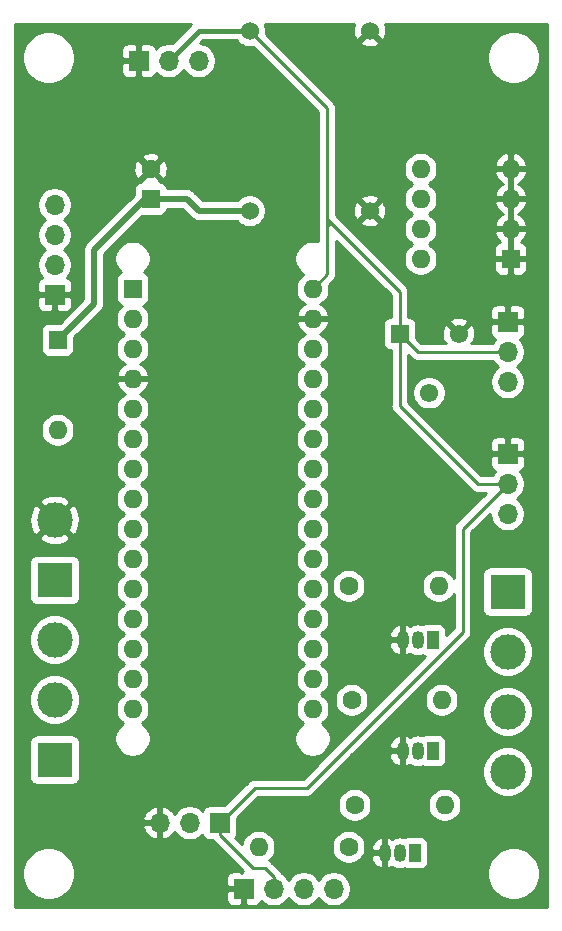
<source format=gbr>
%TF.GenerationSoftware,KiCad,Pcbnew,(5.1.6)-1*%
%TF.CreationDate,2020-10-15T10:14:48+02:00*%
%TF.ProjectId,ezSignal,657a5369-676e-4616-9c2e-6b696361645f,rev?*%
%TF.SameCoordinates,Original*%
%TF.FileFunction,Copper,L1,Top*%
%TF.FilePolarity,Positive*%
%FSLAX46Y46*%
G04 Gerber Fmt 4.6, Leading zero omitted, Abs format (unit mm)*
G04 Created by KiCad (PCBNEW (5.1.6)-1) date 2020-10-15 10:14:48*
%MOMM*%
%LPD*%
G01*
G04 APERTURE LIST*
%TA.AperFunction,ComponentPad*%
%ADD10C,1.524000*%
%TD*%
%TA.AperFunction,ComponentPad*%
%ADD11C,1.600000*%
%TD*%
%TA.AperFunction,ComponentPad*%
%ADD12O,1.600000X1.600000*%
%TD*%
%TA.AperFunction,ComponentPad*%
%ADD13R,1.600000X1.600000*%
%TD*%
%TA.AperFunction,ComponentPad*%
%ADD14R,1.700000X1.700000*%
%TD*%
%TA.AperFunction,ComponentPad*%
%ADD15O,1.700000X1.700000*%
%TD*%
%TA.AperFunction,ComponentPad*%
%ADD16C,3.000000*%
%TD*%
%TA.AperFunction,ComponentPad*%
%ADD17R,3.000000X3.000000*%
%TD*%
%TA.AperFunction,ComponentPad*%
%ADD18R,1.050000X1.500000*%
%TD*%
%TA.AperFunction,ComponentPad*%
%ADD19O,1.050000X1.500000*%
%TD*%
%TA.AperFunction,ComponentPad*%
%ADD20C,1.550000*%
%TD*%
%TA.AperFunction,ComponentPad*%
%ADD21R,1.550000X1.550000*%
%TD*%
%TA.AperFunction,Conductor*%
%ADD22C,0.381000*%
%TD*%
%TA.AperFunction,Conductor*%
%ADD23C,0.250000*%
%TD*%
%TA.AperFunction,Conductor*%
%ADD24C,0.500000*%
%TD*%
%TA.AperFunction,Conductor*%
%ADD25C,0.254000*%
%TD*%
G04 APERTURE END LIST*
D10*
%TO.P,U1,1*%
%TO.N,Net-(C1-Pad1)*%
X38608000Y-65024000D03*
%TO.P,U1,2*%
%TO.N,+5V*%
X38608000Y-49784000D03*
%TO.P,U1,3*%
%TO.N,GND*%
X48768000Y-65024000D03*
%TO.P,U1,4*%
X48768000Y-49784000D03*
%TD*%
D11*
%TO.P,R4,1*%
%TO.N,Net-(J10-Pad2)*%
X46990000Y-118872000D03*
D12*
%TO.P,R4,2*%
%TO.N,/detectorPin*%
X39370000Y-118872000D03*
%TD*%
D11*
%TO.P,R3,1*%
%TO.N,/yellowLed*%
X47244000Y-106426000D03*
D12*
%TO.P,R3,2*%
%TO.N,Net-(Q3-Pad2)*%
X54864000Y-106426000D03*
%TD*%
D11*
%TO.P,R2,1*%
%TO.N,/greenLed*%
X46990000Y-96774000D03*
D12*
%TO.P,R2,2*%
%TO.N,Net-(Q1-Pad2)*%
X54610000Y-96774000D03*
%TD*%
D11*
%TO.P,R1,1*%
%TO.N,/redLed*%
X47498000Y-115316000D03*
D12*
%TO.P,R1,2*%
%TO.N,Net-(Q2-Pad2)*%
X55118000Y-115316000D03*
%TD*%
%TO.P,D1,2*%
%TO.N,+12V*%
X22352000Y-83566000D03*
D13*
%TO.P,D1,1*%
%TO.N,Net-(C1-Pad1)*%
X22352000Y-75946000D03*
%TD*%
D11*
%TO.P,C1,2*%
%TO.N,GND*%
X30226000Y-61508000D03*
D13*
%TO.P,C1,1*%
%TO.N,Net-(C1-Pad1)*%
X30226000Y-64008000D03*
%TD*%
D12*
%TO.P,A1,16*%
%TO.N,/servoPin*%
X43942000Y-107188000D03*
%TO.P,A1,15*%
%TO.N,/redLed*%
X28702000Y-107188000D03*
%TO.P,A1,30*%
%TO.N,+5V*%
X43942000Y-71628000D03*
%TO.P,A1,14*%
%TO.N,/yellowLed*%
X28702000Y-104648000D03*
%TO.P,A1,29*%
%TO.N,GND*%
X43942000Y-74168000D03*
%TO.P,A1,13*%
%TO.N,/greenLed*%
X28702000Y-102108000D03*
%TO.P,A1,28*%
%TO.N,Net-(A1-Pad28)*%
X43942000Y-76708000D03*
%TO.P,A1,12*%
%TO.N,/Tx*%
X28702000Y-99568000D03*
%TO.P,A1,27*%
%TO.N,Net-(A1-Pad27)*%
X43942000Y-79248000D03*
%TO.P,A1,11*%
%TO.N,/direction*%
X28702000Y-97028000D03*
%TO.P,A1,26*%
%TO.N,/configPin*%
X43942000Y-81788000D03*
%TO.P,A1,10*%
%TO.N,/Rx*%
X28702000Y-94488000D03*
%TO.P,A1,25*%
%TO.N,/pot*%
X43942000Y-84328000D03*
%TO.P,A1,9*%
%TO.N,Net-(A1-Pad9)*%
X28702000Y-91948000D03*
%TO.P,A1,24*%
%TO.N,/detectorPin*%
X43942000Y-86868000D03*
%TO.P,A1,8*%
%TO.N,/relayPin*%
X28702000Y-89408000D03*
%TO.P,A1,23*%
%TO.N,Net-(A1-Pad23)*%
X43942000Y-89408000D03*
%TO.P,A1,7*%
%TO.N,/redButton*%
X28702000Y-86868000D03*
%TO.P,A1,22*%
%TO.N,/dip3*%
X43942000Y-91948000D03*
%TO.P,A1,6*%
%TO.N,/yellowButton*%
X28702000Y-84328000D03*
%TO.P,A1,21*%
%TO.N,/dip2*%
X43942000Y-94488000D03*
%TO.P,A1,5*%
%TO.N,Net-(A1-Pad5)*%
X28702000Y-81788000D03*
%TO.P,A1,20*%
%TO.N,/dip1*%
X43942000Y-97028000D03*
%TO.P,A1,4*%
%TO.N,GND*%
X28702000Y-79248000D03*
%TO.P,A1,19*%
%TO.N,/dip0*%
X43942000Y-99568000D03*
%TO.P,A1,3*%
%TO.N,Net-(A1-Pad3)*%
X28702000Y-76708000D03*
%TO.P,A1,18*%
%TO.N,Net-(A1-Pad18)*%
X43942000Y-102108000D03*
%TO.P,A1,2*%
%TO.N,/slowSpeed*%
X28702000Y-74168000D03*
%TO.P,A1,17*%
%TO.N,Net-(A1-Pad17)*%
X43942000Y-104648000D03*
D13*
%TO.P,A1,1*%
%TO.N,/greenButton*%
X28702000Y-71628000D03*
%TD*%
D14*
%TO.P,J4,1*%
%TO.N,GND*%
X60452000Y-74422000D03*
D15*
%TO.P,J4,2*%
%TO.N,+5V*%
X60452000Y-76962000D03*
%TO.P,J4,3*%
%TO.N,/configPin*%
X60452000Y-79502000D03*
%TD*%
D14*
%TO.P,J7,1*%
%TO.N,GND*%
X29210000Y-52324000D03*
D15*
%TO.P,J7,2*%
%TO.N,+5V*%
X31750000Y-52324000D03*
%TO.P,J7,3*%
%TO.N,/servoPin*%
X34290000Y-52324000D03*
%TD*%
D16*
%TO.P,J2,3*%
%TO.N,/Rx*%
X22098000Y-101346000D03*
%TO.P,J2,2*%
%TO.N,/direction*%
X22098000Y-106426000D03*
D17*
%TO.P,J2,1*%
%TO.N,/Tx*%
X22098000Y-111506000D03*
%TD*%
%TO.P,J9,1*%
%TO.N,+12V*%
X22100000Y-96280000D03*
D16*
%TO.P,J9,2*%
%TO.N,GND*%
X22100000Y-91200000D03*
%TD*%
%TO.P,J1,4*%
%TO.N,Net-(J1-Pad4)*%
X60452000Y-112522000D03*
D17*
%TO.P,J1,1*%
%TO.N,Net-(C1-Pad1)*%
X60452000Y-97282000D03*
D16*
%TO.P,J1,3*%
%TO.N,Net-(J1-Pad3)*%
X60452000Y-107442000D03*
%TO.P,J1,2*%
%TO.N,Net-(J1-Pad2)*%
X60452000Y-102362000D03*
%TD*%
D18*
%TO.P,Q1,1*%
%TO.N,Net-(J1-Pad2)*%
X54102000Y-101346000D03*
D19*
%TO.P,Q1,3*%
%TO.N,GND*%
X51562000Y-101346000D03*
%TO.P,Q1,2*%
%TO.N,Net-(Q1-Pad2)*%
X52832000Y-101346000D03*
%TD*%
D18*
%TO.P,Q2,1*%
%TO.N,Net-(J1-Pad4)*%
X52578000Y-119380000D03*
D19*
%TO.P,Q2,3*%
%TO.N,GND*%
X50038000Y-119380000D03*
%TO.P,Q2,2*%
%TO.N,Net-(Q2-Pad2)*%
X51308000Y-119380000D03*
%TD*%
%TO.P,Q3,2*%
%TO.N,Net-(Q3-Pad2)*%
X52832000Y-110744000D03*
%TO.P,Q3,3*%
%TO.N,GND*%
X51562000Y-110744000D03*
D18*
%TO.P,Q3,1*%
%TO.N,Net-(J1-Pad3)*%
X54102000Y-110744000D03*
%TD*%
D13*
%TO.P,SW1,1*%
%TO.N,GND*%
X60706000Y-69088000D03*
D12*
%TO.P,SW1,5*%
%TO.N,/dip0*%
X53086000Y-61468000D03*
%TO.P,SW1,2*%
%TO.N,GND*%
X60706000Y-66548000D03*
%TO.P,SW1,6*%
%TO.N,/dip1*%
X53086000Y-64008000D03*
%TO.P,SW1,3*%
%TO.N,GND*%
X60706000Y-64008000D03*
%TO.P,SW1,7*%
%TO.N,/dip2*%
X53086000Y-66548000D03*
%TO.P,SW1,4*%
%TO.N,GND*%
X60706000Y-61468000D03*
%TO.P,SW1,8*%
%TO.N,/dip3*%
X53086000Y-69088000D03*
%TD*%
D15*
%TO.P,J3,4*%
%TO.N,/greenButton*%
X22098000Y-64516000D03*
%TO.P,J3,3*%
%TO.N,/yellowButton*%
X22098000Y-67056000D03*
%TO.P,J3,2*%
%TO.N,/redButton*%
X22098000Y-69596000D03*
D14*
%TO.P,J3,1*%
%TO.N,GND*%
X22098000Y-72136000D03*
%TD*%
D15*
%TO.P,J5,3*%
%TO.N,/detectorPin*%
X60452000Y-90678000D03*
%TO.P,J5,2*%
%TO.N,+5V*%
X60452000Y-88138000D03*
D14*
%TO.P,J5,1*%
%TO.N,GND*%
X60452000Y-85598000D03*
%TD*%
%TO.P,J6,1*%
%TO.N,GND*%
X38100000Y-122428000D03*
D15*
%TO.P,J6,2*%
%TO.N,+5V*%
X40640000Y-122428000D03*
%TO.P,J6,3*%
%TO.N,/slowSpeed*%
X43180000Y-122428000D03*
%TO.P,J6,4*%
%TO.N,/relayPin*%
X45720000Y-122428000D03*
%TD*%
D20*
%TO.P,RV1,2*%
%TO.N,/pot*%
X53808000Y-80438000D03*
D21*
%TO.P,RV1,1*%
%TO.N,+5V*%
X51308000Y-75438000D03*
D20*
%TO.P,RV1,3*%
%TO.N,GND*%
X56308000Y-75438000D03*
%TD*%
D14*
%TO.P,J10,1*%
%TO.N,+5V*%
X36068000Y-116840000D03*
D15*
%TO.P,J10,2*%
%TO.N,Net-(J10-Pad2)*%
X33528000Y-116840000D03*
%TO.P,J10,3*%
%TO.N,GND*%
X30988000Y-116840000D03*
%TD*%
D22*
%TO.N,+5V*%
X34290000Y-49784000D02*
X38608000Y-49784000D01*
X31750000Y-52324000D02*
X34290000Y-49784000D01*
D23*
X45157001Y-56333001D02*
X45157001Y-65731001D01*
X38608000Y-49784000D02*
X45157001Y-56333001D01*
X51308000Y-71882000D02*
X51308000Y-75438000D01*
X51308000Y-75438000D02*
X51308000Y-81534000D01*
X57912000Y-88138000D02*
X60452000Y-88138000D01*
X51308000Y-81534000D02*
X57912000Y-88138000D01*
X60452000Y-88138000D02*
X56642000Y-91948000D01*
X56642000Y-100666002D02*
X43434000Y-113874002D01*
X56642000Y-91948000D02*
X56642000Y-100666002D01*
X43434000Y-113874002D02*
X39033998Y-113874002D01*
X39033998Y-113874002D02*
X36068000Y-116840000D01*
X36068000Y-116840000D02*
X36068000Y-117856000D01*
X36068000Y-117856000D02*
X38862000Y-120650000D01*
X38862000Y-120650000D02*
X39878000Y-120650000D01*
X39878000Y-120650000D02*
X40640000Y-121412000D01*
X40640000Y-121412000D02*
X40640000Y-122428000D01*
X45157001Y-70412999D02*
X43942000Y-71628000D01*
X45157001Y-66257001D02*
X45157001Y-70412999D01*
X45157001Y-65731001D02*
X45157001Y-66257001D01*
X45363000Y-66137000D02*
X45242999Y-66257001D01*
X45563000Y-66137000D02*
X45363000Y-66137000D01*
X45563000Y-66137000D02*
X51308000Y-71882000D01*
X45242999Y-66257001D02*
X45157001Y-66257001D01*
X45157001Y-65731001D02*
X45563000Y-66137000D01*
X52832000Y-76962000D02*
X60452000Y-76962000D01*
X52832000Y-76962000D02*
X51308000Y-75438000D01*
D24*
%TO.N,Net-(C1-Pad1)*%
X38608000Y-65024000D02*
X34290000Y-65024000D01*
X33274000Y-64008000D02*
X30226000Y-64008000D01*
X34290000Y-65024000D02*
X33274000Y-64008000D01*
D23*
X30226000Y-64008000D02*
X29718000Y-64008000D01*
D24*
X29718000Y-64008000D02*
X25400000Y-68326000D01*
X25400000Y-72898000D02*
X22352000Y-75946000D01*
X25400000Y-68326000D02*
X25400000Y-72898000D01*
%TD*%
D25*
%TO.N,GND*%
G36*
X33677606Y-49228961D02*
G01*
X32039146Y-50867422D01*
X31896260Y-50839000D01*
X31603740Y-50839000D01*
X31316842Y-50896068D01*
X31046589Y-51008010D01*
X30803368Y-51170525D01*
X30671513Y-51302380D01*
X30649502Y-51229820D01*
X30590537Y-51119506D01*
X30511185Y-51022815D01*
X30414494Y-50943463D01*
X30304180Y-50884498D01*
X30184482Y-50848188D01*
X30060000Y-50835928D01*
X29495750Y-50839000D01*
X29337000Y-50997750D01*
X29337000Y-52197000D01*
X29357000Y-52197000D01*
X29357000Y-52451000D01*
X29337000Y-52451000D01*
X29337000Y-53650250D01*
X29495750Y-53809000D01*
X30060000Y-53812072D01*
X30184482Y-53799812D01*
X30304180Y-53763502D01*
X30414494Y-53704537D01*
X30511185Y-53625185D01*
X30590537Y-53528494D01*
X30649502Y-53418180D01*
X30671513Y-53345620D01*
X30803368Y-53477475D01*
X31046589Y-53639990D01*
X31316842Y-53751932D01*
X31603740Y-53809000D01*
X31896260Y-53809000D01*
X32183158Y-53751932D01*
X32453411Y-53639990D01*
X32696632Y-53477475D01*
X32903475Y-53270632D01*
X33020000Y-53096240D01*
X33136525Y-53270632D01*
X33343368Y-53477475D01*
X33586589Y-53639990D01*
X33856842Y-53751932D01*
X34143740Y-53809000D01*
X34436260Y-53809000D01*
X34723158Y-53751932D01*
X34993411Y-53639990D01*
X35236632Y-53477475D01*
X35443475Y-53270632D01*
X35605990Y-53027411D01*
X35717932Y-52757158D01*
X35775000Y-52470260D01*
X35775000Y-52177740D01*
X35717932Y-51890842D01*
X35605990Y-51620589D01*
X35443475Y-51377368D01*
X35236632Y-51170525D01*
X34993411Y-51008010D01*
X34723158Y-50896068D01*
X34436260Y-50839000D01*
X34402433Y-50839000D01*
X34631933Y-50609500D01*
X37479425Y-50609500D01*
X37522880Y-50674535D01*
X37717465Y-50869120D01*
X37946273Y-51022005D01*
X38200510Y-51127314D01*
X38470408Y-51181000D01*
X38745592Y-51181000D01*
X38899571Y-51150372D01*
X44397001Y-56647803D01*
X44397002Y-65693659D01*
X44397001Y-65693669D01*
X44397001Y-65693679D01*
X44393325Y-65731001D01*
X44397001Y-65768323D01*
X44397001Y-66219668D01*
X44393324Y-66257001D01*
X44397001Y-66294334D01*
X44397001Y-67625820D01*
X44386826Y-67621605D01*
X44092199Y-67563000D01*
X43791801Y-67563000D01*
X43497174Y-67621605D01*
X43219642Y-67736562D01*
X42969869Y-67903455D01*
X42757455Y-68115869D01*
X42590562Y-68365642D01*
X42475605Y-68643174D01*
X42417000Y-68937801D01*
X42417000Y-69238199D01*
X42475605Y-69532826D01*
X42590562Y-69810358D01*
X42757455Y-70060131D01*
X42969869Y-70272545D01*
X43178760Y-70412121D01*
X43027241Y-70513363D01*
X42827363Y-70713241D01*
X42670320Y-70948273D01*
X42562147Y-71209426D01*
X42507000Y-71486665D01*
X42507000Y-71769335D01*
X42562147Y-72046574D01*
X42670320Y-72307727D01*
X42827363Y-72542759D01*
X43027241Y-72742637D01*
X43262273Y-72899680D01*
X43272865Y-72904067D01*
X43086869Y-73015615D01*
X42878481Y-73204586D01*
X42710963Y-73430580D01*
X42590754Y-73684913D01*
X42550096Y-73818961D01*
X42672085Y-74041000D01*
X43815000Y-74041000D01*
X43815000Y-74021000D01*
X44069000Y-74021000D01*
X44069000Y-74041000D01*
X45211915Y-74041000D01*
X45333904Y-73818961D01*
X45293246Y-73684913D01*
X45173037Y-73430580D01*
X45005519Y-73204586D01*
X44797131Y-73015615D01*
X44611135Y-72904067D01*
X44621727Y-72899680D01*
X44856759Y-72742637D01*
X45056637Y-72542759D01*
X45213680Y-72307727D01*
X45321853Y-72046574D01*
X45377000Y-71769335D01*
X45377000Y-71486665D01*
X45340688Y-71304114D01*
X45668004Y-70976798D01*
X45697002Y-70953000D01*
X45730658Y-70911990D01*
X45791975Y-70837276D01*
X45862547Y-70705246D01*
X45879934Y-70647928D01*
X45906004Y-70561985D01*
X45917001Y-70450332D01*
X45917001Y-70450322D01*
X45920677Y-70412999D01*
X45917001Y-70375676D01*
X45917001Y-67565802D01*
X50548000Y-72196802D01*
X50548001Y-74024928D01*
X50533000Y-74024928D01*
X50408518Y-74037188D01*
X50288820Y-74073498D01*
X50178506Y-74132463D01*
X50081815Y-74211815D01*
X50002463Y-74308506D01*
X49943498Y-74418820D01*
X49907188Y-74538518D01*
X49894928Y-74663000D01*
X49894928Y-76213000D01*
X49907188Y-76337482D01*
X49943498Y-76457180D01*
X50002463Y-76567494D01*
X50081815Y-76664185D01*
X50178506Y-76743537D01*
X50288820Y-76802502D01*
X50408518Y-76838812D01*
X50533000Y-76851072D01*
X50548000Y-76851072D01*
X50548001Y-81496668D01*
X50544324Y-81534000D01*
X50558998Y-81682985D01*
X50602454Y-81826246D01*
X50673026Y-81958276D01*
X50744201Y-82045002D01*
X50768000Y-82074001D01*
X50796998Y-82097799D01*
X57348201Y-88649003D01*
X57371999Y-88678001D01*
X57487724Y-88772974D01*
X57619753Y-88843546D01*
X57763014Y-88887003D01*
X57874667Y-88898000D01*
X57874676Y-88898000D01*
X57911999Y-88901676D01*
X57949322Y-88898000D01*
X58617198Y-88898000D01*
X56131003Y-91384196D01*
X56101999Y-91407999D01*
X56046871Y-91475174D01*
X56007026Y-91523724D01*
X55978844Y-91576449D01*
X55936454Y-91655754D01*
X55892997Y-91799015D01*
X55882000Y-91910668D01*
X55882000Y-91910678D01*
X55878324Y-91948000D01*
X55882000Y-91985322D01*
X55882000Y-96095047D01*
X55881680Y-96094273D01*
X55724637Y-95859241D01*
X55524759Y-95659363D01*
X55289727Y-95502320D01*
X55028574Y-95394147D01*
X54751335Y-95339000D01*
X54468665Y-95339000D01*
X54191426Y-95394147D01*
X53930273Y-95502320D01*
X53695241Y-95659363D01*
X53495363Y-95859241D01*
X53338320Y-96094273D01*
X53230147Y-96355426D01*
X53175000Y-96632665D01*
X53175000Y-96915335D01*
X53230147Y-97192574D01*
X53338320Y-97453727D01*
X53495363Y-97688759D01*
X53695241Y-97888637D01*
X53930273Y-98045680D01*
X54191426Y-98153853D01*
X54468665Y-98209000D01*
X54751335Y-98209000D01*
X55028574Y-98153853D01*
X55289727Y-98045680D01*
X55524759Y-97888637D01*
X55724637Y-97688759D01*
X55881680Y-97453727D01*
X55882001Y-97452953D01*
X55882001Y-100351199D01*
X55265072Y-100968128D01*
X55265072Y-100596000D01*
X55252812Y-100471518D01*
X55216502Y-100351820D01*
X55157537Y-100241506D01*
X55078185Y-100144815D01*
X54981494Y-100065463D01*
X54871180Y-100006498D01*
X54751482Y-99970188D01*
X54627000Y-99957928D01*
X53577000Y-99957928D01*
X53452518Y-99970188D01*
X53332820Y-100006498D01*
X53268098Y-100041093D01*
X53059400Y-99977785D01*
X52832000Y-99955388D01*
X52604601Y-99977785D01*
X52385941Y-100044115D01*
X52197331Y-100144929D01*
X52138882Y-100103725D01*
X51929337Y-100010728D01*
X51867810Y-100002036D01*
X51689000Y-100127837D01*
X51689000Y-100892891D01*
X51688785Y-100893600D01*
X51672000Y-101064021D01*
X51672000Y-101627978D01*
X51688785Y-101798399D01*
X51689000Y-101799108D01*
X51689000Y-102564163D01*
X51867810Y-102689964D01*
X51929337Y-102681272D01*
X52138882Y-102588275D01*
X52197331Y-102547071D01*
X52385940Y-102647885D01*
X52604600Y-102714215D01*
X52832000Y-102736612D01*
X53059399Y-102714215D01*
X53268098Y-102650907D01*
X53332820Y-102685502D01*
X53452518Y-102721812D01*
X53506110Y-102727090D01*
X43119199Y-113114002D01*
X39071331Y-113114002D01*
X39033998Y-113110325D01*
X38996665Y-113114002D01*
X38885012Y-113124999D01*
X38741751Y-113168456D01*
X38609722Y-113239028D01*
X38493997Y-113334001D01*
X38470199Y-113362999D01*
X36481271Y-115351928D01*
X35218000Y-115351928D01*
X35093518Y-115364188D01*
X34973820Y-115400498D01*
X34863506Y-115459463D01*
X34766815Y-115538815D01*
X34687463Y-115635506D01*
X34628498Y-115745820D01*
X34606487Y-115818380D01*
X34474632Y-115686525D01*
X34231411Y-115524010D01*
X33961158Y-115412068D01*
X33674260Y-115355000D01*
X33381740Y-115355000D01*
X33094842Y-115412068D01*
X32824589Y-115524010D01*
X32581368Y-115686525D01*
X32374525Y-115893368D01*
X32252805Y-116075534D01*
X32183178Y-115958645D01*
X31988269Y-115742412D01*
X31754920Y-115568359D01*
X31492099Y-115443175D01*
X31344890Y-115398524D01*
X31115000Y-115519845D01*
X31115000Y-116713000D01*
X31135000Y-116713000D01*
X31135000Y-116967000D01*
X31115000Y-116967000D01*
X31115000Y-118160155D01*
X31344890Y-118281476D01*
X31492099Y-118236825D01*
X31754920Y-118111641D01*
X31988269Y-117937588D01*
X32183178Y-117721355D01*
X32252805Y-117604466D01*
X32374525Y-117786632D01*
X32581368Y-117993475D01*
X32824589Y-118155990D01*
X33094842Y-118267932D01*
X33381740Y-118325000D01*
X33674260Y-118325000D01*
X33961158Y-118267932D01*
X34231411Y-118155990D01*
X34474632Y-117993475D01*
X34606487Y-117861620D01*
X34628498Y-117934180D01*
X34687463Y-118044494D01*
X34766815Y-118141185D01*
X34863506Y-118220537D01*
X34973820Y-118279502D01*
X35093518Y-118315812D01*
X35218000Y-118328072D01*
X35472252Y-118328072D01*
X35528000Y-118396001D01*
X35556998Y-118419799D01*
X38080198Y-120943000D01*
X37972998Y-120943000D01*
X37972998Y-121101748D01*
X37814250Y-120943000D01*
X37250000Y-120939928D01*
X37125518Y-120952188D01*
X37005820Y-120988498D01*
X36895506Y-121047463D01*
X36798815Y-121126815D01*
X36719463Y-121223506D01*
X36660498Y-121333820D01*
X36624188Y-121453518D01*
X36611928Y-121578000D01*
X36615000Y-122142250D01*
X36773750Y-122301000D01*
X37973000Y-122301000D01*
X37973000Y-122281000D01*
X38227000Y-122281000D01*
X38227000Y-122301000D01*
X38247000Y-122301000D01*
X38247000Y-122555000D01*
X38227000Y-122555000D01*
X38227000Y-123754250D01*
X38385750Y-123913000D01*
X38950000Y-123916072D01*
X39074482Y-123903812D01*
X39194180Y-123867502D01*
X39304494Y-123808537D01*
X39401185Y-123729185D01*
X39480537Y-123632494D01*
X39539502Y-123522180D01*
X39561513Y-123449620D01*
X39693368Y-123581475D01*
X39936589Y-123743990D01*
X40206842Y-123855932D01*
X40493740Y-123913000D01*
X40786260Y-123913000D01*
X41073158Y-123855932D01*
X41343411Y-123743990D01*
X41586632Y-123581475D01*
X41793475Y-123374632D01*
X41910000Y-123200240D01*
X42026525Y-123374632D01*
X42233368Y-123581475D01*
X42476589Y-123743990D01*
X42746842Y-123855932D01*
X43033740Y-123913000D01*
X43326260Y-123913000D01*
X43613158Y-123855932D01*
X43883411Y-123743990D01*
X44126632Y-123581475D01*
X44333475Y-123374632D01*
X44450000Y-123200240D01*
X44566525Y-123374632D01*
X44773368Y-123581475D01*
X45016589Y-123743990D01*
X45286842Y-123855932D01*
X45573740Y-123913000D01*
X45866260Y-123913000D01*
X46153158Y-123855932D01*
X46423411Y-123743990D01*
X46666632Y-123581475D01*
X46873475Y-123374632D01*
X47035990Y-123131411D01*
X47147932Y-122861158D01*
X47205000Y-122574260D01*
X47205000Y-122281740D01*
X47147932Y-121994842D01*
X47035990Y-121724589D01*
X46873475Y-121481368D01*
X46666632Y-121274525D01*
X46423411Y-121112010D01*
X46153158Y-121000068D01*
X45866260Y-120943000D01*
X45573740Y-120943000D01*
X45286842Y-121000068D01*
X45016589Y-121112010D01*
X44773368Y-121274525D01*
X44566525Y-121481368D01*
X44450000Y-121655760D01*
X44333475Y-121481368D01*
X44126632Y-121274525D01*
X43883411Y-121112010D01*
X43613158Y-121000068D01*
X43326260Y-120943000D01*
X43033740Y-120943000D01*
X42746842Y-121000068D01*
X42476589Y-121112010D01*
X42233368Y-121274525D01*
X42026525Y-121481368D01*
X41910000Y-121655760D01*
X41793475Y-121481368D01*
X41586632Y-121274525D01*
X41343411Y-121112010D01*
X41340837Y-121110944D01*
X41274974Y-120987724D01*
X41234062Y-120937872D01*
X58725000Y-120937872D01*
X58725000Y-121378128D01*
X58810890Y-121809925D01*
X58979369Y-122216669D01*
X59223962Y-122582729D01*
X59535271Y-122894038D01*
X59901331Y-123138631D01*
X60308075Y-123307110D01*
X60739872Y-123393000D01*
X61180128Y-123393000D01*
X61611925Y-123307110D01*
X62018669Y-123138631D01*
X62384729Y-122894038D01*
X62696038Y-122582729D01*
X62940631Y-122216669D01*
X63109110Y-121809925D01*
X63195000Y-121378128D01*
X63195000Y-120937872D01*
X63109110Y-120506075D01*
X62940631Y-120099331D01*
X62696038Y-119733271D01*
X62384729Y-119421962D01*
X62018669Y-119177369D01*
X61611925Y-119008890D01*
X61180128Y-118923000D01*
X60739872Y-118923000D01*
X60308075Y-119008890D01*
X59901331Y-119177369D01*
X59535271Y-119421962D01*
X59223962Y-119733271D01*
X58979369Y-120099331D01*
X58810890Y-120506075D01*
X58725000Y-120937872D01*
X41234062Y-120937872D01*
X41180001Y-120871999D01*
X41151004Y-120848202D01*
X40441803Y-120139002D01*
X40418001Y-120109999D01*
X40302276Y-120015026D01*
X40268940Y-119997207D01*
X40284759Y-119986637D01*
X40484637Y-119786759D01*
X40641680Y-119551727D01*
X40749853Y-119290574D01*
X40805000Y-119013335D01*
X40805000Y-118730665D01*
X45555000Y-118730665D01*
X45555000Y-119013335D01*
X45610147Y-119290574D01*
X45718320Y-119551727D01*
X45875363Y-119786759D01*
X46075241Y-119986637D01*
X46310273Y-120143680D01*
X46571426Y-120251853D01*
X46848665Y-120307000D01*
X47131335Y-120307000D01*
X47408574Y-120251853D01*
X47669727Y-120143680D01*
X47904759Y-119986637D01*
X48104637Y-119786759D01*
X48168950Y-119690507D01*
X48871669Y-119690507D01*
X48910761Y-119916404D01*
X48993172Y-120130334D01*
X49115736Y-120324076D01*
X49273742Y-120490184D01*
X49461118Y-120622275D01*
X49670663Y-120715272D01*
X49732190Y-120723964D01*
X49911000Y-120598163D01*
X49911000Y-119507000D01*
X49031402Y-119507000D01*
X48871669Y-119690507D01*
X48168950Y-119690507D01*
X48261680Y-119551727D01*
X48369853Y-119290574D01*
X48413829Y-119069493D01*
X48871669Y-119069493D01*
X49031402Y-119253000D01*
X49911000Y-119253000D01*
X49911000Y-119098021D01*
X50148000Y-119098021D01*
X50148000Y-119661978D01*
X50164785Y-119832399D01*
X50165000Y-119833108D01*
X50165000Y-120598163D01*
X50343810Y-120723964D01*
X50405337Y-120715272D01*
X50614882Y-120622275D01*
X50673331Y-120581071D01*
X50861940Y-120681885D01*
X51080600Y-120748215D01*
X51308000Y-120770612D01*
X51535399Y-120748215D01*
X51744098Y-120684907D01*
X51808820Y-120719502D01*
X51928518Y-120755812D01*
X52053000Y-120768072D01*
X53103000Y-120768072D01*
X53227482Y-120755812D01*
X53347180Y-120719502D01*
X53457494Y-120660537D01*
X53554185Y-120581185D01*
X53633537Y-120484494D01*
X53692502Y-120374180D01*
X53728812Y-120254482D01*
X53741072Y-120130000D01*
X53741072Y-118630000D01*
X53728812Y-118505518D01*
X53692502Y-118385820D01*
X53633537Y-118275506D01*
X53554185Y-118178815D01*
X53457494Y-118099463D01*
X53347180Y-118040498D01*
X53227482Y-118004188D01*
X53103000Y-117991928D01*
X52053000Y-117991928D01*
X51928518Y-118004188D01*
X51808820Y-118040498D01*
X51744098Y-118075093D01*
X51535400Y-118011785D01*
X51308000Y-117989388D01*
X51080601Y-118011785D01*
X50861941Y-118078115D01*
X50673331Y-118178929D01*
X50614882Y-118137725D01*
X50405337Y-118044728D01*
X50343810Y-118036036D01*
X50165000Y-118161837D01*
X50165000Y-118926891D01*
X50164785Y-118927600D01*
X50148000Y-119098021D01*
X49911000Y-119098021D01*
X49911000Y-118161837D01*
X49732190Y-118036036D01*
X49670663Y-118044728D01*
X49461118Y-118137725D01*
X49273742Y-118269816D01*
X49115736Y-118435924D01*
X48993172Y-118629666D01*
X48910761Y-118843596D01*
X48871669Y-119069493D01*
X48413829Y-119069493D01*
X48425000Y-119013335D01*
X48425000Y-118730665D01*
X48369853Y-118453426D01*
X48261680Y-118192273D01*
X48104637Y-117957241D01*
X47904759Y-117757363D01*
X47669727Y-117600320D01*
X47408574Y-117492147D01*
X47131335Y-117437000D01*
X46848665Y-117437000D01*
X46571426Y-117492147D01*
X46310273Y-117600320D01*
X46075241Y-117757363D01*
X45875363Y-117957241D01*
X45718320Y-118192273D01*
X45610147Y-118453426D01*
X45555000Y-118730665D01*
X40805000Y-118730665D01*
X40749853Y-118453426D01*
X40641680Y-118192273D01*
X40484637Y-117957241D01*
X40284759Y-117757363D01*
X40049727Y-117600320D01*
X39788574Y-117492147D01*
X39511335Y-117437000D01*
X39228665Y-117437000D01*
X38951426Y-117492147D01*
X38690273Y-117600320D01*
X38455241Y-117757363D01*
X38255363Y-117957241D01*
X38098320Y-118192273D01*
X37990147Y-118453426D01*
X37948682Y-118661881D01*
X37395690Y-118108889D01*
X37448537Y-118044494D01*
X37507502Y-117934180D01*
X37543812Y-117814482D01*
X37556072Y-117690000D01*
X37556072Y-116426729D01*
X38808136Y-115174665D01*
X46063000Y-115174665D01*
X46063000Y-115457335D01*
X46118147Y-115734574D01*
X46226320Y-115995727D01*
X46383363Y-116230759D01*
X46583241Y-116430637D01*
X46818273Y-116587680D01*
X47079426Y-116695853D01*
X47356665Y-116751000D01*
X47639335Y-116751000D01*
X47916574Y-116695853D01*
X48177727Y-116587680D01*
X48412759Y-116430637D01*
X48612637Y-116230759D01*
X48769680Y-115995727D01*
X48877853Y-115734574D01*
X48933000Y-115457335D01*
X48933000Y-115174665D01*
X53683000Y-115174665D01*
X53683000Y-115457335D01*
X53738147Y-115734574D01*
X53846320Y-115995727D01*
X54003363Y-116230759D01*
X54203241Y-116430637D01*
X54438273Y-116587680D01*
X54699426Y-116695853D01*
X54976665Y-116751000D01*
X55259335Y-116751000D01*
X55536574Y-116695853D01*
X55797727Y-116587680D01*
X56032759Y-116430637D01*
X56232637Y-116230759D01*
X56389680Y-115995727D01*
X56497853Y-115734574D01*
X56553000Y-115457335D01*
X56553000Y-115174665D01*
X56497853Y-114897426D01*
X56389680Y-114636273D01*
X56232637Y-114401241D01*
X56032759Y-114201363D01*
X55797727Y-114044320D01*
X55536574Y-113936147D01*
X55259335Y-113881000D01*
X54976665Y-113881000D01*
X54699426Y-113936147D01*
X54438273Y-114044320D01*
X54203241Y-114201363D01*
X54003363Y-114401241D01*
X53846320Y-114636273D01*
X53738147Y-114897426D01*
X53683000Y-115174665D01*
X48933000Y-115174665D01*
X48877853Y-114897426D01*
X48769680Y-114636273D01*
X48612637Y-114401241D01*
X48412759Y-114201363D01*
X48177727Y-114044320D01*
X47916574Y-113936147D01*
X47639335Y-113881000D01*
X47356665Y-113881000D01*
X47079426Y-113936147D01*
X46818273Y-114044320D01*
X46583241Y-114201363D01*
X46383363Y-114401241D01*
X46226320Y-114636273D01*
X46118147Y-114897426D01*
X46063000Y-115174665D01*
X38808136Y-115174665D01*
X39348800Y-114634002D01*
X43396678Y-114634002D01*
X43434000Y-114637678D01*
X43471322Y-114634002D01*
X43471333Y-114634002D01*
X43582986Y-114623005D01*
X43726247Y-114579548D01*
X43858276Y-114508976D01*
X43974001Y-114414003D01*
X43997804Y-114384999D01*
X46071082Y-112311721D01*
X58317000Y-112311721D01*
X58317000Y-112732279D01*
X58399047Y-113144756D01*
X58559988Y-113533302D01*
X58793637Y-113882983D01*
X59091017Y-114180363D01*
X59440698Y-114414012D01*
X59829244Y-114574953D01*
X60241721Y-114657000D01*
X60662279Y-114657000D01*
X61074756Y-114574953D01*
X61463302Y-114414012D01*
X61812983Y-114180363D01*
X62110363Y-113882983D01*
X62344012Y-113533302D01*
X62504953Y-113144756D01*
X62587000Y-112732279D01*
X62587000Y-112311721D01*
X62504953Y-111899244D01*
X62344012Y-111510698D01*
X62110363Y-111161017D01*
X61812983Y-110863637D01*
X61463302Y-110629988D01*
X61074756Y-110469047D01*
X60662279Y-110387000D01*
X60241721Y-110387000D01*
X59829244Y-110469047D01*
X59440698Y-110629988D01*
X59091017Y-110863637D01*
X58793637Y-111161017D01*
X58559988Y-111510698D01*
X58399047Y-111899244D01*
X58317000Y-112311721D01*
X46071082Y-112311721D01*
X47328296Y-111054507D01*
X50395669Y-111054507D01*
X50434761Y-111280404D01*
X50517172Y-111494334D01*
X50639736Y-111688076D01*
X50797742Y-111854184D01*
X50985118Y-111986275D01*
X51194663Y-112079272D01*
X51256190Y-112087964D01*
X51435000Y-111962163D01*
X51435000Y-110871000D01*
X50555402Y-110871000D01*
X50395669Y-111054507D01*
X47328296Y-111054507D01*
X47949310Y-110433493D01*
X50395669Y-110433493D01*
X50555402Y-110617000D01*
X51435000Y-110617000D01*
X51435000Y-110462021D01*
X51672000Y-110462021D01*
X51672000Y-111025978D01*
X51688785Y-111196399D01*
X51689000Y-111197108D01*
X51689000Y-111962163D01*
X51867810Y-112087964D01*
X51929337Y-112079272D01*
X52138882Y-111986275D01*
X52197331Y-111945071D01*
X52385940Y-112045885D01*
X52604600Y-112112215D01*
X52832000Y-112134612D01*
X53059399Y-112112215D01*
X53268098Y-112048907D01*
X53332820Y-112083502D01*
X53452518Y-112119812D01*
X53577000Y-112132072D01*
X54627000Y-112132072D01*
X54751482Y-112119812D01*
X54871180Y-112083502D01*
X54981494Y-112024537D01*
X55078185Y-111945185D01*
X55157537Y-111848494D01*
X55216502Y-111738180D01*
X55252812Y-111618482D01*
X55265072Y-111494000D01*
X55265072Y-109994000D01*
X55252812Y-109869518D01*
X55216502Y-109749820D01*
X55157537Y-109639506D01*
X55078185Y-109542815D01*
X54981494Y-109463463D01*
X54871180Y-109404498D01*
X54751482Y-109368188D01*
X54627000Y-109355928D01*
X53577000Y-109355928D01*
X53452518Y-109368188D01*
X53332820Y-109404498D01*
X53268098Y-109439093D01*
X53059400Y-109375785D01*
X52832000Y-109353388D01*
X52604601Y-109375785D01*
X52385941Y-109442115D01*
X52197331Y-109542929D01*
X52138882Y-109501725D01*
X51929337Y-109408728D01*
X51867810Y-109400036D01*
X51689000Y-109525837D01*
X51689000Y-110290891D01*
X51688785Y-110291600D01*
X51672000Y-110462021D01*
X51435000Y-110462021D01*
X51435000Y-109525837D01*
X51256190Y-109400036D01*
X51194663Y-109408728D01*
X50985118Y-109501725D01*
X50797742Y-109633816D01*
X50639736Y-109799924D01*
X50517172Y-109993666D01*
X50434761Y-110207596D01*
X50395669Y-110433493D01*
X47949310Y-110433493D01*
X52098138Y-106284665D01*
X53429000Y-106284665D01*
X53429000Y-106567335D01*
X53484147Y-106844574D01*
X53592320Y-107105727D01*
X53749363Y-107340759D01*
X53949241Y-107540637D01*
X54184273Y-107697680D01*
X54445426Y-107805853D01*
X54722665Y-107861000D01*
X55005335Y-107861000D01*
X55282574Y-107805853D01*
X55543727Y-107697680D01*
X55778759Y-107540637D01*
X55978637Y-107340759D01*
X56051493Y-107231721D01*
X58317000Y-107231721D01*
X58317000Y-107652279D01*
X58399047Y-108064756D01*
X58559988Y-108453302D01*
X58793637Y-108802983D01*
X59091017Y-109100363D01*
X59440698Y-109334012D01*
X59829244Y-109494953D01*
X60241721Y-109577000D01*
X60662279Y-109577000D01*
X61074756Y-109494953D01*
X61463302Y-109334012D01*
X61812983Y-109100363D01*
X62110363Y-108802983D01*
X62344012Y-108453302D01*
X62504953Y-108064756D01*
X62587000Y-107652279D01*
X62587000Y-107231721D01*
X62504953Y-106819244D01*
X62344012Y-106430698D01*
X62110363Y-106081017D01*
X61812983Y-105783637D01*
X61463302Y-105549988D01*
X61074756Y-105389047D01*
X60662279Y-105307000D01*
X60241721Y-105307000D01*
X59829244Y-105389047D01*
X59440698Y-105549988D01*
X59091017Y-105783637D01*
X58793637Y-106081017D01*
X58559988Y-106430698D01*
X58399047Y-106819244D01*
X58317000Y-107231721D01*
X56051493Y-107231721D01*
X56135680Y-107105727D01*
X56243853Y-106844574D01*
X56299000Y-106567335D01*
X56299000Y-106284665D01*
X56243853Y-106007426D01*
X56135680Y-105746273D01*
X55978637Y-105511241D01*
X55778759Y-105311363D01*
X55543727Y-105154320D01*
X55282574Y-105046147D01*
X55005335Y-104991000D01*
X54722665Y-104991000D01*
X54445426Y-105046147D01*
X54184273Y-105154320D01*
X53949241Y-105311363D01*
X53749363Y-105511241D01*
X53592320Y-105746273D01*
X53484147Y-106007426D01*
X53429000Y-106284665D01*
X52098138Y-106284665D01*
X56231082Y-102151721D01*
X58317000Y-102151721D01*
X58317000Y-102572279D01*
X58399047Y-102984756D01*
X58559988Y-103373302D01*
X58793637Y-103722983D01*
X59091017Y-104020363D01*
X59440698Y-104254012D01*
X59829244Y-104414953D01*
X60241721Y-104497000D01*
X60662279Y-104497000D01*
X61074756Y-104414953D01*
X61463302Y-104254012D01*
X61812983Y-104020363D01*
X62110363Y-103722983D01*
X62344012Y-103373302D01*
X62504953Y-102984756D01*
X62587000Y-102572279D01*
X62587000Y-102151721D01*
X62504953Y-101739244D01*
X62344012Y-101350698D01*
X62110363Y-101001017D01*
X61812983Y-100703637D01*
X61463302Y-100469988D01*
X61074756Y-100309047D01*
X60662279Y-100227000D01*
X60241721Y-100227000D01*
X59829244Y-100309047D01*
X59440698Y-100469988D01*
X59091017Y-100703637D01*
X58793637Y-101001017D01*
X58559988Y-101350698D01*
X58399047Y-101739244D01*
X58317000Y-102151721D01*
X56231082Y-102151721D01*
X57153003Y-101229801D01*
X57182001Y-101206003D01*
X57276974Y-101090278D01*
X57347546Y-100958249D01*
X57391003Y-100814988D01*
X57402000Y-100703335D01*
X57402000Y-100703327D01*
X57405676Y-100666002D01*
X57402000Y-100628677D01*
X57402000Y-95782000D01*
X58313928Y-95782000D01*
X58313928Y-98782000D01*
X58326188Y-98906482D01*
X58362498Y-99026180D01*
X58421463Y-99136494D01*
X58500815Y-99233185D01*
X58597506Y-99312537D01*
X58707820Y-99371502D01*
X58827518Y-99407812D01*
X58952000Y-99420072D01*
X61952000Y-99420072D01*
X62076482Y-99407812D01*
X62196180Y-99371502D01*
X62306494Y-99312537D01*
X62403185Y-99233185D01*
X62482537Y-99136494D01*
X62541502Y-99026180D01*
X62577812Y-98906482D01*
X62590072Y-98782000D01*
X62590072Y-95782000D01*
X62577812Y-95657518D01*
X62541502Y-95537820D01*
X62482537Y-95427506D01*
X62403185Y-95330815D01*
X62306494Y-95251463D01*
X62196180Y-95192498D01*
X62076482Y-95156188D01*
X61952000Y-95143928D01*
X58952000Y-95143928D01*
X58827518Y-95156188D01*
X58707820Y-95192498D01*
X58597506Y-95251463D01*
X58500815Y-95330815D01*
X58421463Y-95427506D01*
X58362498Y-95537820D01*
X58326188Y-95657518D01*
X58313928Y-95782000D01*
X57402000Y-95782000D01*
X57402000Y-92262801D01*
X58967000Y-90697801D01*
X58967000Y-90824260D01*
X59024068Y-91111158D01*
X59136010Y-91381411D01*
X59298525Y-91624632D01*
X59505368Y-91831475D01*
X59748589Y-91993990D01*
X60018842Y-92105932D01*
X60305740Y-92163000D01*
X60598260Y-92163000D01*
X60885158Y-92105932D01*
X61155411Y-91993990D01*
X61398632Y-91831475D01*
X61605475Y-91624632D01*
X61767990Y-91381411D01*
X61879932Y-91111158D01*
X61937000Y-90824260D01*
X61937000Y-90531740D01*
X61879932Y-90244842D01*
X61767990Y-89974589D01*
X61605475Y-89731368D01*
X61398632Y-89524525D01*
X61224240Y-89408000D01*
X61398632Y-89291475D01*
X61605475Y-89084632D01*
X61767990Y-88841411D01*
X61879932Y-88571158D01*
X61937000Y-88284260D01*
X61937000Y-87991740D01*
X61879932Y-87704842D01*
X61767990Y-87434589D01*
X61605475Y-87191368D01*
X61473620Y-87059513D01*
X61546180Y-87037502D01*
X61656494Y-86978537D01*
X61753185Y-86899185D01*
X61832537Y-86802494D01*
X61891502Y-86692180D01*
X61927812Y-86572482D01*
X61940072Y-86448000D01*
X61937000Y-85883750D01*
X61778250Y-85725000D01*
X60579000Y-85725000D01*
X60579000Y-85745000D01*
X60325000Y-85745000D01*
X60325000Y-85725000D01*
X59125750Y-85725000D01*
X58967000Y-85883750D01*
X58963928Y-86448000D01*
X58976188Y-86572482D01*
X59012498Y-86692180D01*
X59071463Y-86802494D01*
X59150815Y-86899185D01*
X59247506Y-86978537D01*
X59357820Y-87037502D01*
X59430380Y-87059513D01*
X59298525Y-87191368D01*
X59173822Y-87378000D01*
X58226802Y-87378000D01*
X55596802Y-84748000D01*
X58963928Y-84748000D01*
X58967000Y-85312250D01*
X59125750Y-85471000D01*
X60325000Y-85471000D01*
X60325000Y-84271750D01*
X60579000Y-84271750D01*
X60579000Y-85471000D01*
X61778250Y-85471000D01*
X61937000Y-85312250D01*
X61940072Y-84748000D01*
X61927812Y-84623518D01*
X61891502Y-84503820D01*
X61832537Y-84393506D01*
X61753185Y-84296815D01*
X61656494Y-84217463D01*
X61546180Y-84158498D01*
X61426482Y-84122188D01*
X61302000Y-84109928D01*
X60737750Y-84113000D01*
X60579000Y-84271750D01*
X60325000Y-84271750D01*
X60166250Y-84113000D01*
X59602000Y-84109928D01*
X59477518Y-84122188D01*
X59357820Y-84158498D01*
X59247506Y-84217463D01*
X59150815Y-84296815D01*
X59071463Y-84393506D01*
X59012498Y-84503820D01*
X58976188Y-84623518D01*
X58963928Y-84748000D01*
X55596802Y-84748000D01*
X52068000Y-81219199D01*
X52068000Y-80299127D01*
X52398000Y-80299127D01*
X52398000Y-80576873D01*
X52452186Y-80849282D01*
X52558475Y-81105885D01*
X52712782Y-81336822D01*
X52909178Y-81533218D01*
X53140115Y-81687525D01*
X53396718Y-81793814D01*
X53669127Y-81848000D01*
X53946873Y-81848000D01*
X54219282Y-81793814D01*
X54475885Y-81687525D01*
X54706822Y-81533218D01*
X54903218Y-81336822D01*
X55057525Y-81105885D01*
X55163814Y-80849282D01*
X55218000Y-80576873D01*
X55218000Y-80299127D01*
X55163814Y-80026718D01*
X55057525Y-79770115D01*
X54903218Y-79539178D01*
X54706822Y-79342782D01*
X54475885Y-79188475D01*
X54219282Y-79082186D01*
X53946873Y-79028000D01*
X53669127Y-79028000D01*
X53396718Y-79082186D01*
X53140115Y-79188475D01*
X52909178Y-79342782D01*
X52712782Y-79539178D01*
X52558475Y-79770115D01*
X52452186Y-80026718D01*
X52398000Y-80299127D01*
X52068000Y-80299127D01*
X52068000Y-77272803D01*
X52268205Y-77473008D01*
X52291999Y-77502001D01*
X52320992Y-77525795D01*
X52320996Y-77525799D01*
X52391685Y-77583811D01*
X52407724Y-77596974D01*
X52539753Y-77667546D01*
X52683014Y-77711003D01*
X52794667Y-77722000D01*
X52794676Y-77722000D01*
X52831999Y-77725676D01*
X52869322Y-77722000D01*
X59173822Y-77722000D01*
X59298525Y-77908632D01*
X59505368Y-78115475D01*
X59679760Y-78232000D01*
X59505368Y-78348525D01*
X59298525Y-78555368D01*
X59136010Y-78798589D01*
X59024068Y-79068842D01*
X58967000Y-79355740D01*
X58967000Y-79648260D01*
X59024068Y-79935158D01*
X59136010Y-80205411D01*
X59298525Y-80448632D01*
X59505368Y-80655475D01*
X59748589Y-80817990D01*
X60018842Y-80929932D01*
X60305740Y-80987000D01*
X60598260Y-80987000D01*
X60885158Y-80929932D01*
X61155411Y-80817990D01*
X61398632Y-80655475D01*
X61605475Y-80448632D01*
X61767990Y-80205411D01*
X61879932Y-79935158D01*
X61937000Y-79648260D01*
X61937000Y-79355740D01*
X61879932Y-79068842D01*
X61767990Y-78798589D01*
X61605475Y-78555368D01*
X61398632Y-78348525D01*
X61224240Y-78232000D01*
X61398632Y-78115475D01*
X61605475Y-77908632D01*
X61767990Y-77665411D01*
X61879932Y-77395158D01*
X61937000Y-77108260D01*
X61937000Y-76815740D01*
X61879932Y-76528842D01*
X61767990Y-76258589D01*
X61605475Y-76015368D01*
X61473620Y-75883513D01*
X61546180Y-75861502D01*
X61656494Y-75802537D01*
X61753185Y-75723185D01*
X61832537Y-75626494D01*
X61891502Y-75516180D01*
X61927812Y-75396482D01*
X61940072Y-75272000D01*
X61937000Y-74707750D01*
X61778250Y-74549000D01*
X60579000Y-74549000D01*
X60579000Y-74569000D01*
X60325000Y-74569000D01*
X60325000Y-74549000D01*
X59125750Y-74549000D01*
X58967000Y-74707750D01*
X58963928Y-75272000D01*
X58976188Y-75396482D01*
X59012498Y-75516180D01*
X59071463Y-75626494D01*
X59150815Y-75723185D01*
X59247506Y-75802537D01*
X59357820Y-75861502D01*
X59430380Y-75883513D01*
X59298525Y-76015368D01*
X59173822Y-76202000D01*
X57392878Y-76202000D01*
X57524268Y-76164690D01*
X57642668Y-75913444D01*
X57709778Y-75643929D01*
X57723018Y-75366498D01*
X57681879Y-75091816D01*
X57587943Y-74830438D01*
X57524268Y-74711310D01*
X57282849Y-74642756D01*
X56487605Y-75438000D01*
X56501748Y-75452143D01*
X56322143Y-75631748D01*
X56308000Y-75617605D01*
X56293858Y-75631748D01*
X56114253Y-75452143D01*
X56128395Y-75438000D01*
X55333151Y-74642756D01*
X55091732Y-74711310D01*
X54973332Y-74962556D01*
X54906222Y-75232071D01*
X54892982Y-75509502D01*
X54934121Y-75784184D01*
X55028057Y-76045562D01*
X55091732Y-76164690D01*
X55223122Y-76202000D01*
X53146803Y-76202000D01*
X52721072Y-75776270D01*
X52721072Y-74663000D01*
X52708812Y-74538518D01*
X52685950Y-74463151D01*
X55512756Y-74463151D01*
X56308000Y-75258395D01*
X57103244Y-74463151D01*
X57034690Y-74221732D01*
X56783444Y-74103332D01*
X56513929Y-74036222D01*
X56236498Y-74022982D01*
X55961816Y-74064121D01*
X55700438Y-74158057D01*
X55581310Y-74221732D01*
X55512756Y-74463151D01*
X52685950Y-74463151D01*
X52672502Y-74418820D01*
X52613537Y-74308506D01*
X52534185Y-74211815D01*
X52437494Y-74132463D01*
X52327180Y-74073498D01*
X52207482Y-74037188D01*
X52083000Y-74024928D01*
X52068000Y-74024928D01*
X52068000Y-73572000D01*
X58963928Y-73572000D01*
X58967000Y-74136250D01*
X59125750Y-74295000D01*
X60325000Y-74295000D01*
X60325000Y-73095750D01*
X60579000Y-73095750D01*
X60579000Y-74295000D01*
X61778250Y-74295000D01*
X61937000Y-74136250D01*
X61940072Y-73572000D01*
X61927812Y-73447518D01*
X61891502Y-73327820D01*
X61832537Y-73217506D01*
X61753185Y-73120815D01*
X61656494Y-73041463D01*
X61546180Y-72982498D01*
X61426482Y-72946188D01*
X61302000Y-72933928D01*
X60737750Y-72937000D01*
X60579000Y-73095750D01*
X60325000Y-73095750D01*
X60166250Y-72937000D01*
X59602000Y-72933928D01*
X59477518Y-72946188D01*
X59357820Y-72982498D01*
X59247506Y-73041463D01*
X59150815Y-73120815D01*
X59071463Y-73217506D01*
X59012498Y-73327820D01*
X58976188Y-73447518D01*
X58963928Y-73572000D01*
X52068000Y-73572000D01*
X52068000Y-71919323D01*
X52071676Y-71882000D01*
X52068000Y-71844677D01*
X52068000Y-71844667D01*
X52057003Y-71733014D01*
X52013546Y-71589753D01*
X51958444Y-71486665D01*
X51942974Y-71457723D01*
X51871799Y-71370997D01*
X51848001Y-71341999D01*
X51819004Y-71318202D01*
X46490367Y-65989565D01*
X47982040Y-65989565D01*
X48049020Y-66229656D01*
X48298048Y-66346756D01*
X48565135Y-66413023D01*
X48840017Y-66425910D01*
X49112133Y-66384922D01*
X49371023Y-66291636D01*
X49486980Y-66229656D01*
X49553960Y-65989565D01*
X48768000Y-65203605D01*
X47982040Y-65989565D01*
X46490367Y-65989565D01*
X46126804Y-65626003D01*
X46103001Y-65596999D01*
X46073997Y-65573196D01*
X45917001Y-65416200D01*
X45917001Y-65096017D01*
X47366090Y-65096017D01*
X47407078Y-65368133D01*
X47500364Y-65627023D01*
X47562344Y-65742980D01*
X47802435Y-65809960D01*
X48588395Y-65024000D01*
X48947605Y-65024000D01*
X49733565Y-65809960D01*
X49973656Y-65742980D01*
X50090756Y-65493952D01*
X50157023Y-65226865D01*
X50169910Y-64951983D01*
X50128922Y-64679867D01*
X50035636Y-64420977D01*
X49973656Y-64305020D01*
X49733565Y-64238040D01*
X48947605Y-65024000D01*
X48588395Y-65024000D01*
X47802435Y-64238040D01*
X47562344Y-64305020D01*
X47445244Y-64554048D01*
X47378977Y-64821135D01*
X47366090Y-65096017D01*
X45917001Y-65096017D01*
X45917001Y-64058435D01*
X47982040Y-64058435D01*
X48768000Y-64844395D01*
X49553960Y-64058435D01*
X49486980Y-63818344D01*
X49237952Y-63701244D01*
X48970865Y-63634977D01*
X48695983Y-63622090D01*
X48423867Y-63663078D01*
X48164977Y-63756364D01*
X48049020Y-63818344D01*
X47982040Y-64058435D01*
X45917001Y-64058435D01*
X45917001Y-61326665D01*
X51651000Y-61326665D01*
X51651000Y-61609335D01*
X51706147Y-61886574D01*
X51814320Y-62147727D01*
X51971363Y-62382759D01*
X52171241Y-62582637D01*
X52403759Y-62738000D01*
X52171241Y-62893363D01*
X51971363Y-63093241D01*
X51814320Y-63328273D01*
X51706147Y-63589426D01*
X51651000Y-63866665D01*
X51651000Y-64149335D01*
X51706147Y-64426574D01*
X51814320Y-64687727D01*
X51971363Y-64922759D01*
X52171241Y-65122637D01*
X52403759Y-65278000D01*
X52171241Y-65433363D01*
X51971363Y-65633241D01*
X51814320Y-65868273D01*
X51706147Y-66129426D01*
X51651000Y-66406665D01*
X51651000Y-66689335D01*
X51706147Y-66966574D01*
X51814320Y-67227727D01*
X51971363Y-67462759D01*
X52171241Y-67662637D01*
X52403759Y-67818000D01*
X52171241Y-67973363D01*
X51971363Y-68173241D01*
X51814320Y-68408273D01*
X51706147Y-68669426D01*
X51651000Y-68946665D01*
X51651000Y-69229335D01*
X51706147Y-69506574D01*
X51814320Y-69767727D01*
X51971363Y-70002759D01*
X52171241Y-70202637D01*
X52406273Y-70359680D01*
X52667426Y-70467853D01*
X52944665Y-70523000D01*
X53227335Y-70523000D01*
X53504574Y-70467853D01*
X53765727Y-70359680D01*
X54000759Y-70202637D01*
X54200637Y-70002759D01*
X54277316Y-69888000D01*
X59267928Y-69888000D01*
X59280188Y-70012482D01*
X59316498Y-70132180D01*
X59375463Y-70242494D01*
X59454815Y-70339185D01*
X59551506Y-70418537D01*
X59661820Y-70477502D01*
X59781518Y-70513812D01*
X59906000Y-70526072D01*
X60420250Y-70523000D01*
X60579000Y-70364250D01*
X60579000Y-69215000D01*
X60833000Y-69215000D01*
X60833000Y-70364250D01*
X60991750Y-70523000D01*
X61506000Y-70526072D01*
X61630482Y-70513812D01*
X61750180Y-70477502D01*
X61860494Y-70418537D01*
X61957185Y-70339185D01*
X62036537Y-70242494D01*
X62095502Y-70132180D01*
X62131812Y-70012482D01*
X62144072Y-69888000D01*
X62141000Y-69373750D01*
X61982250Y-69215000D01*
X60833000Y-69215000D01*
X60579000Y-69215000D01*
X59429750Y-69215000D01*
X59271000Y-69373750D01*
X59267928Y-69888000D01*
X54277316Y-69888000D01*
X54357680Y-69767727D01*
X54465853Y-69506574D01*
X54521000Y-69229335D01*
X54521000Y-68946665D01*
X54465853Y-68669426D01*
X54357680Y-68408273D01*
X54277317Y-68288000D01*
X59267928Y-68288000D01*
X59271000Y-68802250D01*
X59429750Y-68961000D01*
X60579000Y-68961000D01*
X60579000Y-66675000D01*
X60833000Y-66675000D01*
X60833000Y-68961000D01*
X61982250Y-68961000D01*
X62141000Y-68802250D01*
X62144072Y-68288000D01*
X62131812Y-68163518D01*
X62095502Y-68043820D01*
X62036537Y-67933506D01*
X61957185Y-67836815D01*
X61860494Y-67757463D01*
X61750180Y-67698498D01*
X61630482Y-67662188D01*
X61605920Y-67659769D01*
X61769519Y-67511414D01*
X61937037Y-67285420D01*
X62057246Y-67031087D01*
X62097904Y-66897039D01*
X61975915Y-66675000D01*
X60833000Y-66675000D01*
X60579000Y-66675000D01*
X59436085Y-66675000D01*
X59314096Y-66897039D01*
X59354754Y-67031087D01*
X59474963Y-67285420D01*
X59642481Y-67511414D01*
X59806080Y-67659769D01*
X59781518Y-67662188D01*
X59661820Y-67698498D01*
X59551506Y-67757463D01*
X59454815Y-67836815D01*
X59375463Y-67933506D01*
X59316498Y-68043820D01*
X59280188Y-68163518D01*
X59267928Y-68288000D01*
X54277317Y-68288000D01*
X54200637Y-68173241D01*
X54000759Y-67973363D01*
X53768241Y-67818000D01*
X54000759Y-67662637D01*
X54200637Y-67462759D01*
X54357680Y-67227727D01*
X54465853Y-66966574D01*
X54521000Y-66689335D01*
X54521000Y-66406665D01*
X54465853Y-66129426D01*
X54357680Y-65868273D01*
X54200637Y-65633241D01*
X54000759Y-65433363D01*
X53768241Y-65278000D01*
X54000759Y-65122637D01*
X54200637Y-64922759D01*
X54357680Y-64687727D01*
X54465853Y-64426574D01*
X54479684Y-64357039D01*
X59314096Y-64357039D01*
X59354754Y-64491087D01*
X59474963Y-64745420D01*
X59642481Y-64971414D01*
X59850869Y-65160385D01*
X60046982Y-65278000D01*
X59850869Y-65395615D01*
X59642481Y-65584586D01*
X59474963Y-65810580D01*
X59354754Y-66064913D01*
X59314096Y-66198961D01*
X59436085Y-66421000D01*
X60579000Y-66421000D01*
X60579000Y-64135000D01*
X60833000Y-64135000D01*
X60833000Y-66421000D01*
X61975915Y-66421000D01*
X62097904Y-66198961D01*
X62057246Y-66064913D01*
X61937037Y-65810580D01*
X61769519Y-65584586D01*
X61561131Y-65395615D01*
X61365018Y-65278000D01*
X61561131Y-65160385D01*
X61769519Y-64971414D01*
X61937037Y-64745420D01*
X62057246Y-64491087D01*
X62097904Y-64357039D01*
X61975915Y-64135000D01*
X60833000Y-64135000D01*
X60579000Y-64135000D01*
X59436085Y-64135000D01*
X59314096Y-64357039D01*
X54479684Y-64357039D01*
X54521000Y-64149335D01*
X54521000Y-63866665D01*
X54465853Y-63589426D01*
X54357680Y-63328273D01*
X54200637Y-63093241D01*
X54000759Y-62893363D01*
X53768241Y-62738000D01*
X54000759Y-62582637D01*
X54200637Y-62382759D01*
X54357680Y-62147727D01*
X54465853Y-61886574D01*
X54479684Y-61817039D01*
X59314096Y-61817039D01*
X59354754Y-61951087D01*
X59474963Y-62205420D01*
X59642481Y-62431414D01*
X59850869Y-62620385D01*
X60046982Y-62738000D01*
X59850869Y-62855615D01*
X59642481Y-63044586D01*
X59474963Y-63270580D01*
X59354754Y-63524913D01*
X59314096Y-63658961D01*
X59436085Y-63881000D01*
X60579000Y-63881000D01*
X60579000Y-61595000D01*
X60833000Y-61595000D01*
X60833000Y-63881000D01*
X61975915Y-63881000D01*
X62097904Y-63658961D01*
X62057246Y-63524913D01*
X61937037Y-63270580D01*
X61769519Y-63044586D01*
X61561131Y-62855615D01*
X61365018Y-62738000D01*
X61561131Y-62620385D01*
X61769519Y-62431414D01*
X61937037Y-62205420D01*
X62057246Y-61951087D01*
X62097904Y-61817039D01*
X61975915Y-61595000D01*
X60833000Y-61595000D01*
X60579000Y-61595000D01*
X59436085Y-61595000D01*
X59314096Y-61817039D01*
X54479684Y-61817039D01*
X54521000Y-61609335D01*
X54521000Y-61326665D01*
X54479685Y-61118961D01*
X59314096Y-61118961D01*
X59436085Y-61341000D01*
X60579000Y-61341000D01*
X60579000Y-60197376D01*
X60833000Y-60197376D01*
X60833000Y-61341000D01*
X61975915Y-61341000D01*
X62097904Y-61118961D01*
X62057246Y-60984913D01*
X61937037Y-60730580D01*
X61769519Y-60504586D01*
X61561131Y-60315615D01*
X61319881Y-60170930D01*
X61055040Y-60076091D01*
X60833000Y-60197376D01*
X60579000Y-60197376D01*
X60356960Y-60076091D01*
X60092119Y-60170930D01*
X59850869Y-60315615D01*
X59642481Y-60504586D01*
X59474963Y-60730580D01*
X59354754Y-60984913D01*
X59314096Y-61118961D01*
X54479685Y-61118961D01*
X54465853Y-61049426D01*
X54357680Y-60788273D01*
X54200637Y-60553241D01*
X54000759Y-60353363D01*
X53765727Y-60196320D01*
X53504574Y-60088147D01*
X53227335Y-60033000D01*
X52944665Y-60033000D01*
X52667426Y-60088147D01*
X52406273Y-60196320D01*
X52171241Y-60353363D01*
X51971363Y-60553241D01*
X51814320Y-60788273D01*
X51706147Y-61049426D01*
X51651000Y-61326665D01*
X45917001Y-61326665D01*
X45917001Y-56370323D01*
X45920677Y-56333000D01*
X45917001Y-56295677D01*
X45917001Y-56295668D01*
X45906004Y-56184015D01*
X45862547Y-56040754D01*
X45791976Y-55908726D01*
X45791975Y-55908724D01*
X45720800Y-55821998D01*
X45697002Y-55793000D01*
X45668005Y-55769203D01*
X41748674Y-51849872D01*
X58725000Y-51849872D01*
X58725000Y-52290128D01*
X58810890Y-52721925D01*
X58979369Y-53128669D01*
X59223962Y-53494729D01*
X59535271Y-53806038D01*
X59901331Y-54050631D01*
X60308075Y-54219110D01*
X60739872Y-54305000D01*
X61180128Y-54305000D01*
X61611925Y-54219110D01*
X62018669Y-54050631D01*
X62384729Y-53806038D01*
X62696038Y-53494729D01*
X62940631Y-53128669D01*
X63109110Y-52721925D01*
X63195000Y-52290128D01*
X63195000Y-51849872D01*
X63109110Y-51418075D01*
X62940631Y-51011331D01*
X62696038Y-50645271D01*
X62384729Y-50333962D01*
X62018669Y-50089369D01*
X61611925Y-49920890D01*
X61180128Y-49835000D01*
X60739872Y-49835000D01*
X60308075Y-49920890D01*
X59901331Y-50089369D01*
X59535271Y-50333962D01*
X59223962Y-50645271D01*
X58979369Y-51011331D01*
X58810890Y-51418075D01*
X58725000Y-51849872D01*
X41748674Y-51849872D01*
X40648367Y-50749565D01*
X47982040Y-50749565D01*
X48049020Y-50989656D01*
X48298048Y-51106756D01*
X48565135Y-51173023D01*
X48840017Y-51185910D01*
X49112133Y-51144922D01*
X49371023Y-51051636D01*
X49486980Y-50989656D01*
X49553960Y-50749565D01*
X48768000Y-49963605D01*
X47982040Y-50749565D01*
X40648367Y-50749565D01*
X39974372Y-50075571D01*
X40005000Y-49921592D01*
X40005000Y-49646408D01*
X39951314Y-49376510D01*
X39888142Y-49224000D01*
X47487587Y-49224000D01*
X47445244Y-49314048D01*
X47378977Y-49581135D01*
X47366090Y-49856017D01*
X47407078Y-50128133D01*
X47500364Y-50387023D01*
X47562344Y-50502980D01*
X47802435Y-50569960D01*
X48588395Y-49784000D01*
X48574253Y-49769858D01*
X48753858Y-49590253D01*
X48768000Y-49604395D01*
X48782143Y-49590253D01*
X48961748Y-49769858D01*
X48947605Y-49784000D01*
X49733565Y-50569960D01*
X49973656Y-50502980D01*
X50090756Y-50253952D01*
X50157023Y-49986865D01*
X50169910Y-49711983D01*
X50128922Y-49439867D01*
X50051139Y-49224000D01*
X63806000Y-49224000D01*
X63806001Y-124004000D01*
X18744000Y-124004000D01*
X18744000Y-120937872D01*
X19355000Y-120937872D01*
X19355000Y-121378128D01*
X19440890Y-121809925D01*
X19609369Y-122216669D01*
X19853962Y-122582729D01*
X20165271Y-122894038D01*
X20531331Y-123138631D01*
X20938075Y-123307110D01*
X21369872Y-123393000D01*
X21810128Y-123393000D01*
X22241925Y-123307110D01*
X22312202Y-123278000D01*
X36611928Y-123278000D01*
X36624188Y-123402482D01*
X36660498Y-123522180D01*
X36719463Y-123632494D01*
X36798815Y-123729185D01*
X36895506Y-123808537D01*
X37005820Y-123867502D01*
X37125518Y-123903812D01*
X37250000Y-123916072D01*
X37814250Y-123913000D01*
X37973000Y-123754250D01*
X37973000Y-122555000D01*
X36773750Y-122555000D01*
X36615000Y-122713750D01*
X36611928Y-123278000D01*
X22312202Y-123278000D01*
X22648669Y-123138631D01*
X23014729Y-122894038D01*
X23326038Y-122582729D01*
X23570631Y-122216669D01*
X23739110Y-121809925D01*
X23825000Y-121378128D01*
X23825000Y-120937872D01*
X23739110Y-120506075D01*
X23570631Y-120099331D01*
X23326038Y-119733271D01*
X23014729Y-119421962D01*
X22648669Y-119177369D01*
X22241925Y-119008890D01*
X21810128Y-118923000D01*
X21369872Y-118923000D01*
X20938075Y-119008890D01*
X20531331Y-119177369D01*
X20165271Y-119421962D01*
X19853962Y-119733271D01*
X19609369Y-120099331D01*
X19440890Y-120506075D01*
X19355000Y-120937872D01*
X18744000Y-120937872D01*
X18744000Y-117196891D01*
X29546519Y-117196891D01*
X29643843Y-117471252D01*
X29792822Y-117721355D01*
X29987731Y-117937588D01*
X30221080Y-118111641D01*
X30483901Y-118236825D01*
X30631110Y-118281476D01*
X30861000Y-118160155D01*
X30861000Y-116967000D01*
X29667186Y-116967000D01*
X29546519Y-117196891D01*
X18744000Y-117196891D01*
X18744000Y-116483109D01*
X29546519Y-116483109D01*
X29667186Y-116713000D01*
X30861000Y-116713000D01*
X30861000Y-115519845D01*
X30631110Y-115398524D01*
X30483901Y-115443175D01*
X30221080Y-115568359D01*
X29987731Y-115742412D01*
X29792822Y-115958645D01*
X29643843Y-116208748D01*
X29546519Y-116483109D01*
X18744000Y-116483109D01*
X18744000Y-110006000D01*
X19959928Y-110006000D01*
X19959928Y-113006000D01*
X19972188Y-113130482D01*
X20008498Y-113250180D01*
X20067463Y-113360494D01*
X20146815Y-113457185D01*
X20243506Y-113536537D01*
X20353820Y-113595502D01*
X20473518Y-113631812D01*
X20598000Y-113644072D01*
X23598000Y-113644072D01*
X23722482Y-113631812D01*
X23842180Y-113595502D01*
X23952494Y-113536537D01*
X24049185Y-113457185D01*
X24128537Y-113360494D01*
X24187502Y-113250180D01*
X24223812Y-113130482D01*
X24236072Y-113006000D01*
X24236072Y-110006000D01*
X24223812Y-109881518D01*
X24187502Y-109761820D01*
X24128537Y-109651506D01*
X24068050Y-109577801D01*
X27177000Y-109577801D01*
X27177000Y-109878199D01*
X27235605Y-110172826D01*
X27350562Y-110450358D01*
X27517455Y-110700131D01*
X27729869Y-110912545D01*
X27979642Y-111079438D01*
X28257174Y-111194395D01*
X28551801Y-111253000D01*
X28852199Y-111253000D01*
X29146826Y-111194395D01*
X29424358Y-111079438D01*
X29674131Y-110912545D01*
X29886545Y-110700131D01*
X30053438Y-110450358D01*
X30168395Y-110172826D01*
X30227000Y-109878199D01*
X30227000Y-109577801D01*
X42417000Y-109577801D01*
X42417000Y-109878199D01*
X42475605Y-110172826D01*
X42590562Y-110450358D01*
X42757455Y-110700131D01*
X42969869Y-110912545D01*
X43219642Y-111079438D01*
X43497174Y-111194395D01*
X43791801Y-111253000D01*
X44092199Y-111253000D01*
X44386826Y-111194395D01*
X44664358Y-111079438D01*
X44914131Y-110912545D01*
X45126545Y-110700131D01*
X45293438Y-110450358D01*
X45408395Y-110172826D01*
X45467000Y-109878199D01*
X45467000Y-109577801D01*
X45408395Y-109283174D01*
X45293438Y-109005642D01*
X45126545Y-108755869D01*
X44914131Y-108543455D01*
X44705240Y-108403879D01*
X44856759Y-108302637D01*
X45056637Y-108102759D01*
X45213680Y-107867727D01*
X45321853Y-107606574D01*
X45377000Y-107329335D01*
X45377000Y-107046665D01*
X45321853Y-106769426D01*
X45213680Y-106508273D01*
X45064271Y-106284665D01*
X45809000Y-106284665D01*
X45809000Y-106567335D01*
X45864147Y-106844574D01*
X45972320Y-107105727D01*
X46129363Y-107340759D01*
X46329241Y-107540637D01*
X46564273Y-107697680D01*
X46825426Y-107805853D01*
X47102665Y-107861000D01*
X47385335Y-107861000D01*
X47662574Y-107805853D01*
X47923727Y-107697680D01*
X48158759Y-107540637D01*
X48358637Y-107340759D01*
X48515680Y-107105727D01*
X48623853Y-106844574D01*
X48679000Y-106567335D01*
X48679000Y-106284665D01*
X48623853Y-106007426D01*
X48515680Y-105746273D01*
X48358637Y-105511241D01*
X48158759Y-105311363D01*
X47923727Y-105154320D01*
X47662574Y-105046147D01*
X47385335Y-104991000D01*
X47102665Y-104991000D01*
X46825426Y-105046147D01*
X46564273Y-105154320D01*
X46329241Y-105311363D01*
X46129363Y-105511241D01*
X45972320Y-105746273D01*
X45864147Y-106007426D01*
X45809000Y-106284665D01*
X45064271Y-106284665D01*
X45056637Y-106273241D01*
X44856759Y-106073363D01*
X44624241Y-105918000D01*
X44856759Y-105762637D01*
X45056637Y-105562759D01*
X45213680Y-105327727D01*
X45321853Y-105066574D01*
X45377000Y-104789335D01*
X45377000Y-104506665D01*
X45321853Y-104229426D01*
X45213680Y-103968273D01*
X45056637Y-103733241D01*
X44856759Y-103533363D01*
X44624241Y-103378000D01*
X44856759Y-103222637D01*
X45056637Y-103022759D01*
X45213680Y-102787727D01*
X45321853Y-102526574D01*
X45377000Y-102249335D01*
X45377000Y-101966665D01*
X45321853Y-101689426D01*
X45308218Y-101656507D01*
X50395669Y-101656507D01*
X50434761Y-101882404D01*
X50517172Y-102096334D01*
X50639736Y-102290076D01*
X50797742Y-102456184D01*
X50985118Y-102588275D01*
X51194663Y-102681272D01*
X51256190Y-102689964D01*
X51435000Y-102564163D01*
X51435000Y-101473000D01*
X50555402Y-101473000D01*
X50395669Y-101656507D01*
X45308218Y-101656507D01*
X45213680Y-101428273D01*
X45056637Y-101193241D01*
X44898889Y-101035493D01*
X50395669Y-101035493D01*
X50555402Y-101219000D01*
X51435000Y-101219000D01*
X51435000Y-100127837D01*
X51256190Y-100002036D01*
X51194663Y-100010728D01*
X50985118Y-100103725D01*
X50797742Y-100235816D01*
X50639736Y-100401924D01*
X50517172Y-100595666D01*
X50434761Y-100809596D01*
X50395669Y-101035493D01*
X44898889Y-101035493D01*
X44856759Y-100993363D01*
X44624241Y-100838000D01*
X44856759Y-100682637D01*
X45056637Y-100482759D01*
X45213680Y-100247727D01*
X45321853Y-99986574D01*
X45377000Y-99709335D01*
X45377000Y-99426665D01*
X45321853Y-99149426D01*
X45213680Y-98888273D01*
X45056637Y-98653241D01*
X44856759Y-98453363D01*
X44624241Y-98298000D01*
X44856759Y-98142637D01*
X45056637Y-97942759D01*
X45213680Y-97707727D01*
X45321853Y-97446574D01*
X45377000Y-97169335D01*
X45377000Y-96886665D01*
X45326476Y-96632665D01*
X45555000Y-96632665D01*
X45555000Y-96915335D01*
X45610147Y-97192574D01*
X45718320Y-97453727D01*
X45875363Y-97688759D01*
X46075241Y-97888637D01*
X46310273Y-98045680D01*
X46571426Y-98153853D01*
X46848665Y-98209000D01*
X47131335Y-98209000D01*
X47408574Y-98153853D01*
X47669727Y-98045680D01*
X47904759Y-97888637D01*
X48104637Y-97688759D01*
X48261680Y-97453727D01*
X48369853Y-97192574D01*
X48425000Y-96915335D01*
X48425000Y-96632665D01*
X48369853Y-96355426D01*
X48261680Y-96094273D01*
X48104637Y-95859241D01*
X47904759Y-95659363D01*
X47669727Y-95502320D01*
X47408574Y-95394147D01*
X47131335Y-95339000D01*
X46848665Y-95339000D01*
X46571426Y-95394147D01*
X46310273Y-95502320D01*
X46075241Y-95659363D01*
X45875363Y-95859241D01*
X45718320Y-96094273D01*
X45610147Y-96355426D01*
X45555000Y-96632665D01*
X45326476Y-96632665D01*
X45321853Y-96609426D01*
X45213680Y-96348273D01*
X45056637Y-96113241D01*
X44856759Y-95913363D01*
X44624241Y-95758000D01*
X44856759Y-95602637D01*
X45056637Y-95402759D01*
X45213680Y-95167727D01*
X45321853Y-94906574D01*
X45377000Y-94629335D01*
X45377000Y-94346665D01*
X45321853Y-94069426D01*
X45213680Y-93808273D01*
X45056637Y-93573241D01*
X44856759Y-93373363D01*
X44624241Y-93218000D01*
X44856759Y-93062637D01*
X45056637Y-92862759D01*
X45213680Y-92627727D01*
X45321853Y-92366574D01*
X45377000Y-92089335D01*
X45377000Y-91806665D01*
X45321853Y-91529426D01*
X45213680Y-91268273D01*
X45056637Y-91033241D01*
X44856759Y-90833363D01*
X44624241Y-90678000D01*
X44856759Y-90522637D01*
X45056637Y-90322759D01*
X45213680Y-90087727D01*
X45321853Y-89826574D01*
X45377000Y-89549335D01*
X45377000Y-89266665D01*
X45321853Y-88989426D01*
X45213680Y-88728273D01*
X45056637Y-88493241D01*
X44856759Y-88293363D01*
X44624241Y-88138000D01*
X44856759Y-87982637D01*
X45056637Y-87782759D01*
X45213680Y-87547727D01*
X45321853Y-87286574D01*
X45377000Y-87009335D01*
X45377000Y-86726665D01*
X45321853Y-86449426D01*
X45213680Y-86188273D01*
X45056637Y-85953241D01*
X44856759Y-85753363D01*
X44624241Y-85598000D01*
X44856759Y-85442637D01*
X45056637Y-85242759D01*
X45213680Y-85007727D01*
X45321853Y-84746574D01*
X45377000Y-84469335D01*
X45377000Y-84186665D01*
X45321853Y-83909426D01*
X45213680Y-83648273D01*
X45056637Y-83413241D01*
X44856759Y-83213363D01*
X44624241Y-83058000D01*
X44856759Y-82902637D01*
X45056637Y-82702759D01*
X45213680Y-82467727D01*
X45321853Y-82206574D01*
X45377000Y-81929335D01*
X45377000Y-81646665D01*
X45321853Y-81369426D01*
X45213680Y-81108273D01*
X45056637Y-80873241D01*
X44856759Y-80673363D01*
X44624241Y-80518000D01*
X44856759Y-80362637D01*
X45056637Y-80162759D01*
X45213680Y-79927727D01*
X45321853Y-79666574D01*
X45377000Y-79389335D01*
X45377000Y-79106665D01*
X45321853Y-78829426D01*
X45213680Y-78568273D01*
X45056637Y-78333241D01*
X44856759Y-78133363D01*
X44624241Y-77978000D01*
X44856759Y-77822637D01*
X45056637Y-77622759D01*
X45213680Y-77387727D01*
X45321853Y-77126574D01*
X45377000Y-76849335D01*
X45377000Y-76566665D01*
X45321853Y-76289426D01*
X45213680Y-76028273D01*
X45056637Y-75793241D01*
X44856759Y-75593363D01*
X44621727Y-75436320D01*
X44611135Y-75431933D01*
X44797131Y-75320385D01*
X45005519Y-75131414D01*
X45173037Y-74905420D01*
X45293246Y-74651087D01*
X45333904Y-74517039D01*
X45211915Y-74295000D01*
X44069000Y-74295000D01*
X44069000Y-74315000D01*
X43815000Y-74315000D01*
X43815000Y-74295000D01*
X42672085Y-74295000D01*
X42550096Y-74517039D01*
X42590754Y-74651087D01*
X42710963Y-74905420D01*
X42878481Y-75131414D01*
X43086869Y-75320385D01*
X43272865Y-75431933D01*
X43262273Y-75436320D01*
X43027241Y-75593363D01*
X42827363Y-75793241D01*
X42670320Y-76028273D01*
X42562147Y-76289426D01*
X42507000Y-76566665D01*
X42507000Y-76849335D01*
X42562147Y-77126574D01*
X42670320Y-77387727D01*
X42827363Y-77622759D01*
X43027241Y-77822637D01*
X43259759Y-77978000D01*
X43027241Y-78133363D01*
X42827363Y-78333241D01*
X42670320Y-78568273D01*
X42562147Y-78829426D01*
X42507000Y-79106665D01*
X42507000Y-79389335D01*
X42562147Y-79666574D01*
X42670320Y-79927727D01*
X42827363Y-80162759D01*
X43027241Y-80362637D01*
X43259759Y-80518000D01*
X43027241Y-80673363D01*
X42827363Y-80873241D01*
X42670320Y-81108273D01*
X42562147Y-81369426D01*
X42507000Y-81646665D01*
X42507000Y-81929335D01*
X42562147Y-82206574D01*
X42670320Y-82467727D01*
X42827363Y-82702759D01*
X43027241Y-82902637D01*
X43259759Y-83058000D01*
X43027241Y-83213363D01*
X42827363Y-83413241D01*
X42670320Y-83648273D01*
X42562147Y-83909426D01*
X42507000Y-84186665D01*
X42507000Y-84469335D01*
X42562147Y-84746574D01*
X42670320Y-85007727D01*
X42827363Y-85242759D01*
X43027241Y-85442637D01*
X43259759Y-85598000D01*
X43027241Y-85753363D01*
X42827363Y-85953241D01*
X42670320Y-86188273D01*
X42562147Y-86449426D01*
X42507000Y-86726665D01*
X42507000Y-87009335D01*
X42562147Y-87286574D01*
X42670320Y-87547727D01*
X42827363Y-87782759D01*
X43027241Y-87982637D01*
X43259759Y-88138000D01*
X43027241Y-88293363D01*
X42827363Y-88493241D01*
X42670320Y-88728273D01*
X42562147Y-88989426D01*
X42507000Y-89266665D01*
X42507000Y-89549335D01*
X42562147Y-89826574D01*
X42670320Y-90087727D01*
X42827363Y-90322759D01*
X43027241Y-90522637D01*
X43259759Y-90678000D01*
X43027241Y-90833363D01*
X42827363Y-91033241D01*
X42670320Y-91268273D01*
X42562147Y-91529426D01*
X42507000Y-91806665D01*
X42507000Y-92089335D01*
X42562147Y-92366574D01*
X42670320Y-92627727D01*
X42827363Y-92862759D01*
X43027241Y-93062637D01*
X43259759Y-93218000D01*
X43027241Y-93373363D01*
X42827363Y-93573241D01*
X42670320Y-93808273D01*
X42562147Y-94069426D01*
X42507000Y-94346665D01*
X42507000Y-94629335D01*
X42562147Y-94906574D01*
X42670320Y-95167727D01*
X42827363Y-95402759D01*
X43027241Y-95602637D01*
X43259759Y-95758000D01*
X43027241Y-95913363D01*
X42827363Y-96113241D01*
X42670320Y-96348273D01*
X42562147Y-96609426D01*
X42507000Y-96886665D01*
X42507000Y-97169335D01*
X42562147Y-97446574D01*
X42670320Y-97707727D01*
X42827363Y-97942759D01*
X43027241Y-98142637D01*
X43259759Y-98298000D01*
X43027241Y-98453363D01*
X42827363Y-98653241D01*
X42670320Y-98888273D01*
X42562147Y-99149426D01*
X42507000Y-99426665D01*
X42507000Y-99709335D01*
X42562147Y-99986574D01*
X42670320Y-100247727D01*
X42827363Y-100482759D01*
X43027241Y-100682637D01*
X43259759Y-100838000D01*
X43027241Y-100993363D01*
X42827363Y-101193241D01*
X42670320Y-101428273D01*
X42562147Y-101689426D01*
X42507000Y-101966665D01*
X42507000Y-102249335D01*
X42562147Y-102526574D01*
X42670320Y-102787727D01*
X42827363Y-103022759D01*
X43027241Y-103222637D01*
X43259759Y-103378000D01*
X43027241Y-103533363D01*
X42827363Y-103733241D01*
X42670320Y-103968273D01*
X42562147Y-104229426D01*
X42507000Y-104506665D01*
X42507000Y-104789335D01*
X42562147Y-105066574D01*
X42670320Y-105327727D01*
X42827363Y-105562759D01*
X43027241Y-105762637D01*
X43259759Y-105918000D01*
X43027241Y-106073363D01*
X42827363Y-106273241D01*
X42670320Y-106508273D01*
X42562147Y-106769426D01*
X42507000Y-107046665D01*
X42507000Y-107329335D01*
X42562147Y-107606574D01*
X42670320Y-107867727D01*
X42827363Y-108102759D01*
X43027241Y-108302637D01*
X43178760Y-108403879D01*
X42969869Y-108543455D01*
X42757455Y-108755869D01*
X42590562Y-109005642D01*
X42475605Y-109283174D01*
X42417000Y-109577801D01*
X30227000Y-109577801D01*
X30168395Y-109283174D01*
X30053438Y-109005642D01*
X29886545Y-108755869D01*
X29674131Y-108543455D01*
X29465240Y-108403879D01*
X29616759Y-108302637D01*
X29816637Y-108102759D01*
X29973680Y-107867727D01*
X30081853Y-107606574D01*
X30137000Y-107329335D01*
X30137000Y-107046665D01*
X30081853Y-106769426D01*
X29973680Y-106508273D01*
X29816637Y-106273241D01*
X29616759Y-106073363D01*
X29384241Y-105918000D01*
X29616759Y-105762637D01*
X29816637Y-105562759D01*
X29973680Y-105327727D01*
X30081853Y-105066574D01*
X30137000Y-104789335D01*
X30137000Y-104506665D01*
X30081853Y-104229426D01*
X29973680Y-103968273D01*
X29816637Y-103733241D01*
X29616759Y-103533363D01*
X29384241Y-103378000D01*
X29616759Y-103222637D01*
X29816637Y-103022759D01*
X29973680Y-102787727D01*
X30081853Y-102526574D01*
X30137000Y-102249335D01*
X30137000Y-101966665D01*
X30081853Y-101689426D01*
X29973680Y-101428273D01*
X29816637Y-101193241D01*
X29616759Y-100993363D01*
X29384241Y-100838000D01*
X29616759Y-100682637D01*
X29816637Y-100482759D01*
X29973680Y-100247727D01*
X30081853Y-99986574D01*
X30137000Y-99709335D01*
X30137000Y-99426665D01*
X30081853Y-99149426D01*
X29973680Y-98888273D01*
X29816637Y-98653241D01*
X29616759Y-98453363D01*
X29384241Y-98298000D01*
X29616759Y-98142637D01*
X29816637Y-97942759D01*
X29973680Y-97707727D01*
X30081853Y-97446574D01*
X30137000Y-97169335D01*
X30137000Y-96886665D01*
X30081853Y-96609426D01*
X29973680Y-96348273D01*
X29816637Y-96113241D01*
X29616759Y-95913363D01*
X29384241Y-95758000D01*
X29616759Y-95602637D01*
X29816637Y-95402759D01*
X29973680Y-95167727D01*
X30081853Y-94906574D01*
X30137000Y-94629335D01*
X30137000Y-94346665D01*
X30081853Y-94069426D01*
X29973680Y-93808273D01*
X29816637Y-93573241D01*
X29616759Y-93373363D01*
X29384241Y-93218000D01*
X29616759Y-93062637D01*
X29816637Y-92862759D01*
X29973680Y-92627727D01*
X30081853Y-92366574D01*
X30137000Y-92089335D01*
X30137000Y-91806665D01*
X30081853Y-91529426D01*
X29973680Y-91268273D01*
X29816637Y-91033241D01*
X29616759Y-90833363D01*
X29384241Y-90678000D01*
X29616759Y-90522637D01*
X29816637Y-90322759D01*
X29973680Y-90087727D01*
X30081853Y-89826574D01*
X30137000Y-89549335D01*
X30137000Y-89266665D01*
X30081853Y-88989426D01*
X29973680Y-88728273D01*
X29816637Y-88493241D01*
X29616759Y-88293363D01*
X29384241Y-88138000D01*
X29616759Y-87982637D01*
X29816637Y-87782759D01*
X29973680Y-87547727D01*
X30081853Y-87286574D01*
X30137000Y-87009335D01*
X30137000Y-86726665D01*
X30081853Y-86449426D01*
X29973680Y-86188273D01*
X29816637Y-85953241D01*
X29616759Y-85753363D01*
X29384241Y-85598000D01*
X29616759Y-85442637D01*
X29816637Y-85242759D01*
X29973680Y-85007727D01*
X30081853Y-84746574D01*
X30137000Y-84469335D01*
X30137000Y-84186665D01*
X30081853Y-83909426D01*
X29973680Y-83648273D01*
X29816637Y-83413241D01*
X29616759Y-83213363D01*
X29384241Y-83058000D01*
X29616759Y-82902637D01*
X29816637Y-82702759D01*
X29973680Y-82467727D01*
X30081853Y-82206574D01*
X30137000Y-81929335D01*
X30137000Y-81646665D01*
X30081853Y-81369426D01*
X29973680Y-81108273D01*
X29816637Y-80873241D01*
X29616759Y-80673363D01*
X29381727Y-80516320D01*
X29371135Y-80511933D01*
X29557131Y-80400385D01*
X29765519Y-80211414D01*
X29933037Y-79985420D01*
X30053246Y-79731087D01*
X30093904Y-79597039D01*
X29971915Y-79375000D01*
X28829000Y-79375000D01*
X28829000Y-79395000D01*
X28575000Y-79395000D01*
X28575000Y-79375000D01*
X27432085Y-79375000D01*
X27310096Y-79597039D01*
X27350754Y-79731087D01*
X27470963Y-79985420D01*
X27638481Y-80211414D01*
X27846869Y-80400385D01*
X28032865Y-80511933D01*
X28022273Y-80516320D01*
X27787241Y-80673363D01*
X27587363Y-80873241D01*
X27430320Y-81108273D01*
X27322147Y-81369426D01*
X27267000Y-81646665D01*
X27267000Y-81929335D01*
X27322147Y-82206574D01*
X27430320Y-82467727D01*
X27587363Y-82702759D01*
X27787241Y-82902637D01*
X28019759Y-83058000D01*
X27787241Y-83213363D01*
X27587363Y-83413241D01*
X27430320Y-83648273D01*
X27322147Y-83909426D01*
X27267000Y-84186665D01*
X27267000Y-84469335D01*
X27322147Y-84746574D01*
X27430320Y-85007727D01*
X27587363Y-85242759D01*
X27787241Y-85442637D01*
X28019759Y-85598000D01*
X27787241Y-85753363D01*
X27587363Y-85953241D01*
X27430320Y-86188273D01*
X27322147Y-86449426D01*
X27267000Y-86726665D01*
X27267000Y-87009335D01*
X27322147Y-87286574D01*
X27430320Y-87547727D01*
X27587363Y-87782759D01*
X27787241Y-87982637D01*
X28019759Y-88138000D01*
X27787241Y-88293363D01*
X27587363Y-88493241D01*
X27430320Y-88728273D01*
X27322147Y-88989426D01*
X27267000Y-89266665D01*
X27267000Y-89549335D01*
X27322147Y-89826574D01*
X27430320Y-90087727D01*
X27587363Y-90322759D01*
X27787241Y-90522637D01*
X28019759Y-90678000D01*
X27787241Y-90833363D01*
X27587363Y-91033241D01*
X27430320Y-91268273D01*
X27322147Y-91529426D01*
X27267000Y-91806665D01*
X27267000Y-92089335D01*
X27322147Y-92366574D01*
X27430320Y-92627727D01*
X27587363Y-92862759D01*
X27787241Y-93062637D01*
X28019759Y-93218000D01*
X27787241Y-93373363D01*
X27587363Y-93573241D01*
X27430320Y-93808273D01*
X27322147Y-94069426D01*
X27267000Y-94346665D01*
X27267000Y-94629335D01*
X27322147Y-94906574D01*
X27430320Y-95167727D01*
X27587363Y-95402759D01*
X27787241Y-95602637D01*
X28019759Y-95758000D01*
X27787241Y-95913363D01*
X27587363Y-96113241D01*
X27430320Y-96348273D01*
X27322147Y-96609426D01*
X27267000Y-96886665D01*
X27267000Y-97169335D01*
X27322147Y-97446574D01*
X27430320Y-97707727D01*
X27587363Y-97942759D01*
X27787241Y-98142637D01*
X28019759Y-98298000D01*
X27787241Y-98453363D01*
X27587363Y-98653241D01*
X27430320Y-98888273D01*
X27322147Y-99149426D01*
X27267000Y-99426665D01*
X27267000Y-99709335D01*
X27322147Y-99986574D01*
X27430320Y-100247727D01*
X27587363Y-100482759D01*
X27787241Y-100682637D01*
X28019759Y-100838000D01*
X27787241Y-100993363D01*
X27587363Y-101193241D01*
X27430320Y-101428273D01*
X27322147Y-101689426D01*
X27267000Y-101966665D01*
X27267000Y-102249335D01*
X27322147Y-102526574D01*
X27430320Y-102787727D01*
X27587363Y-103022759D01*
X27787241Y-103222637D01*
X28019759Y-103378000D01*
X27787241Y-103533363D01*
X27587363Y-103733241D01*
X27430320Y-103968273D01*
X27322147Y-104229426D01*
X27267000Y-104506665D01*
X27267000Y-104789335D01*
X27322147Y-105066574D01*
X27430320Y-105327727D01*
X27587363Y-105562759D01*
X27787241Y-105762637D01*
X28019759Y-105918000D01*
X27787241Y-106073363D01*
X27587363Y-106273241D01*
X27430320Y-106508273D01*
X27322147Y-106769426D01*
X27267000Y-107046665D01*
X27267000Y-107329335D01*
X27322147Y-107606574D01*
X27430320Y-107867727D01*
X27587363Y-108102759D01*
X27787241Y-108302637D01*
X27938760Y-108403879D01*
X27729869Y-108543455D01*
X27517455Y-108755869D01*
X27350562Y-109005642D01*
X27235605Y-109283174D01*
X27177000Y-109577801D01*
X24068050Y-109577801D01*
X24049185Y-109554815D01*
X23952494Y-109475463D01*
X23842180Y-109416498D01*
X23722482Y-109380188D01*
X23598000Y-109367928D01*
X20598000Y-109367928D01*
X20473518Y-109380188D01*
X20353820Y-109416498D01*
X20243506Y-109475463D01*
X20146815Y-109554815D01*
X20067463Y-109651506D01*
X20008498Y-109761820D01*
X19972188Y-109881518D01*
X19959928Y-110006000D01*
X18744000Y-110006000D01*
X18744000Y-106215721D01*
X19963000Y-106215721D01*
X19963000Y-106636279D01*
X20045047Y-107048756D01*
X20205988Y-107437302D01*
X20439637Y-107786983D01*
X20737017Y-108084363D01*
X21086698Y-108318012D01*
X21475244Y-108478953D01*
X21887721Y-108561000D01*
X22308279Y-108561000D01*
X22720756Y-108478953D01*
X23109302Y-108318012D01*
X23458983Y-108084363D01*
X23756363Y-107786983D01*
X23990012Y-107437302D01*
X24150953Y-107048756D01*
X24233000Y-106636279D01*
X24233000Y-106215721D01*
X24150953Y-105803244D01*
X23990012Y-105414698D01*
X23756363Y-105065017D01*
X23458983Y-104767637D01*
X23109302Y-104533988D01*
X22720756Y-104373047D01*
X22308279Y-104291000D01*
X21887721Y-104291000D01*
X21475244Y-104373047D01*
X21086698Y-104533988D01*
X20737017Y-104767637D01*
X20439637Y-105065017D01*
X20205988Y-105414698D01*
X20045047Y-105803244D01*
X19963000Y-106215721D01*
X18744000Y-106215721D01*
X18744000Y-101135721D01*
X19963000Y-101135721D01*
X19963000Y-101556279D01*
X20045047Y-101968756D01*
X20205988Y-102357302D01*
X20439637Y-102706983D01*
X20737017Y-103004363D01*
X21086698Y-103238012D01*
X21475244Y-103398953D01*
X21887721Y-103481000D01*
X22308279Y-103481000D01*
X22720756Y-103398953D01*
X23109302Y-103238012D01*
X23458983Y-103004363D01*
X23756363Y-102706983D01*
X23990012Y-102357302D01*
X24150953Y-101968756D01*
X24233000Y-101556279D01*
X24233000Y-101135721D01*
X24150953Y-100723244D01*
X23990012Y-100334698D01*
X23756363Y-99985017D01*
X23458983Y-99687637D01*
X23109302Y-99453988D01*
X22720756Y-99293047D01*
X22308279Y-99211000D01*
X21887721Y-99211000D01*
X21475244Y-99293047D01*
X21086698Y-99453988D01*
X20737017Y-99687637D01*
X20439637Y-99985017D01*
X20205988Y-100334698D01*
X20045047Y-100723244D01*
X19963000Y-101135721D01*
X18744000Y-101135721D01*
X18744000Y-94780000D01*
X19961928Y-94780000D01*
X19961928Y-97780000D01*
X19974188Y-97904482D01*
X20010498Y-98024180D01*
X20069463Y-98134494D01*
X20148815Y-98231185D01*
X20245506Y-98310537D01*
X20355820Y-98369502D01*
X20475518Y-98405812D01*
X20600000Y-98418072D01*
X23600000Y-98418072D01*
X23724482Y-98405812D01*
X23844180Y-98369502D01*
X23954494Y-98310537D01*
X24051185Y-98231185D01*
X24130537Y-98134494D01*
X24189502Y-98024180D01*
X24225812Y-97904482D01*
X24238072Y-97780000D01*
X24238072Y-94780000D01*
X24225812Y-94655518D01*
X24189502Y-94535820D01*
X24130537Y-94425506D01*
X24051185Y-94328815D01*
X23954494Y-94249463D01*
X23844180Y-94190498D01*
X23724482Y-94154188D01*
X23600000Y-94141928D01*
X20600000Y-94141928D01*
X20475518Y-94154188D01*
X20355820Y-94190498D01*
X20245506Y-94249463D01*
X20148815Y-94328815D01*
X20069463Y-94425506D01*
X20010498Y-94535820D01*
X19974188Y-94655518D01*
X19961928Y-94780000D01*
X18744000Y-94780000D01*
X18744000Y-92691653D01*
X20787952Y-92691653D01*
X20943962Y-93007214D01*
X21318745Y-93198020D01*
X21723551Y-93312044D01*
X22142824Y-93344902D01*
X22560451Y-93295334D01*
X22960383Y-93165243D01*
X23256038Y-93007214D01*
X23412048Y-92691653D01*
X22100000Y-91379605D01*
X20787952Y-92691653D01*
X18744000Y-92691653D01*
X18744000Y-91242824D01*
X19955098Y-91242824D01*
X20004666Y-91660451D01*
X20134757Y-92060383D01*
X20292786Y-92356038D01*
X20608347Y-92512048D01*
X21920395Y-91200000D01*
X22279605Y-91200000D01*
X23591653Y-92512048D01*
X23907214Y-92356038D01*
X24098020Y-91981255D01*
X24212044Y-91576449D01*
X24244902Y-91157176D01*
X24195334Y-90739549D01*
X24065243Y-90339617D01*
X23907214Y-90043962D01*
X23591653Y-89887952D01*
X22279605Y-91200000D01*
X21920395Y-91200000D01*
X20608347Y-89887952D01*
X20292786Y-90043962D01*
X20101980Y-90418745D01*
X19987956Y-90823551D01*
X19955098Y-91242824D01*
X18744000Y-91242824D01*
X18744000Y-89708347D01*
X20787952Y-89708347D01*
X22100000Y-91020395D01*
X23412048Y-89708347D01*
X23256038Y-89392786D01*
X22881255Y-89201980D01*
X22476449Y-89087956D01*
X22057176Y-89055098D01*
X21639549Y-89104666D01*
X21239617Y-89234757D01*
X20943962Y-89392786D01*
X20787952Y-89708347D01*
X18744000Y-89708347D01*
X18744000Y-83424665D01*
X20917000Y-83424665D01*
X20917000Y-83707335D01*
X20972147Y-83984574D01*
X21080320Y-84245727D01*
X21237363Y-84480759D01*
X21437241Y-84680637D01*
X21672273Y-84837680D01*
X21933426Y-84945853D01*
X22210665Y-85001000D01*
X22493335Y-85001000D01*
X22770574Y-84945853D01*
X23031727Y-84837680D01*
X23266759Y-84680637D01*
X23466637Y-84480759D01*
X23623680Y-84245727D01*
X23731853Y-83984574D01*
X23787000Y-83707335D01*
X23787000Y-83424665D01*
X23731853Y-83147426D01*
X23623680Y-82886273D01*
X23466637Y-82651241D01*
X23266759Y-82451363D01*
X23031727Y-82294320D01*
X22770574Y-82186147D01*
X22493335Y-82131000D01*
X22210665Y-82131000D01*
X21933426Y-82186147D01*
X21672273Y-82294320D01*
X21437241Y-82451363D01*
X21237363Y-82651241D01*
X21080320Y-82886273D01*
X20972147Y-83147426D01*
X20917000Y-83424665D01*
X18744000Y-83424665D01*
X18744000Y-75146000D01*
X20913928Y-75146000D01*
X20913928Y-76746000D01*
X20926188Y-76870482D01*
X20962498Y-76990180D01*
X21021463Y-77100494D01*
X21100815Y-77197185D01*
X21197506Y-77276537D01*
X21307820Y-77335502D01*
X21427518Y-77371812D01*
X21552000Y-77384072D01*
X23152000Y-77384072D01*
X23276482Y-77371812D01*
X23396180Y-77335502D01*
X23506494Y-77276537D01*
X23603185Y-77197185D01*
X23682537Y-77100494D01*
X23741502Y-76990180D01*
X23777812Y-76870482D01*
X23790072Y-76746000D01*
X23790072Y-75759506D01*
X25995049Y-73554530D01*
X26028817Y-73526817D01*
X26139411Y-73392059D01*
X26221589Y-73238313D01*
X26272195Y-73071490D01*
X26285000Y-72941477D01*
X26285000Y-72941469D01*
X26289281Y-72898000D01*
X26285000Y-72854531D01*
X26285000Y-68937801D01*
X27177000Y-68937801D01*
X27177000Y-69238199D01*
X27235605Y-69532826D01*
X27350562Y-69810358D01*
X27517455Y-70060131D01*
X27686977Y-70229653D01*
X27657820Y-70238498D01*
X27547506Y-70297463D01*
X27450815Y-70376815D01*
X27371463Y-70473506D01*
X27312498Y-70583820D01*
X27276188Y-70703518D01*
X27263928Y-70828000D01*
X27263928Y-72428000D01*
X27276188Y-72552482D01*
X27312498Y-72672180D01*
X27371463Y-72782494D01*
X27450815Y-72879185D01*
X27547506Y-72958537D01*
X27657820Y-73017502D01*
X27777518Y-73053812D01*
X27785961Y-73054643D01*
X27587363Y-73253241D01*
X27430320Y-73488273D01*
X27322147Y-73749426D01*
X27267000Y-74026665D01*
X27267000Y-74309335D01*
X27322147Y-74586574D01*
X27430320Y-74847727D01*
X27587363Y-75082759D01*
X27787241Y-75282637D01*
X28019759Y-75438000D01*
X27787241Y-75593363D01*
X27587363Y-75793241D01*
X27430320Y-76028273D01*
X27322147Y-76289426D01*
X27267000Y-76566665D01*
X27267000Y-76849335D01*
X27322147Y-77126574D01*
X27430320Y-77387727D01*
X27587363Y-77622759D01*
X27787241Y-77822637D01*
X28022273Y-77979680D01*
X28032865Y-77984067D01*
X27846869Y-78095615D01*
X27638481Y-78284586D01*
X27470963Y-78510580D01*
X27350754Y-78764913D01*
X27310096Y-78898961D01*
X27432085Y-79121000D01*
X28575000Y-79121000D01*
X28575000Y-79101000D01*
X28829000Y-79101000D01*
X28829000Y-79121000D01*
X29971915Y-79121000D01*
X30093904Y-78898961D01*
X30053246Y-78764913D01*
X29933037Y-78510580D01*
X29765519Y-78284586D01*
X29557131Y-78095615D01*
X29371135Y-77984067D01*
X29381727Y-77979680D01*
X29616759Y-77822637D01*
X29816637Y-77622759D01*
X29973680Y-77387727D01*
X30081853Y-77126574D01*
X30137000Y-76849335D01*
X30137000Y-76566665D01*
X30081853Y-76289426D01*
X29973680Y-76028273D01*
X29816637Y-75793241D01*
X29616759Y-75593363D01*
X29384241Y-75438000D01*
X29616759Y-75282637D01*
X29816637Y-75082759D01*
X29973680Y-74847727D01*
X30081853Y-74586574D01*
X30137000Y-74309335D01*
X30137000Y-74026665D01*
X30081853Y-73749426D01*
X29973680Y-73488273D01*
X29816637Y-73253241D01*
X29618039Y-73054643D01*
X29626482Y-73053812D01*
X29746180Y-73017502D01*
X29856494Y-72958537D01*
X29953185Y-72879185D01*
X30032537Y-72782494D01*
X30091502Y-72672180D01*
X30127812Y-72552482D01*
X30140072Y-72428000D01*
X30140072Y-70828000D01*
X30127812Y-70703518D01*
X30091502Y-70583820D01*
X30032537Y-70473506D01*
X29953185Y-70376815D01*
X29856494Y-70297463D01*
X29746180Y-70238498D01*
X29717023Y-70229653D01*
X29886545Y-70060131D01*
X30053438Y-69810358D01*
X30168395Y-69532826D01*
X30227000Y-69238199D01*
X30227000Y-68937801D01*
X30168395Y-68643174D01*
X30053438Y-68365642D01*
X29886545Y-68115869D01*
X29674131Y-67903455D01*
X29424358Y-67736562D01*
X29146826Y-67621605D01*
X28852199Y-67563000D01*
X28551801Y-67563000D01*
X28257174Y-67621605D01*
X27979642Y-67736562D01*
X27729869Y-67903455D01*
X27517455Y-68115869D01*
X27350562Y-68365642D01*
X27235605Y-68643174D01*
X27177000Y-68937801D01*
X26285000Y-68937801D01*
X26285000Y-68692578D01*
X29531507Y-65446072D01*
X31026000Y-65446072D01*
X31150482Y-65433812D01*
X31270180Y-65397502D01*
X31380494Y-65338537D01*
X31477185Y-65259185D01*
X31556537Y-65162494D01*
X31615502Y-65052180D01*
X31651812Y-64932482D01*
X31655701Y-64893000D01*
X32907422Y-64893000D01*
X33633470Y-65619049D01*
X33661183Y-65652817D01*
X33694951Y-65680530D01*
X33694953Y-65680532D01*
X33756450Y-65731001D01*
X33795941Y-65763411D01*
X33949687Y-65845589D01*
X34063077Y-65879986D01*
X34116509Y-65896195D01*
X34131306Y-65897652D01*
X34246523Y-65909000D01*
X34246531Y-65909000D01*
X34290000Y-65913281D01*
X34333469Y-65909000D01*
X37519182Y-65909000D01*
X37522880Y-65914535D01*
X37717465Y-66109120D01*
X37946273Y-66262005D01*
X38200510Y-66367314D01*
X38470408Y-66421000D01*
X38745592Y-66421000D01*
X39015490Y-66367314D01*
X39269727Y-66262005D01*
X39498535Y-66109120D01*
X39693120Y-65914535D01*
X39846005Y-65685727D01*
X39951314Y-65431490D01*
X40005000Y-65161592D01*
X40005000Y-64886408D01*
X39951314Y-64616510D01*
X39846005Y-64362273D01*
X39693120Y-64133465D01*
X39498535Y-63938880D01*
X39269727Y-63785995D01*
X39015490Y-63680686D01*
X38745592Y-63627000D01*
X38470408Y-63627000D01*
X38200510Y-63680686D01*
X37946273Y-63785995D01*
X37717465Y-63938880D01*
X37522880Y-64133465D01*
X37519182Y-64139000D01*
X34656579Y-64139000D01*
X33930534Y-63412956D01*
X33902817Y-63379183D01*
X33768059Y-63268589D01*
X33614313Y-63186411D01*
X33447490Y-63135805D01*
X33317477Y-63123000D01*
X33317469Y-63123000D01*
X33274000Y-63118719D01*
X33230531Y-63123000D01*
X31655701Y-63123000D01*
X31651812Y-63083518D01*
X31615502Y-62963820D01*
X31556537Y-62853506D01*
X31477185Y-62756815D01*
X31380494Y-62677463D01*
X31270180Y-62618498D01*
X31150482Y-62582188D01*
X31026000Y-62569928D01*
X31018785Y-62569928D01*
X31039097Y-62500702D01*
X30226000Y-61687605D01*
X29412903Y-62500702D01*
X29433215Y-62569928D01*
X29426000Y-62569928D01*
X29301518Y-62582188D01*
X29181820Y-62618498D01*
X29071506Y-62677463D01*
X28974815Y-62756815D01*
X28895463Y-62853506D01*
X28836498Y-62963820D01*
X28800188Y-63083518D01*
X28787928Y-63208000D01*
X28787928Y-63686493D01*
X24804956Y-67669466D01*
X24771183Y-67697183D01*
X24660589Y-67831942D01*
X24578411Y-67985688D01*
X24527805Y-68152511D01*
X24515000Y-68282524D01*
X24515000Y-68282531D01*
X24510719Y-68326000D01*
X24515000Y-68369469D01*
X24515001Y-72531420D01*
X22538494Y-74507928D01*
X21552000Y-74507928D01*
X21427518Y-74520188D01*
X21307820Y-74556498D01*
X21197506Y-74615463D01*
X21100815Y-74694815D01*
X21021463Y-74791506D01*
X20962498Y-74901820D01*
X20926188Y-75021518D01*
X20913928Y-75146000D01*
X18744000Y-75146000D01*
X18744000Y-72986000D01*
X20609928Y-72986000D01*
X20622188Y-73110482D01*
X20658498Y-73230180D01*
X20717463Y-73340494D01*
X20796815Y-73437185D01*
X20893506Y-73516537D01*
X21003820Y-73575502D01*
X21123518Y-73611812D01*
X21248000Y-73624072D01*
X21812250Y-73621000D01*
X21971000Y-73462250D01*
X21971000Y-72263000D01*
X22225000Y-72263000D01*
X22225000Y-73462250D01*
X22383750Y-73621000D01*
X22948000Y-73624072D01*
X23072482Y-73611812D01*
X23192180Y-73575502D01*
X23302494Y-73516537D01*
X23399185Y-73437185D01*
X23478537Y-73340494D01*
X23537502Y-73230180D01*
X23573812Y-73110482D01*
X23586072Y-72986000D01*
X23583000Y-72421750D01*
X23424250Y-72263000D01*
X22225000Y-72263000D01*
X21971000Y-72263000D01*
X20771750Y-72263000D01*
X20613000Y-72421750D01*
X20609928Y-72986000D01*
X18744000Y-72986000D01*
X18744000Y-71286000D01*
X20609928Y-71286000D01*
X20613000Y-71850250D01*
X20771750Y-72009000D01*
X21971000Y-72009000D01*
X21971000Y-71989000D01*
X22225000Y-71989000D01*
X22225000Y-72009000D01*
X23424250Y-72009000D01*
X23583000Y-71850250D01*
X23586072Y-71286000D01*
X23573812Y-71161518D01*
X23537502Y-71041820D01*
X23478537Y-70931506D01*
X23399185Y-70834815D01*
X23302494Y-70755463D01*
X23192180Y-70696498D01*
X23119620Y-70674487D01*
X23251475Y-70542632D01*
X23413990Y-70299411D01*
X23525932Y-70029158D01*
X23583000Y-69742260D01*
X23583000Y-69449740D01*
X23525932Y-69162842D01*
X23413990Y-68892589D01*
X23251475Y-68649368D01*
X23044632Y-68442525D01*
X22870240Y-68326000D01*
X23044632Y-68209475D01*
X23251475Y-68002632D01*
X23413990Y-67759411D01*
X23525932Y-67489158D01*
X23583000Y-67202260D01*
X23583000Y-66909740D01*
X23525932Y-66622842D01*
X23413990Y-66352589D01*
X23251475Y-66109368D01*
X23044632Y-65902525D01*
X22870240Y-65786000D01*
X23044632Y-65669475D01*
X23251475Y-65462632D01*
X23413990Y-65219411D01*
X23525932Y-64949158D01*
X23583000Y-64662260D01*
X23583000Y-64369740D01*
X23525932Y-64082842D01*
X23413990Y-63812589D01*
X23251475Y-63569368D01*
X23044632Y-63362525D01*
X22801411Y-63200010D01*
X22531158Y-63088068D01*
X22244260Y-63031000D01*
X21951740Y-63031000D01*
X21664842Y-63088068D01*
X21394589Y-63200010D01*
X21151368Y-63362525D01*
X20944525Y-63569368D01*
X20782010Y-63812589D01*
X20670068Y-64082842D01*
X20613000Y-64369740D01*
X20613000Y-64662260D01*
X20670068Y-64949158D01*
X20782010Y-65219411D01*
X20944525Y-65462632D01*
X21151368Y-65669475D01*
X21325760Y-65786000D01*
X21151368Y-65902525D01*
X20944525Y-66109368D01*
X20782010Y-66352589D01*
X20670068Y-66622842D01*
X20613000Y-66909740D01*
X20613000Y-67202260D01*
X20670068Y-67489158D01*
X20782010Y-67759411D01*
X20944525Y-68002632D01*
X21151368Y-68209475D01*
X21325760Y-68326000D01*
X21151368Y-68442525D01*
X20944525Y-68649368D01*
X20782010Y-68892589D01*
X20670068Y-69162842D01*
X20613000Y-69449740D01*
X20613000Y-69742260D01*
X20670068Y-70029158D01*
X20782010Y-70299411D01*
X20944525Y-70542632D01*
X21076380Y-70674487D01*
X21003820Y-70696498D01*
X20893506Y-70755463D01*
X20796815Y-70834815D01*
X20717463Y-70931506D01*
X20658498Y-71041820D01*
X20622188Y-71161518D01*
X20609928Y-71286000D01*
X18744000Y-71286000D01*
X18744000Y-61578512D01*
X28785783Y-61578512D01*
X28827213Y-61858130D01*
X28922397Y-62124292D01*
X28989329Y-62249514D01*
X29233298Y-62321097D01*
X30046395Y-61508000D01*
X30405605Y-61508000D01*
X31218702Y-62321097D01*
X31462671Y-62249514D01*
X31583571Y-61994004D01*
X31652300Y-61719816D01*
X31666217Y-61437488D01*
X31624787Y-61157870D01*
X31529603Y-60891708D01*
X31462671Y-60766486D01*
X31218702Y-60694903D01*
X30405605Y-61508000D01*
X30046395Y-61508000D01*
X29233298Y-60694903D01*
X28989329Y-60766486D01*
X28868429Y-61021996D01*
X28799700Y-61296184D01*
X28785783Y-61578512D01*
X18744000Y-61578512D01*
X18744000Y-60515298D01*
X29412903Y-60515298D01*
X30226000Y-61328395D01*
X31039097Y-60515298D01*
X30967514Y-60271329D01*
X30712004Y-60150429D01*
X30437816Y-60081700D01*
X30155488Y-60067783D01*
X29875870Y-60109213D01*
X29609708Y-60204397D01*
X29484486Y-60271329D01*
X29412903Y-60515298D01*
X18744000Y-60515298D01*
X18744000Y-51849872D01*
X19355000Y-51849872D01*
X19355000Y-52290128D01*
X19440890Y-52721925D01*
X19609369Y-53128669D01*
X19853962Y-53494729D01*
X20165271Y-53806038D01*
X20531331Y-54050631D01*
X20938075Y-54219110D01*
X21369872Y-54305000D01*
X21810128Y-54305000D01*
X22241925Y-54219110D01*
X22648669Y-54050631D01*
X23014729Y-53806038D01*
X23326038Y-53494729D01*
X23540341Y-53174000D01*
X27721928Y-53174000D01*
X27734188Y-53298482D01*
X27770498Y-53418180D01*
X27829463Y-53528494D01*
X27908815Y-53625185D01*
X28005506Y-53704537D01*
X28115820Y-53763502D01*
X28235518Y-53799812D01*
X28360000Y-53812072D01*
X28924250Y-53809000D01*
X29083000Y-53650250D01*
X29083000Y-52451000D01*
X27883750Y-52451000D01*
X27725000Y-52609750D01*
X27721928Y-53174000D01*
X23540341Y-53174000D01*
X23570631Y-53128669D01*
X23739110Y-52721925D01*
X23825000Y-52290128D01*
X23825000Y-51849872D01*
X23750235Y-51474000D01*
X27721928Y-51474000D01*
X27725000Y-52038250D01*
X27883750Y-52197000D01*
X29083000Y-52197000D01*
X29083000Y-50997750D01*
X28924250Y-50839000D01*
X28360000Y-50835928D01*
X28235518Y-50848188D01*
X28115820Y-50884498D01*
X28005506Y-50943463D01*
X27908815Y-51022815D01*
X27829463Y-51119506D01*
X27770498Y-51229820D01*
X27734188Y-51349518D01*
X27721928Y-51474000D01*
X23750235Y-51474000D01*
X23739110Y-51418075D01*
X23570631Y-51011331D01*
X23326038Y-50645271D01*
X23014729Y-50333962D01*
X22648669Y-50089369D01*
X22241925Y-49920890D01*
X21810128Y-49835000D01*
X21369872Y-49835000D01*
X20938075Y-49920890D01*
X20531331Y-50089369D01*
X20165271Y-50333962D01*
X19853962Y-50645271D01*
X19609369Y-51011331D01*
X19440890Y-51418075D01*
X19355000Y-51849872D01*
X18744000Y-51849872D01*
X18744000Y-49224000D01*
X33681677Y-49224000D01*
X33677606Y-49228961D01*
G37*
X33677606Y-49228961D02*
X32039146Y-50867422D01*
X31896260Y-50839000D01*
X31603740Y-50839000D01*
X31316842Y-50896068D01*
X31046589Y-51008010D01*
X30803368Y-51170525D01*
X30671513Y-51302380D01*
X30649502Y-51229820D01*
X30590537Y-51119506D01*
X30511185Y-51022815D01*
X30414494Y-50943463D01*
X30304180Y-50884498D01*
X30184482Y-50848188D01*
X30060000Y-50835928D01*
X29495750Y-50839000D01*
X29337000Y-50997750D01*
X29337000Y-52197000D01*
X29357000Y-52197000D01*
X29357000Y-52451000D01*
X29337000Y-52451000D01*
X29337000Y-53650250D01*
X29495750Y-53809000D01*
X30060000Y-53812072D01*
X30184482Y-53799812D01*
X30304180Y-53763502D01*
X30414494Y-53704537D01*
X30511185Y-53625185D01*
X30590537Y-53528494D01*
X30649502Y-53418180D01*
X30671513Y-53345620D01*
X30803368Y-53477475D01*
X31046589Y-53639990D01*
X31316842Y-53751932D01*
X31603740Y-53809000D01*
X31896260Y-53809000D01*
X32183158Y-53751932D01*
X32453411Y-53639990D01*
X32696632Y-53477475D01*
X32903475Y-53270632D01*
X33020000Y-53096240D01*
X33136525Y-53270632D01*
X33343368Y-53477475D01*
X33586589Y-53639990D01*
X33856842Y-53751932D01*
X34143740Y-53809000D01*
X34436260Y-53809000D01*
X34723158Y-53751932D01*
X34993411Y-53639990D01*
X35236632Y-53477475D01*
X35443475Y-53270632D01*
X35605990Y-53027411D01*
X35717932Y-52757158D01*
X35775000Y-52470260D01*
X35775000Y-52177740D01*
X35717932Y-51890842D01*
X35605990Y-51620589D01*
X35443475Y-51377368D01*
X35236632Y-51170525D01*
X34993411Y-51008010D01*
X34723158Y-50896068D01*
X34436260Y-50839000D01*
X34402433Y-50839000D01*
X34631933Y-50609500D01*
X37479425Y-50609500D01*
X37522880Y-50674535D01*
X37717465Y-50869120D01*
X37946273Y-51022005D01*
X38200510Y-51127314D01*
X38470408Y-51181000D01*
X38745592Y-51181000D01*
X38899571Y-51150372D01*
X44397001Y-56647803D01*
X44397002Y-65693659D01*
X44397001Y-65693669D01*
X44397001Y-65693679D01*
X44393325Y-65731001D01*
X44397001Y-65768323D01*
X44397001Y-66219668D01*
X44393324Y-66257001D01*
X44397001Y-66294334D01*
X44397001Y-67625820D01*
X44386826Y-67621605D01*
X44092199Y-67563000D01*
X43791801Y-67563000D01*
X43497174Y-67621605D01*
X43219642Y-67736562D01*
X42969869Y-67903455D01*
X42757455Y-68115869D01*
X42590562Y-68365642D01*
X42475605Y-68643174D01*
X42417000Y-68937801D01*
X42417000Y-69238199D01*
X42475605Y-69532826D01*
X42590562Y-69810358D01*
X42757455Y-70060131D01*
X42969869Y-70272545D01*
X43178760Y-70412121D01*
X43027241Y-70513363D01*
X42827363Y-70713241D01*
X42670320Y-70948273D01*
X42562147Y-71209426D01*
X42507000Y-71486665D01*
X42507000Y-71769335D01*
X42562147Y-72046574D01*
X42670320Y-72307727D01*
X42827363Y-72542759D01*
X43027241Y-72742637D01*
X43262273Y-72899680D01*
X43272865Y-72904067D01*
X43086869Y-73015615D01*
X42878481Y-73204586D01*
X42710963Y-73430580D01*
X42590754Y-73684913D01*
X42550096Y-73818961D01*
X42672085Y-74041000D01*
X43815000Y-74041000D01*
X43815000Y-74021000D01*
X44069000Y-74021000D01*
X44069000Y-74041000D01*
X45211915Y-74041000D01*
X45333904Y-73818961D01*
X45293246Y-73684913D01*
X45173037Y-73430580D01*
X45005519Y-73204586D01*
X44797131Y-73015615D01*
X44611135Y-72904067D01*
X44621727Y-72899680D01*
X44856759Y-72742637D01*
X45056637Y-72542759D01*
X45213680Y-72307727D01*
X45321853Y-72046574D01*
X45377000Y-71769335D01*
X45377000Y-71486665D01*
X45340688Y-71304114D01*
X45668004Y-70976798D01*
X45697002Y-70953000D01*
X45730658Y-70911990D01*
X45791975Y-70837276D01*
X45862547Y-70705246D01*
X45879934Y-70647928D01*
X45906004Y-70561985D01*
X45917001Y-70450332D01*
X45917001Y-70450322D01*
X45920677Y-70412999D01*
X45917001Y-70375676D01*
X45917001Y-67565802D01*
X50548000Y-72196802D01*
X50548001Y-74024928D01*
X50533000Y-74024928D01*
X50408518Y-74037188D01*
X50288820Y-74073498D01*
X50178506Y-74132463D01*
X50081815Y-74211815D01*
X50002463Y-74308506D01*
X49943498Y-74418820D01*
X49907188Y-74538518D01*
X49894928Y-74663000D01*
X49894928Y-76213000D01*
X49907188Y-76337482D01*
X49943498Y-76457180D01*
X50002463Y-76567494D01*
X50081815Y-76664185D01*
X50178506Y-76743537D01*
X50288820Y-76802502D01*
X50408518Y-76838812D01*
X50533000Y-76851072D01*
X50548000Y-76851072D01*
X50548001Y-81496668D01*
X50544324Y-81534000D01*
X50558998Y-81682985D01*
X50602454Y-81826246D01*
X50673026Y-81958276D01*
X50744201Y-82045002D01*
X50768000Y-82074001D01*
X50796998Y-82097799D01*
X57348201Y-88649003D01*
X57371999Y-88678001D01*
X57487724Y-88772974D01*
X57619753Y-88843546D01*
X57763014Y-88887003D01*
X57874667Y-88898000D01*
X57874676Y-88898000D01*
X57911999Y-88901676D01*
X57949322Y-88898000D01*
X58617198Y-88898000D01*
X56131003Y-91384196D01*
X56101999Y-91407999D01*
X56046871Y-91475174D01*
X56007026Y-91523724D01*
X55978844Y-91576449D01*
X55936454Y-91655754D01*
X55892997Y-91799015D01*
X55882000Y-91910668D01*
X55882000Y-91910678D01*
X55878324Y-91948000D01*
X55882000Y-91985322D01*
X55882000Y-96095047D01*
X55881680Y-96094273D01*
X55724637Y-95859241D01*
X55524759Y-95659363D01*
X55289727Y-95502320D01*
X55028574Y-95394147D01*
X54751335Y-95339000D01*
X54468665Y-95339000D01*
X54191426Y-95394147D01*
X53930273Y-95502320D01*
X53695241Y-95659363D01*
X53495363Y-95859241D01*
X53338320Y-96094273D01*
X53230147Y-96355426D01*
X53175000Y-96632665D01*
X53175000Y-96915335D01*
X53230147Y-97192574D01*
X53338320Y-97453727D01*
X53495363Y-97688759D01*
X53695241Y-97888637D01*
X53930273Y-98045680D01*
X54191426Y-98153853D01*
X54468665Y-98209000D01*
X54751335Y-98209000D01*
X55028574Y-98153853D01*
X55289727Y-98045680D01*
X55524759Y-97888637D01*
X55724637Y-97688759D01*
X55881680Y-97453727D01*
X55882001Y-97452953D01*
X55882001Y-100351199D01*
X55265072Y-100968128D01*
X55265072Y-100596000D01*
X55252812Y-100471518D01*
X55216502Y-100351820D01*
X55157537Y-100241506D01*
X55078185Y-100144815D01*
X54981494Y-100065463D01*
X54871180Y-100006498D01*
X54751482Y-99970188D01*
X54627000Y-99957928D01*
X53577000Y-99957928D01*
X53452518Y-99970188D01*
X53332820Y-100006498D01*
X53268098Y-100041093D01*
X53059400Y-99977785D01*
X52832000Y-99955388D01*
X52604601Y-99977785D01*
X52385941Y-100044115D01*
X52197331Y-100144929D01*
X52138882Y-100103725D01*
X51929337Y-100010728D01*
X51867810Y-100002036D01*
X51689000Y-100127837D01*
X51689000Y-100892891D01*
X51688785Y-100893600D01*
X51672000Y-101064021D01*
X51672000Y-101627978D01*
X51688785Y-101798399D01*
X51689000Y-101799108D01*
X51689000Y-102564163D01*
X51867810Y-102689964D01*
X51929337Y-102681272D01*
X52138882Y-102588275D01*
X52197331Y-102547071D01*
X52385940Y-102647885D01*
X52604600Y-102714215D01*
X52832000Y-102736612D01*
X53059399Y-102714215D01*
X53268098Y-102650907D01*
X53332820Y-102685502D01*
X53452518Y-102721812D01*
X53506110Y-102727090D01*
X43119199Y-113114002D01*
X39071331Y-113114002D01*
X39033998Y-113110325D01*
X38996665Y-113114002D01*
X38885012Y-113124999D01*
X38741751Y-113168456D01*
X38609722Y-113239028D01*
X38493997Y-113334001D01*
X38470199Y-113362999D01*
X36481271Y-115351928D01*
X35218000Y-115351928D01*
X35093518Y-115364188D01*
X34973820Y-115400498D01*
X34863506Y-115459463D01*
X34766815Y-115538815D01*
X34687463Y-115635506D01*
X34628498Y-115745820D01*
X34606487Y-115818380D01*
X34474632Y-115686525D01*
X34231411Y-115524010D01*
X33961158Y-115412068D01*
X33674260Y-115355000D01*
X33381740Y-115355000D01*
X33094842Y-115412068D01*
X32824589Y-115524010D01*
X32581368Y-115686525D01*
X32374525Y-115893368D01*
X32252805Y-116075534D01*
X32183178Y-115958645D01*
X31988269Y-115742412D01*
X31754920Y-115568359D01*
X31492099Y-115443175D01*
X31344890Y-115398524D01*
X31115000Y-115519845D01*
X31115000Y-116713000D01*
X31135000Y-116713000D01*
X31135000Y-116967000D01*
X31115000Y-116967000D01*
X31115000Y-118160155D01*
X31344890Y-118281476D01*
X31492099Y-118236825D01*
X31754920Y-118111641D01*
X31988269Y-117937588D01*
X32183178Y-117721355D01*
X32252805Y-117604466D01*
X32374525Y-117786632D01*
X32581368Y-117993475D01*
X32824589Y-118155990D01*
X33094842Y-118267932D01*
X33381740Y-118325000D01*
X33674260Y-118325000D01*
X33961158Y-118267932D01*
X34231411Y-118155990D01*
X34474632Y-117993475D01*
X34606487Y-117861620D01*
X34628498Y-117934180D01*
X34687463Y-118044494D01*
X34766815Y-118141185D01*
X34863506Y-118220537D01*
X34973820Y-118279502D01*
X35093518Y-118315812D01*
X35218000Y-118328072D01*
X35472252Y-118328072D01*
X35528000Y-118396001D01*
X35556998Y-118419799D01*
X38080198Y-120943000D01*
X37972998Y-120943000D01*
X37972998Y-121101748D01*
X37814250Y-120943000D01*
X37250000Y-120939928D01*
X37125518Y-120952188D01*
X37005820Y-120988498D01*
X36895506Y-121047463D01*
X36798815Y-121126815D01*
X36719463Y-121223506D01*
X36660498Y-121333820D01*
X36624188Y-121453518D01*
X36611928Y-121578000D01*
X36615000Y-122142250D01*
X36773750Y-122301000D01*
X37973000Y-122301000D01*
X37973000Y-122281000D01*
X38227000Y-122281000D01*
X38227000Y-122301000D01*
X38247000Y-122301000D01*
X38247000Y-122555000D01*
X38227000Y-122555000D01*
X38227000Y-123754250D01*
X38385750Y-123913000D01*
X38950000Y-123916072D01*
X39074482Y-123903812D01*
X39194180Y-123867502D01*
X39304494Y-123808537D01*
X39401185Y-123729185D01*
X39480537Y-123632494D01*
X39539502Y-123522180D01*
X39561513Y-123449620D01*
X39693368Y-123581475D01*
X39936589Y-123743990D01*
X40206842Y-123855932D01*
X40493740Y-123913000D01*
X40786260Y-123913000D01*
X41073158Y-123855932D01*
X41343411Y-123743990D01*
X41586632Y-123581475D01*
X41793475Y-123374632D01*
X41910000Y-123200240D01*
X42026525Y-123374632D01*
X42233368Y-123581475D01*
X42476589Y-123743990D01*
X42746842Y-123855932D01*
X43033740Y-123913000D01*
X43326260Y-123913000D01*
X43613158Y-123855932D01*
X43883411Y-123743990D01*
X44126632Y-123581475D01*
X44333475Y-123374632D01*
X44450000Y-123200240D01*
X44566525Y-123374632D01*
X44773368Y-123581475D01*
X45016589Y-123743990D01*
X45286842Y-123855932D01*
X45573740Y-123913000D01*
X45866260Y-123913000D01*
X46153158Y-123855932D01*
X46423411Y-123743990D01*
X46666632Y-123581475D01*
X46873475Y-123374632D01*
X47035990Y-123131411D01*
X47147932Y-122861158D01*
X47205000Y-122574260D01*
X47205000Y-122281740D01*
X47147932Y-121994842D01*
X47035990Y-121724589D01*
X46873475Y-121481368D01*
X46666632Y-121274525D01*
X46423411Y-121112010D01*
X46153158Y-121000068D01*
X45866260Y-120943000D01*
X45573740Y-120943000D01*
X45286842Y-121000068D01*
X45016589Y-121112010D01*
X44773368Y-121274525D01*
X44566525Y-121481368D01*
X44450000Y-121655760D01*
X44333475Y-121481368D01*
X44126632Y-121274525D01*
X43883411Y-121112010D01*
X43613158Y-121000068D01*
X43326260Y-120943000D01*
X43033740Y-120943000D01*
X42746842Y-121000068D01*
X42476589Y-121112010D01*
X42233368Y-121274525D01*
X42026525Y-121481368D01*
X41910000Y-121655760D01*
X41793475Y-121481368D01*
X41586632Y-121274525D01*
X41343411Y-121112010D01*
X41340837Y-121110944D01*
X41274974Y-120987724D01*
X41234062Y-120937872D01*
X58725000Y-120937872D01*
X58725000Y-121378128D01*
X58810890Y-121809925D01*
X58979369Y-122216669D01*
X59223962Y-122582729D01*
X59535271Y-122894038D01*
X59901331Y-123138631D01*
X60308075Y-123307110D01*
X60739872Y-123393000D01*
X61180128Y-123393000D01*
X61611925Y-123307110D01*
X62018669Y-123138631D01*
X62384729Y-122894038D01*
X62696038Y-122582729D01*
X62940631Y-122216669D01*
X63109110Y-121809925D01*
X63195000Y-121378128D01*
X63195000Y-120937872D01*
X63109110Y-120506075D01*
X62940631Y-120099331D01*
X62696038Y-119733271D01*
X62384729Y-119421962D01*
X62018669Y-119177369D01*
X61611925Y-119008890D01*
X61180128Y-118923000D01*
X60739872Y-118923000D01*
X60308075Y-119008890D01*
X59901331Y-119177369D01*
X59535271Y-119421962D01*
X59223962Y-119733271D01*
X58979369Y-120099331D01*
X58810890Y-120506075D01*
X58725000Y-120937872D01*
X41234062Y-120937872D01*
X41180001Y-120871999D01*
X41151004Y-120848202D01*
X40441803Y-120139002D01*
X40418001Y-120109999D01*
X40302276Y-120015026D01*
X40268940Y-119997207D01*
X40284759Y-119986637D01*
X40484637Y-119786759D01*
X40641680Y-119551727D01*
X40749853Y-119290574D01*
X40805000Y-119013335D01*
X40805000Y-118730665D01*
X45555000Y-118730665D01*
X45555000Y-119013335D01*
X45610147Y-119290574D01*
X45718320Y-119551727D01*
X45875363Y-119786759D01*
X46075241Y-119986637D01*
X46310273Y-120143680D01*
X46571426Y-120251853D01*
X46848665Y-120307000D01*
X47131335Y-120307000D01*
X47408574Y-120251853D01*
X47669727Y-120143680D01*
X47904759Y-119986637D01*
X48104637Y-119786759D01*
X48168950Y-119690507D01*
X48871669Y-119690507D01*
X48910761Y-119916404D01*
X48993172Y-120130334D01*
X49115736Y-120324076D01*
X49273742Y-120490184D01*
X49461118Y-120622275D01*
X49670663Y-120715272D01*
X49732190Y-120723964D01*
X49911000Y-120598163D01*
X49911000Y-119507000D01*
X49031402Y-119507000D01*
X48871669Y-119690507D01*
X48168950Y-119690507D01*
X48261680Y-119551727D01*
X48369853Y-119290574D01*
X48413829Y-119069493D01*
X48871669Y-119069493D01*
X49031402Y-119253000D01*
X49911000Y-119253000D01*
X49911000Y-119098021D01*
X50148000Y-119098021D01*
X50148000Y-119661978D01*
X50164785Y-119832399D01*
X50165000Y-119833108D01*
X50165000Y-120598163D01*
X50343810Y-120723964D01*
X50405337Y-120715272D01*
X50614882Y-120622275D01*
X50673331Y-120581071D01*
X50861940Y-120681885D01*
X51080600Y-120748215D01*
X51308000Y-120770612D01*
X51535399Y-120748215D01*
X51744098Y-120684907D01*
X51808820Y-120719502D01*
X51928518Y-120755812D01*
X52053000Y-120768072D01*
X53103000Y-120768072D01*
X53227482Y-120755812D01*
X53347180Y-120719502D01*
X53457494Y-120660537D01*
X53554185Y-120581185D01*
X53633537Y-120484494D01*
X53692502Y-120374180D01*
X53728812Y-120254482D01*
X53741072Y-120130000D01*
X53741072Y-118630000D01*
X53728812Y-118505518D01*
X53692502Y-118385820D01*
X53633537Y-118275506D01*
X53554185Y-118178815D01*
X53457494Y-118099463D01*
X53347180Y-118040498D01*
X53227482Y-118004188D01*
X53103000Y-117991928D01*
X52053000Y-117991928D01*
X51928518Y-118004188D01*
X51808820Y-118040498D01*
X51744098Y-118075093D01*
X51535400Y-118011785D01*
X51308000Y-117989388D01*
X51080601Y-118011785D01*
X50861941Y-118078115D01*
X50673331Y-118178929D01*
X50614882Y-118137725D01*
X50405337Y-118044728D01*
X50343810Y-118036036D01*
X50165000Y-118161837D01*
X50165000Y-118926891D01*
X50164785Y-118927600D01*
X50148000Y-119098021D01*
X49911000Y-119098021D01*
X49911000Y-118161837D01*
X49732190Y-118036036D01*
X49670663Y-118044728D01*
X49461118Y-118137725D01*
X49273742Y-118269816D01*
X49115736Y-118435924D01*
X48993172Y-118629666D01*
X48910761Y-118843596D01*
X48871669Y-119069493D01*
X48413829Y-119069493D01*
X48425000Y-119013335D01*
X48425000Y-118730665D01*
X48369853Y-118453426D01*
X48261680Y-118192273D01*
X48104637Y-117957241D01*
X47904759Y-117757363D01*
X47669727Y-117600320D01*
X47408574Y-117492147D01*
X47131335Y-117437000D01*
X46848665Y-117437000D01*
X46571426Y-117492147D01*
X46310273Y-117600320D01*
X46075241Y-117757363D01*
X45875363Y-117957241D01*
X45718320Y-118192273D01*
X45610147Y-118453426D01*
X45555000Y-118730665D01*
X40805000Y-118730665D01*
X40749853Y-118453426D01*
X40641680Y-118192273D01*
X40484637Y-117957241D01*
X40284759Y-117757363D01*
X40049727Y-117600320D01*
X39788574Y-117492147D01*
X39511335Y-117437000D01*
X39228665Y-117437000D01*
X38951426Y-117492147D01*
X38690273Y-117600320D01*
X38455241Y-117757363D01*
X38255363Y-117957241D01*
X38098320Y-118192273D01*
X37990147Y-118453426D01*
X37948682Y-118661881D01*
X37395690Y-118108889D01*
X37448537Y-118044494D01*
X37507502Y-117934180D01*
X37543812Y-117814482D01*
X37556072Y-117690000D01*
X37556072Y-116426729D01*
X38808136Y-115174665D01*
X46063000Y-115174665D01*
X46063000Y-115457335D01*
X46118147Y-115734574D01*
X46226320Y-115995727D01*
X46383363Y-116230759D01*
X46583241Y-116430637D01*
X46818273Y-116587680D01*
X47079426Y-116695853D01*
X47356665Y-116751000D01*
X47639335Y-116751000D01*
X47916574Y-116695853D01*
X48177727Y-116587680D01*
X48412759Y-116430637D01*
X48612637Y-116230759D01*
X48769680Y-115995727D01*
X48877853Y-115734574D01*
X48933000Y-115457335D01*
X48933000Y-115174665D01*
X53683000Y-115174665D01*
X53683000Y-115457335D01*
X53738147Y-115734574D01*
X53846320Y-115995727D01*
X54003363Y-116230759D01*
X54203241Y-116430637D01*
X54438273Y-116587680D01*
X54699426Y-116695853D01*
X54976665Y-116751000D01*
X55259335Y-116751000D01*
X55536574Y-116695853D01*
X55797727Y-116587680D01*
X56032759Y-116430637D01*
X56232637Y-116230759D01*
X56389680Y-115995727D01*
X56497853Y-115734574D01*
X56553000Y-115457335D01*
X56553000Y-115174665D01*
X56497853Y-114897426D01*
X56389680Y-114636273D01*
X56232637Y-114401241D01*
X56032759Y-114201363D01*
X55797727Y-114044320D01*
X55536574Y-113936147D01*
X55259335Y-113881000D01*
X54976665Y-113881000D01*
X54699426Y-113936147D01*
X54438273Y-114044320D01*
X54203241Y-114201363D01*
X54003363Y-114401241D01*
X53846320Y-114636273D01*
X53738147Y-114897426D01*
X53683000Y-115174665D01*
X48933000Y-115174665D01*
X48877853Y-114897426D01*
X48769680Y-114636273D01*
X48612637Y-114401241D01*
X48412759Y-114201363D01*
X48177727Y-114044320D01*
X47916574Y-113936147D01*
X47639335Y-113881000D01*
X47356665Y-113881000D01*
X47079426Y-113936147D01*
X46818273Y-114044320D01*
X46583241Y-114201363D01*
X46383363Y-114401241D01*
X46226320Y-114636273D01*
X46118147Y-114897426D01*
X46063000Y-115174665D01*
X38808136Y-115174665D01*
X39348800Y-114634002D01*
X43396678Y-114634002D01*
X43434000Y-114637678D01*
X43471322Y-114634002D01*
X43471333Y-114634002D01*
X43582986Y-114623005D01*
X43726247Y-114579548D01*
X43858276Y-114508976D01*
X43974001Y-114414003D01*
X43997804Y-114384999D01*
X46071082Y-112311721D01*
X58317000Y-112311721D01*
X58317000Y-112732279D01*
X58399047Y-113144756D01*
X58559988Y-113533302D01*
X58793637Y-113882983D01*
X59091017Y-114180363D01*
X59440698Y-114414012D01*
X59829244Y-114574953D01*
X60241721Y-114657000D01*
X60662279Y-114657000D01*
X61074756Y-114574953D01*
X61463302Y-114414012D01*
X61812983Y-114180363D01*
X62110363Y-113882983D01*
X62344012Y-113533302D01*
X62504953Y-113144756D01*
X62587000Y-112732279D01*
X62587000Y-112311721D01*
X62504953Y-111899244D01*
X62344012Y-111510698D01*
X62110363Y-111161017D01*
X61812983Y-110863637D01*
X61463302Y-110629988D01*
X61074756Y-110469047D01*
X60662279Y-110387000D01*
X60241721Y-110387000D01*
X59829244Y-110469047D01*
X59440698Y-110629988D01*
X59091017Y-110863637D01*
X58793637Y-111161017D01*
X58559988Y-111510698D01*
X58399047Y-111899244D01*
X58317000Y-112311721D01*
X46071082Y-112311721D01*
X47328296Y-111054507D01*
X50395669Y-111054507D01*
X50434761Y-111280404D01*
X50517172Y-111494334D01*
X50639736Y-111688076D01*
X50797742Y-111854184D01*
X50985118Y-111986275D01*
X51194663Y-112079272D01*
X51256190Y-112087964D01*
X51435000Y-111962163D01*
X51435000Y-110871000D01*
X50555402Y-110871000D01*
X50395669Y-111054507D01*
X47328296Y-111054507D01*
X47949310Y-110433493D01*
X50395669Y-110433493D01*
X50555402Y-110617000D01*
X51435000Y-110617000D01*
X51435000Y-110462021D01*
X51672000Y-110462021D01*
X51672000Y-111025978D01*
X51688785Y-111196399D01*
X51689000Y-111197108D01*
X51689000Y-111962163D01*
X51867810Y-112087964D01*
X51929337Y-112079272D01*
X52138882Y-111986275D01*
X52197331Y-111945071D01*
X52385940Y-112045885D01*
X52604600Y-112112215D01*
X52832000Y-112134612D01*
X53059399Y-112112215D01*
X53268098Y-112048907D01*
X53332820Y-112083502D01*
X53452518Y-112119812D01*
X53577000Y-112132072D01*
X54627000Y-112132072D01*
X54751482Y-112119812D01*
X54871180Y-112083502D01*
X54981494Y-112024537D01*
X55078185Y-111945185D01*
X55157537Y-111848494D01*
X55216502Y-111738180D01*
X55252812Y-111618482D01*
X55265072Y-111494000D01*
X55265072Y-109994000D01*
X55252812Y-109869518D01*
X55216502Y-109749820D01*
X55157537Y-109639506D01*
X55078185Y-109542815D01*
X54981494Y-109463463D01*
X54871180Y-109404498D01*
X54751482Y-109368188D01*
X54627000Y-109355928D01*
X53577000Y-109355928D01*
X53452518Y-109368188D01*
X53332820Y-109404498D01*
X53268098Y-109439093D01*
X53059400Y-109375785D01*
X52832000Y-109353388D01*
X52604601Y-109375785D01*
X52385941Y-109442115D01*
X52197331Y-109542929D01*
X52138882Y-109501725D01*
X51929337Y-109408728D01*
X51867810Y-109400036D01*
X51689000Y-109525837D01*
X51689000Y-110290891D01*
X51688785Y-110291600D01*
X51672000Y-110462021D01*
X51435000Y-110462021D01*
X51435000Y-109525837D01*
X51256190Y-109400036D01*
X51194663Y-109408728D01*
X50985118Y-109501725D01*
X50797742Y-109633816D01*
X50639736Y-109799924D01*
X50517172Y-109993666D01*
X50434761Y-110207596D01*
X50395669Y-110433493D01*
X47949310Y-110433493D01*
X52098138Y-106284665D01*
X53429000Y-106284665D01*
X53429000Y-106567335D01*
X53484147Y-106844574D01*
X53592320Y-107105727D01*
X53749363Y-107340759D01*
X53949241Y-107540637D01*
X54184273Y-107697680D01*
X54445426Y-107805853D01*
X54722665Y-107861000D01*
X55005335Y-107861000D01*
X55282574Y-107805853D01*
X55543727Y-107697680D01*
X55778759Y-107540637D01*
X55978637Y-107340759D01*
X56051493Y-107231721D01*
X58317000Y-107231721D01*
X58317000Y-107652279D01*
X58399047Y-108064756D01*
X58559988Y-108453302D01*
X58793637Y-108802983D01*
X59091017Y-109100363D01*
X59440698Y-109334012D01*
X59829244Y-109494953D01*
X60241721Y-109577000D01*
X60662279Y-109577000D01*
X61074756Y-109494953D01*
X61463302Y-109334012D01*
X61812983Y-109100363D01*
X62110363Y-108802983D01*
X62344012Y-108453302D01*
X62504953Y-108064756D01*
X62587000Y-107652279D01*
X62587000Y-107231721D01*
X62504953Y-106819244D01*
X62344012Y-106430698D01*
X62110363Y-106081017D01*
X61812983Y-105783637D01*
X61463302Y-105549988D01*
X61074756Y-105389047D01*
X60662279Y-105307000D01*
X60241721Y-105307000D01*
X59829244Y-105389047D01*
X59440698Y-105549988D01*
X59091017Y-105783637D01*
X58793637Y-106081017D01*
X58559988Y-106430698D01*
X58399047Y-106819244D01*
X58317000Y-107231721D01*
X56051493Y-107231721D01*
X56135680Y-107105727D01*
X56243853Y-106844574D01*
X56299000Y-106567335D01*
X56299000Y-106284665D01*
X56243853Y-106007426D01*
X56135680Y-105746273D01*
X55978637Y-105511241D01*
X55778759Y-105311363D01*
X55543727Y-105154320D01*
X55282574Y-105046147D01*
X55005335Y-104991000D01*
X54722665Y-104991000D01*
X54445426Y-105046147D01*
X54184273Y-105154320D01*
X53949241Y-105311363D01*
X53749363Y-105511241D01*
X53592320Y-105746273D01*
X53484147Y-106007426D01*
X53429000Y-106284665D01*
X52098138Y-106284665D01*
X56231082Y-102151721D01*
X58317000Y-102151721D01*
X58317000Y-102572279D01*
X58399047Y-102984756D01*
X58559988Y-103373302D01*
X58793637Y-103722983D01*
X59091017Y-104020363D01*
X59440698Y-104254012D01*
X59829244Y-104414953D01*
X60241721Y-104497000D01*
X60662279Y-104497000D01*
X61074756Y-104414953D01*
X61463302Y-104254012D01*
X61812983Y-104020363D01*
X62110363Y-103722983D01*
X62344012Y-103373302D01*
X62504953Y-102984756D01*
X62587000Y-102572279D01*
X62587000Y-102151721D01*
X62504953Y-101739244D01*
X62344012Y-101350698D01*
X62110363Y-101001017D01*
X61812983Y-100703637D01*
X61463302Y-100469988D01*
X61074756Y-100309047D01*
X60662279Y-100227000D01*
X60241721Y-100227000D01*
X59829244Y-100309047D01*
X59440698Y-100469988D01*
X59091017Y-100703637D01*
X58793637Y-101001017D01*
X58559988Y-101350698D01*
X58399047Y-101739244D01*
X58317000Y-102151721D01*
X56231082Y-102151721D01*
X57153003Y-101229801D01*
X57182001Y-101206003D01*
X57276974Y-101090278D01*
X57347546Y-100958249D01*
X57391003Y-100814988D01*
X57402000Y-100703335D01*
X57402000Y-100703327D01*
X57405676Y-100666002D01*
X57402000Y-100628677D01*
X57402000Y-95782000D01*
X58313928Y-95782000D01*
X58313928Y-98782000D01*
X58326188Y-98906482D01*
X58362498Y-99026180D01*
X58421463Y-99136494D01*
X58500815Y-99233185D01*
X58597506Y-99312537D01*
X58707820Y-99371502D01*
X58827518Y-99407812D01*
X58952000Y-99420072D01*
X61952000Y-99420072D01*
X62076482Y-99407812D01*
X62196180Y-99371502D01*
X62306494Y-99312537D01*
X62403185Y-99233185D01*
X62482537Y-99136494D01*
X62541502Y-99026180D01*
X62577812Y-98906482D01*
X62590072Y-98782000D01*
X62590072Y-95782000D01*
X62577812Y-95657518D01*
X62541502Y-95537820D01*
X62482537Y-95427506D01*
X62403185Y-95330815D01*
X62306494Y-95251463D01*
X62196180Y-95192498D01*
X62076482Y-95156188D01*
X61952000Y-95143928D01*
X58952000Y-95143928D01*
X58827518Y-95156188D01*
X58707820Y-95192498D01*
X58597506Y-95251463D01*
X58500815Y-95330815D01*
X58421463Y-95427506D01*
X58362498Y-95537820D01*
X58326188Y-95657518D01*
X58313928Y-95782000D01*
X57402000Y-95782000D01*
X57402000Y-92262801D01*
X58967000Y-90697801D01*
X58967000Y-90824260D01*
X59024068Y-91111158D01*
X59136010Y-91381411D01*
X59298525Y-91624632D01*
X59505368Y-91831475D01*
X59748589Y-91993990D01*
X60018842Y-92105932D01*
X60305740Y-92163000D01*
X60598260Y-92163000D01*
X60885158Y-92105932D01*
X61155411Y-91993990D01*
X61398632Y-91831475D01*
X61605475Y-91624632D01*
X61767990Y-91381411D01*
X61879932Y-91111158D01*
X61937000Y-90824260D01*
X61937000Y-90531740D01*
X61879932Y-90244842D01*
X61767990Y-89974589D01*
X61605475Y-89731368D01*
X61398632Y-89524525D01*
X61224240Y-89408000D01*
X61398632Y-89291475D01*
X61605475Y-89084632D01*
X61767990Y-88841411D01*
X61879932Y-88571158D01*
X61937000Y-88284260D01*
X61937000Y-87991740D01*
X61879932Y-87704842D01*
X61767990Y-87434589D01*
X61605475Y-87191368D01*
X61473620Y-87059513D01*
X61546180Y-87037502D01*
X61656494Y-86978537D01*
X61753185Y-86899185D01*
X61832537Y-86802494D01*
X61891502Y-86692180D01*
X61927812Y-86572482D01*
X61940072Y-86448000D01*
X61937000Y-85883750D01*
X61778250Y-85725000D01*
X60579000Y-85725000D01*
X60579000Y-85745000D01*
X60325000Y-85745000D01*
X60325000Y-85725000D01*
X59125750Y-85725000D01*
X58967000Y-85883750D01*
X58963928Y-86448000D01*
X58976188Y-86572482D01*
X59012498Y-86692180D01*
X59071463Y-86802494D01*
X59150815Y-86899185D01*
X59247506Y-86978537D01*
X59357820Y-87037502D01*
X59430380Y-87059513D01*
X59298525Y-87191368D01*
X59173822Y-87378000D01*
X58226802Y-87378000D01*
X55596802Y-84748000D01*
X58963928Y-84748000D01*
X58967000Y-85312250D01*
X59125750Y-85471000D01*
X60325000Y-85471000D01*
X60325000Y-84271750D01*
X60579000Y-84271750D01*
X60579000Y-85471000D01*
X61778250Y-85471000D01*
X61937000Y-85312250D01*
X61940072Y-84748000D01*
X61927812Y-84623518D01*
X61891502Y-84503820D01*
X61832537Y-84393506D01*
X61753185Y-84296815D01*
X61656494Y-84217463D01*
X61546180Y-84158498D01*
X61426482Y-84122188D01*
X61302000Y-84109928D01*
X60737750Y-84113000D01*
X60579000Y-84271750D01*
X60325000Y-84271750D01*
X60166250Y-84113000D01*
X59602000Y-84109928D01*
X59477518Y-84122188D01*
X59357820Y-84158498D01*
X59247506Y-84217463D01*
X59150815Y-84296815D01*
X59071463Y-84393506D01*
X59012498Y-84503820D01*
X58976188Y-84623518D01*
X58963928Y-84748000D01*
X55596802Y-84748000D01*
X52068000Y-81219199D01*
X52068000Y-80299127D01*
X52398000Y-80299127D01*
X52398000Y-80576873D01*
X52452186Y-80849282D01*
X52558475Y-81105885D01*
X52712782Y-81336822D01*
X52909178Y-81533218D01*
X53140115Y-81687525D01*
X53396718Y-81793814D01*
X53669127Y-81848000D01*
X53946873Y-81848000D01*
X54219282Y-81793814D01*
X54475885Y-81687525D01*
X54706822Y-81533218D01*
X54903218Y-81336822D01*
X55057525Y-81105885D01*
X55163814Y-80849282D01*
X55218000Y-80576873D01*
X55218000Y-80299127D01*
X55163814Y-80026718D01*
X55057525Y-79770115D01*
X54903218Y-79539178D01*
X54706822Y-79342782D01*
X54475885Y-79188475D01*
X54219282Y-79082186D01*
X53946873Y-79028000D01*
X53669127Y-79028000D01*
X53396718Y-79082186D01*
X53140115Y-79188475D01*
X52909178Y-79342782D01*
X52712782Y-79539178D01*
X52558475Y-79770115D01*
X52452186Y-80026718D01*
X52398000Y-80299127D01*
X52068000Y-80299127D01*
X52068000Y-77272803D01*
X52268205Y-77473008D01*
X52291999Y-77502001D01*
X52320992Y-77525795D01*
X52320996Y-77525799D01*
X52391685Y-77583811D01*
X52407724Y-77596974D01*
X52539753Y-77667546D01*
X52683014Y-77711003D01*
X52794667Y-77722000D01*
X52794676Y-77722000D01*
X52831999Y-77725676D01*
X52869322Y-77722000D01*
X59173822Y-77722000D01*
X59298525Y-77908632D01*
X59505368Y-78115475D01*
X59679760Y-78232000D01*
X59505368Y-78348525D01*
X59298525Y-78555368D01*
X59136010Y-78798589D01*
X59024068Y-79068842D01*
X58967000Y-79355740D01*
X58967000Y-79648260D01*
X59024068Y-79935158D01*
X59136010Y-80205411D01*
X59298525Y-80448632D01*
X59505368Y-80655475D01*
X59748589Y-80817990D01*
X60018842Y-80929932D01*
X60305740Y-80987000D01*
X60598260Y-80987000D01*
X60885158Y-80929932D01*
X61155411Y-80817990D01*
X61398632Y-80655475D01*
X61605475Y-80448632D01*
X61767990Y-80205411D01*
X61879932Y-79935158D01*
X61937000Y-79648260D01*
X61937000Y-79355740D01*
X61879932Y-79068842D01*
X61767990Y-78798589D01*
X61605475Y-78555368D01*
X61398632Y-78348525D01*
X61224240Y-78232000D01*
X61398632Y-78115475D01*
X61605475Y-77908632D01*
X61767990Y-77665411D01*
X61879932Y-77395158D01*
X61937000Y-77108260D01*
X61937000Y-76815740D01*
X61879932Y-76528842D01*
X61767990Y-76258589D01*
X61605475Y-76015368D01*
X61473620Y-75883513D01*
X61546180Y-75861502D01*
X61656494Y-75802537D01*
X61753185Y-75723185D01*
X61832537Y-75626494D01*
X61891502Y-75516180D01*
X61927812Y-75396482D01*
X61940072Y-75272000D01*
X61937000Y-74707750D01*
X61778250Y-74549000D01*
X60579000Y-74549000D01*
X60579000Y-74569000D01*
X60325000Y-74569000D01*
X60325000Y-74549000D01*
X59125750Y-74549000D01*
X58967000Y-74707750D01*
X58963928Y-75272000D01*
X58976188Y-75396482D01*
X59012498Y-75516180D01*
X59071463Y-75626494D01*
X59150815Y-75723185D01*
X59247506Y-75802537D01*
X59357820Y-75861502D01*
X59430380Y-75883513D01*
X59298525Y-76015368D01*
X59173822Y-76202000D01*
X57392878Y-76202000D01*
X57524268Y-76164690D01*
X57642668Y-75913444D01*
X57709778Y-75643929D01*
X57723018Y-75366498D01*
X57681879Y-75091816D01*
X57587943Y-74830438D01*
X57524268Y-74711310D01*
X57282849Y-74642756D01*
X56487605Y-75438000D01*
X56501748Y-75452143D01*
X56322143Y-75631748D01*
X56308000Y-75617605D01*
X56293858Y-75631748D01*
X56114253Y-75452143D01*
X56128395Y-75438000D01*
X55333151Y-74642756D01*
X55091732Y-74711310D01*
X54973332Y-74962556D01*
X54906222Y-75232071D01*
X54892982Y-75509502D01*
X54934121Y-75784184D01*
X55028057Y-76045562D01*
X55091732Y-76164690D01*
X55223122Y-76202000D01*
X53146803Y-76202000D01*
X52721072Y-75776270D01*
X52721072Y-74663000D01*
X52708812Y-74538518D01*
X52685950Y-74463151D01*
X55512756Y-74463151D01*
X56308000Y-75258395D01*
X57103244Y-74463151D01*
X57034690Y-74221732D01*
X56783444Y-74103332D01*
X56513929Y-74036222D01*
X56236498Y-74022982D01*
X55961816Y-74064121D01*
X55700438Y-74158057D01*
X55581310Y-74221732D01*
X55512756Y-74463151D01*
X52685950Y-74463151D01*
X52672502Y-74418820D01*
X52613537Y-74308506D01*
X52534185Y-74211815D01*
X52437494Y-74132463D01*
X52327180Y-74073498D01*
X52207482Y-74037188D01*
X52083000Y-74024928D01*
X52068000Y-74024928D01*
X52068000Y-73572000D01*
X58963928Y-73572000D01*
X58967000Y-74136250D01*
X59125750Y-74295000D01*
X60325000Y-74295000D01*
X60325000Y-73095750D01*
X60579000Y-73095750D01*
X60579000Y-74295000D01*
X61778250Y-74295000D01*
X61937000Y-74136250D01*
X61940072Y-73572000D01*
X61927812Y-73447518D01*
X61891502Y-73327820D01*
X61832537Y-73217506D01*
X61753185Y-73120815D01*
X61656494Y-73041463D01*
X61546180Y-72982498D01*
X61426482Y-72946188D01*
X61302000Y-72933928D01*
X60737750Y-72937000D01*
X60579000Y-73095750D01*
X60325000Y-73095750D01*
X60166250Y-72937000D01*
X59602000Y-72933928D01*
X59477518Y-72946188D01*
X59357820Y-72982498D01*
X59247506Y-73041463D01*
X59150815Y-73120815D01*
X59071463Y-73217506D01*
X59012498Y-73327820D01*
X58976188Y-73447518D01*
X58963928Y-73572000D01*
X52068000Y-73572000D01*
X52068000Y-71919323D01*
X52071676Y-71882000D01*
X52068000Y-71844677D01*
X52068000Y-71844667D01*
X52057003Y-71733014D01*
X52013546Y-71589753D01*
X51958444Y-71486665D01*
X51942974Y-71457723D01*
X51871799Y-71370997D01*
X51848001Y-71341999D01*
X51819004Y-71318202D01*
X46490367Y-65989565D01*
X47982040Y-65989565D01*
X48049020Y-66229656D01*
X48298048Y-66346756D01*
X48565135Y-66413023D01*
X48840017Y-66425910D01*
X49112133Y-66384922D01*
X49371023Y-66291636D01*
X49486980Y-66229656D01*
X49553960Y-65989565D01*
X48768000Y-65203605D01*
X47982040Y-65989565D01*
X46490367Y-65989565D01*
X46126804Y-65626003D01*
X46103001Y-65596999D01*
X46073997Y-65573196D01*
X45917001Y-65416200D01*
X45917001Y-65096017D01*
X47366090Y-65096017D01*
X47407078Y-65368133D01*
X47500364Y-65627023D01*
X47562344Y-65742980D01*
X47802435Y-65809960D01*
X48588395Y-65024000D01*
X48947605Y-65024000D01*
X49733565Y-65809960D01*
X49973656Y-65742980D01*
X50090756Y-65493952D01*
X50157023Y-65226865D01*
X50169910Y-64951983D01*
X50128922Y-64679867D01*
X50035636Y-64420977D01*
X49973656Y-64305020D01*
X49733565Y-64238040D01*
X48947605Y-65024000D01*
X48588395Y-65024000D01*
X47802435Y-64238040D01*
X47562344Y-64305020D01*
X47445244Y-64554048D01*
X47378977Y-64821135D01*
X47366090Y-65096017D01*
X45917001Y-65096017D01*
X45917001Y-64058435D01*
X47982040Y-64058435D01*
X48768000Y-64844395D01*
X49553960Y-64058435D01*
X49486980Y-63818344D01*
X49237952Y-63701244D01*
X48970865Y-63634977D01*
X48695983Y-63622090D01*
X48423867Y-63663078D01*
X48164977Y-63756364D01*
X48049020Y-63818344D01*
X47982040Y-64058435D01*
X45917001Y-64058435D01*
X45917001Y-61326665D01*
X51651000Y-61326665D01*
X51651000Y-61609335D01*
X51706147Y-61886574D01*
X51814320Y-62147727D01*
X51971363Y-62382759D01*
X52171241Y-62582637D01*
X52403759Y-62738000D01*
X52171241Y-62893363D01*
X51971363Y-63093241D01*
X51814320Y-63328273D01*
X51706147Y-63589426D01*
X51651000Y-63866665D01*
X51651000Y-64149335D01*
X51706147Y-64426574D01*
X51814320Y-64687727D01*
X51971363Y-64922759D01*
X52171241Y-65122637D01*
X52403759Y-65278000D01*
X52171241Y-65433363D01*
X51971363Y-65633241D01*
X51814320Y-65868273D01*
X51706147Y-66129426D01*
X51651000Y-66406665D01*
X51651000Y-66689335D01*
X51706147Y-66966574D01*
X51814320Y-67227727D01*
X51971363Y-67462759D01*
X52171241Y-67662637D01*
X52403759Y-67818000D01*
X52171241Y-67973363D01*
X51971363Y-68173241D01*
X51814320Y-68408273D01*
X51706147Y-68669426D01*
X51651000Y-68946665D01*
X51651000Y-69229335D01*
X51706147Y-69506574D01*
X51814320Y-69767727D01*
X51971363Y-70002759D01*
X52171241Y-70202637D01*
X52406273Y-70359680D01*
X52667426Y-70467853D01*
X52944665Y-70523000D01*
X53227335Y-70523000D01*
X53504574Y-70467853D01*
X53765727Y-70359680D01*
X54000759Y-70202637D01*
X54200637Y-70002759D01*
X54277316Y-69888000D01*
X59267928Y-69888000D01*
X59280188Y-70012482D01*
X59316498Y-70132180D01*
X59375463Y-70242494D01*
X59454815Y-70339185D01*
X59551506Y-70418537D01*
X59661820Y-70477502D01*
X59781518Y-70513812D01*
X59906000Y-70526072D01*
X60420250Y-70523000D01*
X60579000Y-70364250D01*
X60579000Y-69215000D01*
X60833000Y-69215000D01*
X60833000Y-70364250D01*
X60991750Y-70523000D01*
X61506000Y-70526072D01*
X61630482Y-70513812D01*
X61750180Y-70477502D01*
X61860494Y-70418537D01*
X61957185Y-70339185D01*
X62036537Y-70242494D01*
X62095502Y-70132180D01*
X62131812Y-70012482D01*
X62144072Y-69888000D01*
X62141000Y-69373750D01*
X61982250Y-69215000D01*
X60833000Y-69215000D01*
X60579000Y-69215000D01*
X59429750Y-69215000D01*
X59271000Y-69373750D01*
X59267928Y-69888000D01*
X54277316Y-69888000D01*
X54357680Y-69767727D01*
X54465853Y-69506574D01*
X54521000Y-69229335D01*
X54521000Y-68946665D01*
X54465853Y-68669426D01*
X54357680Y-68408273D01*
X54277317Y-68288000D01*
X59267928Y-68288000D01*
X59271000Y-68802250D01*
X59429750Y-68961000D01*
X60579000Y-68961000D01*
X60579000Y-66675000D01*
X60833000Y-66675000D01*
X60833000Y-68961000D01*
X61982250Y-68961000D01*
X62141000Y-68802250D01*
X62144072Y-68288000D01*
X62131812Y-68163518D01*
X62095502Y-68043820D01*
X62036537Y-67933506D01*
X61957185Y-67836815D01*
X61860494Y-67757463D01*
X61750180Y-67698498D01*
X61630482Y-67662188D01*
X61605920Y-67659769D01*
X61769519Y-67511414D01*
X61937037Y-67285420D01*
X62057246Y-67031087D01*
X62097904Y-66897039D01*
X61975915Y-66675000D01*
X60833000Y-66675000D01*
X60579000Y-66675000D01*
X59436085Y-66675000D01*
X59314096Y-66897039D01*
X59354754Y-67031087D01*
X59474963Y-67285420D01*
X59642481Y-67511414D01*
X59806080Y-67659769D01*
X59781518Y-67662188D01*
X59661820Y-67698498D01*
X59551506Y-67757463D01*
X59454815Y-67836815D01*
X59375463Y-67933506D01*
X59316498Y-68043820D01*
X59280188Y-68163518D01*
X59267928Y-68288000D01*
X54277317Y-68288000D01*
X54200637Y-68173241D01*
X54000759Y-67973363D01*
X53768241Y-67818000D01*
X54000759Y-67662637D01*
X54200637Y-67462759D01*
X54357680Y-67227727D01*
X54465853Y-66966574D01*
X54521000Y-66689335D01*
X54521000Y-66406665D01*
X54465853Y-66129426D01*
X54357680Y-65868273D01*
X54200637Y-65633241D01*
X54000759Y-65433363D01*
X53768241Y-65278000D01*
X54000759Y-65122637D01*
X54200637Y-64922759D01*
X54357680Y-64687727D01*
X54465853Y-64426574D01*
X54479684Y-64357039D01*
X59314096Y-64357039D01*
X59354754Y-64491087D01*
X59474963Y-64745420D01*
X59642481Y-64971414D01*
X59850869Y-65160385D01*
X60046982Y-65278000D01*
X59850869Y-65395615D01*
X59642481Y-65584586D01*
X59474963Y-65810580D01*
X59354754Y-66064913D01*
X59314096Y-66198961D01*
X59436085Y-66421000D01*
X60579000Y-66421000D01*
X60579000Y-64135000D01*
X60833000Y-64135000D01*
X60833000Y-66421000D01*
X61975915Y-66421000D01*
X62097904Y-66198961D01*
X62057246Y-66064913D01*
X61937037Y-65810580D01*
X61769519Y-65584586D01*
X61561131Y-65395615D01*
X61365018Y-65278000D01*
X61561131Y-65160385D01*
X61769519Y-64971414D01*
X61937037Y-64745420D01*
X62057246Y-64491087D01*
X62097904Y-64357039D01*
X61975915Y-64135000D01*
X60833000Y-64135000D01*
X60579000Y-64135000D01*
X59436085Y-64135000D01*
X59314096Y-64357039D01*
X54479684Y-64357039D01*
X54521000Y-64149335D01*
X54521000Y-63866665D01*
X54465853Y-63589426D01*
X54357680Y-63328273D01*
X54200637Y-63093241D01*
X54000759Y-62893363D01*
X53768241Y-62738000D01*
X54000759Y-62582637D01*
X54200637Y-62382759D01*
X54357680Y-62147727D01*
X54465853Y-61886574D01*
X54479684Y-61817039D01*
X59314096Y-61817039D01*
X59354754Y-61951087D01*
X59474963Y-62205420D01*
X59642481Y-62431414D01*
X59850869Y-62620385D01*
X60046982Y-62738000D01*
X59850869Y-62855615D01*
X59642481Y-63044586D01*
X59474963Y-63270580D01*
X59354754Y-63524913D01*
X59314096Y-63658961D01*
X59436085Y-63881000D01*
X60579000Y-63881000D01*
X60579000Y-61595000D01*
X60833000Y-61595000D01*
X60833000Y-63881000D01*
X61975915Y-63881000D01*
X62097904Y-63658961D01*
X62057246Y-63524913D01*
X61937037Y-63270580D01*
X61769519Y-63044586D01*
X61561131Y-62855615D01*
X61365018Y-62738000D01*
X61561131Y-62620385D01*
X61769519Y-62431414D01*
X61937037Y-62205420D01*
X62057246Y-61951087D01*
X62097904Y-61817039D01*
X61975915Y-61595000D01*
X60833000Y-61595000D01*
X60579000Y-61595000D01*
X59436085Y-61595000D01*
X59314096Y-61817039D01*
X54479684Y-61817039D01*
X54521000Y-61609335D01*
X54521000Y-61326665D01*
X54479685Y-61118961D01*
X59314096Y-61118961D01*
X59436085Y-61341000D01*
X60579000Y-61341000D01*
X60579000Y-60197376D01*
X60833000Y-60197376D01*
X60833000Y-61341000D01*
X61975915Y-61341000D01*
X62097904Y-61118961D01*
X62057246Y-60984913D01*
X61937037Y-60730580D01*
X61769519Y-60504586D01*
X61561131Y-60315615D01*
X61319881Y-60170930D01*
X61055040Y-60076091D01*
X60833000Y-60197376D01*
X60579000Y-60197376D01*
X60356960Y-60076091D01*
X60092119Y-60170930D01*
X59850869Y-60315615D01*
X59642481Y-60504586D01*
X59474963Y-60730580D01*
X59354754Y-60984913D01*
X59314096Y-61118961D01*
X54479685Y-61118961D01*
X54465853Y-61049426D01*
X54357680Y-60788273D01*
X54200637Y-60553241D01*
X54000759Y-60353363D01*
X53765727Y-60196320D01*
X53504574Y-60088147D01*
X53227335Y-60033000D01*
X52944665Y-60033000D01*
X52667426Y-60088147D01*
X52406273Y-60196320D01*
X52171241Y-60353363D01*
X51971363Y-60553241D01*
X51814320Y-60788273D01*
X51706147Y-61049426D01*
X51651000Y-61326665D01*
X45917001Y-61326665D01*
X45917001Y-56370323D01*
X45920677Y-56333000D01*
X45917001Y-56295677D01*
X45917001Y-56295668D01*
X45906004Y-56184015D01*
X45862547Y-56040754D01*
X45791976Y-55908726D01*
X45791975Y-55908724D01*
X45720800Y-55821998D01*
X45697002Y-55793000D01*
X45668005Y-55769203D01*
X41748674Y-51849872D01*
X58725000Y-51849872D01*
X58725000Y-52290128D01*
X58810890Y-52721925D01*
X58979369Y-53128669D01*
X59223962Y-53494729D01*
X59535271Y-53806038D01*
X59901331Y-54050631D01*
X60308075Y-54219110D01*
X60739872Y-54305000D01*
X61180128Y-54305000D01*
X61611925Y-54219110D01*
X62018669Y-54050631D01*
X62384729Y-53806038D01*
X62696038Y-53494729D01*
X62940631Y-53128669D01*
X63109110Y-52721925D01*
X63195000Y-52290128D01*
X63195000Y-51849872D01*
X63109110Y-51418075D01*
X62940631Y-51011331D01*
X62696038Y-50645271D01*
X62384729Y-50333962D01*
X62018669Y-50089369D01*
X61611925Y-49920890D01*
X61180128Y-49835000D01*
X60739872Y-49835000D01*
X60308075Y-49920890D01*
X59901331Y-50089369D01*
X59535271Y-50333962D01*
X59223962Y-50645271D01*
X58979369Y-51011331D01*
X58810890Y-51418075D01*
X58725000Y-51849872D01*
X41748674Y-51849872D01*
X40648367Y-50749565D01*
X47982040Y-50749565D01*
X48049020Y-50989656D01*
X48298048Y-51106756D01*
X48565135Y-51173023D01*
X48840017Y-51185910D01*
X49112133Y-51144922D01*
X49371023Y-51051636D01*
X49486980Y-50989656D01*
X49553960Y-50749565D01*
X48768000Y-49963605D01*
X47982040Y-50749565D01*
X40648367Y-50749565D01*
X39974372Y-50075571D01*
X40005000Y-49921592D01*
X40005000Y-49646408D01*
X39951314Y-49376510D01*
X39888142Y-49224000D01*
X47487587Y-49224000D01*
X47445244Y-49314048D01*
X47378977Y-49581135D01*
X47366090Y-49856017D01*
X47407078Y-50128133D01*
X47500364Y-50387023D01*
X47562344Y-50502980D01*
X47802435Y-50569960D01*
X48588395Y-49784000D01*
X48574253Y-49769858D01*
X48753858Y-49590253D01*
X48768000Y-49604395D01*
X48782143Y-49590253D01*
X48961748Y-49769858D01*
X48947605Y-49784000D01*
X49733565Y-50569960D01*
X49973656Y-50502980D01*
X50090756Y-50253952D01*
X50157023Y-49986865D01*
X50169910Y-49711983D01*
X50128922Y-49439867D01*
X50051139Y-49224000D01*
X63806000Y-49224000D01*
X63806001Y-124004000D01*
X18744000Y-124004000D01*
X18744000Y-120937872D01*
X19355000Y-120937872D01*
X19355000Y-121378128D01*
X19440890Y-121809925D01*
X19609369Y-122216669D01*
X19853962Y-122582729D01*
X20165271Y-122894038D01*
X20531331Y-123138631D01*
X20938075Y-123307110D01*
X21369872Y-123393000D01*
X21810128Y-123393000D01*
X22241925Y-123307110D01*
X22312202Y-123278000D01*
X36611928Y-123278000D01*
X36624188Y-123402482D01*
X36660498Y-123522180D01*
X36719463Y-123632494D01*
X36798815Y-123729185D01*
X36895506Y-123808537D01*
X37005820Y-123867502D01*
X37125518Y-123903812D01*
X37250000Y-123916072D01*
X37814250Y-123913000D01*
X37973000Y-123754250D01*
X37973000Y-122555000D01*
X36773750Y-122555000D01*
X36615000Y-122713750D01*
X36611928Y-123278000D01*
X22312202Y-123278000D01*
X22648669Y-123138631D01*
X23014729Y-122894038D01*
X23326038Y-122582729D01*
X23570631Y-122216669D01*
X23739110Y-121809925D01*
X23825000Y-121378128D01*
X23825000Y-120937872D01*
X23739110Y-120506075D01*
X23570631Y-120099331D01*
X23326038Y-119733271D01*
X23014729Y-119421962D01*
X22648669Y-119177369D01*
X22241925Y-119008890D01*
X21810128Y-118923000D01*
X21369872Y-118923000D01*
X20938075Y-119008890D01*
X20531331Y-119177369D01*
X20165271Y-119421962D01*
X19853962Y-119733271D01*
X19609369Y-120099331D01*
X19440890Y-120506075D01*
X19355000Y-120937872D01*
X18744000Y-120937872D01*
X18744000Y-117196891D01*
X29546519Y-117196891D01*
X29643843Y-117471252D01*
X29792822Y-117721355D01*
X29987731Y-117937588D01*
X30221080Y-118111641D01*
X30483901Y-118236825D01*
X30631110Y-118281476D01*
X30861000Y-118160155D01*
X30861000Y-116967000D01*
X29667186Y-116967000D01*
X29546519Y-117196891D01*
X18744000Y-117196891D01*
X18744000Y-116483109D01*
X29546519Y-116483109D01*
X29667186Y-116713000D01*
X30861000Y-116713000D01*
X30861000Y-115519845D01*
X30631110Y-115398524D01*
X30483901Y-115443175D01*
X30221080Y-115568359D01*
X29987731Y-115742412D01*
X29792822Y-115958645D01*
X29643843Y-116208748D01*
X29546519Y-116483109D01*
X18744000Y-116483109D01*
X18744000Y-110006000D01*
X19959928Y-110006000D01*
X19959928Y-113006000D01*
X19972188Y-113130482D01*
X20008498Y-113250180D01*
X20067463Y-113360494D01*
X20146815Y-113457185D01*
X20243506Y-113536537D01*
X20353820Y-113595502D01*
X20473518Y-113631812D01*
X20598000Y-113644072D01*
X23598000Y-113644072D01*
X23722482Y-113631812D01*
X23842180Y-113595502D01*
X23952494Y-113536537D01*
X24049185Y-113457185D01*
X24128537Y-113360494D01*
X24187502Y-113250180D01*
X24223812Y-113130482D01*
X24236072Y-113006000D01*
X24236072Y-110006000D01*
X24223812Y-109881518D01*
X24187502Y-109761820D01*
X24128537Y-109651506D01*
X24068050Y-109577801D01*
X27177000Y-109577801D01*
X27177000Y-109878199D01*
X27235605Y-110172826D01*
X27350562Y-110450358D01*
X27517455Y-110700131D01*
X27729869Y-110912545D01*
X27979642Y-111079438D01*
X28257174Y-111194395D01*
X28551801Y-111253000D01*
X28852199Y-111253000D01*
X29146826Y-111194395D01*
X29424358Y-111079438D01*
X29674131Y-110912545D01*
X29886545Y-110700131D01*
X30053438Y-110450358D01*
X30168395Y-110172826D01*
X30227000Y-109878199D01*
X30227000Y-109577801D01*
X42417000Y-109577801D01*
X42417000Y-109878199D01*
X42475605Y-110172826D01*
X42590562Y-110450358D01*
X42757455Y-110700131D01*
X42969869Y-110912545D01*
X43219642Y-111079438D01*
X43497174Y-111194395D01*
X43791801Y-111253000D01*
X44092199Y-111253000D01*
X44386826Y-111194395D01*
X44664358Y-111079438D01*
X44914131Y-110912545D01*
X45126545Y-110700131D01*
X45293438Y-110450358D01*
X45408395Y-110172826D01*
X45467000Y-109878199D01*
X45467000Y-109577801D01*
X45408395Y-109283174D01*
X45293438Y-109005642D01*
X45126545Y-108755869D01*
X44914131Y-108543455D01*
X44705240Y-108403879D01*
X44856759Y-108302637D01*
X45056637Y-108102759D01*
X45213680Y-107867727D01*
X45321853Y-107606574D01*
X45377000Y-107329335D01*
X45377000Y-107046665D01*
X45321853Y-106769426D01*
X45213680Y-106508273D01*
X45064271Y-106284665D01*
X45809000Y-106284665D01*
X45809000Y-106567335D01*
X45864147Y-106844574D01*
X45972320Y-107105727D01*
X46129363Y-107340759D01*
X46329241Y-107540637D01*
X46564273Y-107697680D01*
X46825426Y-107805853D01*
X47102665Y-107861000D01*
X47385335Y-107861000D01*
X47662574Y-107805853D01*
X47923727Y-107697680D01*
X48158759Y-107540637D01*
X48358637Y-107340759D01*
X48515680Y-107105727D01*
X48623853Y-106844574D01*
X48679000Y-106567335D01*
X48679000Y-106284665D01*
X48623853Y-106007426D01*
X48515680Y-105746273D01*
X48358637Y-105511241D01*
X48158759Y-105311363D01*
X47923727Y-105154320D01*
X47662574Y-105046147D01*
X47385335Y-104991000D01*
X47102665Y-104991000D01*
X46825426Y-105046147D01*
X46564273Y-105154320D01*
X46329241Y-105311363D01*
X46129363Y-105511241D01*
X45972320Y-105746273D01*
X45864147Y-106007426D01*
X45809000Y-106284665D01*
X45064271Y-106284665D01*
X45056637Y-106273241D01*
X44856759Y-106073363D01*
X44624241Y-105918000D01*
X44856759Y-105762637D01*
X45056637Y-105562759D01*
X45213680Y-105327727D01*
X45321853Y-105066574D01*
X45377000Y-104789335D01*
X45377000Y-104506665D01*
X45321853Y-104229426D01*
X45213680Y-103968273D01*
X45056637Y-103733241D01*
X44856759Y-103533363D01*
X44624241Y-103378000D01*
X44856759Y-103222637D01*
X45056637Y-103022759D01*
X45213680Y-102787727D01*
X45321853Y-102526574D01*
X45377000Y-102249335D01*
X45377000Y-101966665D01*
X45321853Y-101689426D01*
X45308218Y-101656507D01*
X50395669Y-101656507D01*
X50434761Y-101882404D01*
X50517172Y-102096334D01*
X50639736Y-102290076D01*
X50797742Y-102456184D01*
X50985118Y-102588275D01*
X51194663Y-102681272D01*
X51256190Y-102689964D01*
X51435000Y-102564163D01*
X51435000Y-101473000D01*
X50555402Y-101473000D01*
X50395669Y-101656507D01*
X45308218Y-101656507D01*
X45213680Y-101428273D01*
X45056637Y-101193241D01*
X44898889Y-101035493D01*
X50395669Y-101035493D01*
X50555402Y-101219000D01*
X51435000Y-101219000D01*
X51435000Y-100127837D01*
X51256190Y-100002036D01*
X51194663Y-100010728D01*
X50985118Y-100103725D01*
X50797742Y-100235816D01*
X50639736Y-100401924D01*
X50517172Y-100595666D01*
X50434761Y-100809596D01*
X50395669Y-101035493D01*
X44898889Y-101035493D01*
X44856759Y-100993363D01*
X44624241Y-100838000D01*
X44856759Y-100682637D01*
X45056637Y-100482759D01*
X45213680Y-100247727D01*
X45321853Y-99986574D01*
X45377000Y-99709335D01*
X45377000Y-99426665D01*
X45321853Y-99149426D01*
X45213680Y-98888273D01*
X45056637Y-98653241D01*
X44856759Y-98453363D01*
X44624241Y-98298000D01*
X44856759Y-98142637D01*
X45056637Y-97942759D01*
X45213680Y-97707727D01*
X45321853Y-97446574D01*
X45377000Y-97169335D01*
X45377000Y-96886665D01*
X45326476Y-96632665D01*
X45555000Y-96632665D01*
X45555000Y-96915335D01*
X45610147Y-97192574D01*
X45718320Y-97453727D01*
X45875363Y-97688759D01*
X46075241Y-97888637D01*
X46310273Y-98045680D01*
X46571426Y-98153853D01*
X46848665Y-98209000D01*
X47131335Y-98209000D01*
X47408574Y-98153853D01*
X47669727Y-98045680D01*
X47904759Y-97888637D01*
X48104637Y-97688759D01*
X48261680Y-97453727D01*
X48369853Y-97192574D01*
X48425000Y-96915335D01*
X48425000Y-96632665D01*
X48369853Y-96355426D01*
X48261680Y-96094273D01*
X48104637Y-95859241D01*
X47904759Y-95659363D01*
X47669727Y-95502320D01*
X47408574Y-95394147D01*
X47131335Y-95339000D01*
X46848665Y-95339000D01*
X46571426Y-95394147D01*
X46310273Y-95502320D01*
X46075241Y-95659363D01*
X45875363Y-95859241D01*
X45718320Y-96094273D01*
X45610147Y-96355426D01*
X45555000Y-96632665D01*
X45326476Y-96632665D01*
X45321853Y-96609426D01*
X45213680Y-96348273D01*
X45056637Y-96113241D01*
X44856759Y-95913363D01*
X44624241Y-95758000D01*
X44856759Y-95602637D01*
X45056637Y-95402759D01*
X45213680Y-95167727D01*
X45321853Y-94906574D01*
X45377000Y-94629335D01*
X45377000Y-94346665D01*
X45321853Y-94069426D01*
X45213680Y-93808273D01*
X45056637Y-93573241D01*
X44856759Y-93373363D01*
X44624241Y-93218000D01*
X44856759Y-93062637D01*
X45056637Y-92862759D01*
X45213680Y-92627727D01*
X45321853Y-92366574D01*
X45377000Y-92089335D01*
X45377000Y-91806665D01*
X45321853Y-91529426D01*
X45213680Y-91268273D01*
X45056637Y-91033241D01*
X44856759Y-90833363D01*
X44624241Y-90678000D01*
X44856759Y-90522637D01*
X45056637Y-90322759D01*
X45213680Y-90087727D01*
X45321853Y-89826574D01*
X45377000Y-89549335D01*
X45377000Y-89266665D01*
X45321853Y-88989426D01*
X45213680Y-88728273D01*
X45056637Y-88493241D01*
X44856759Y-88293363D01*
X44624241Y-88138000D01*
X44856759Y-87982637D01*
X45056637Y-87782759D01*
X45213680Y-87547727D01*
X45321853Y-87286574D01*
X45377000Y-87009335D01*
X45377000Y-86726665D01*
X45321853Y-86449426D01*
X45213680Y-86188273D01*
X45056637Y-85953241D01*
X44856759Y-85753363D01*
X44624241Y-85598000D01*
X44856759Y-85442637D01*
X45056637Y-85242759D01*
X45213680Y-85007727D01*
X45321853Y-84746574D01*
X45377000Y-84469335D01*
X45377000Y-84186665D01*
X45321853Y-83909426D01*
X45213680Y-83648273D01*
X45056637Y-83413241D01*
X44856759Y-83213363D01*
X44624241Y-83058000D01*
X44856759Y-82902637D01*
X45056637Y-82702759D01*
X45213680Y-82467727D01*
X45321853Y-82206574D01*
X45377000Y-81929335D01*
X45377000Y-81646665D01*
X45321853Y-81369426D01*
X45213680Y-81108273D01*
X45056637Y-80873241D01*
X44856759Y-80673363D01*
X44624241Y-80518000D01*
X44856759Y-80362637D01*
X45056637Y-80162759D01*
X45213680Y-79927727D01*
X45321853Y-79666574D01*
X45377000Y-79389335D01*
X45377000Y-79106665D01*
X45321853Y-78829426D01*
X45213680Y-78568273D01*
X45056637Y-78333241D01*
X44856759Y-78133363D01*
X44624241Y-77978000D01*
X44856759Y-77822637D01*
X45056637Y-77622759D01*
X45213680Y-77387727D01*
X45321853Y-77126574D01*
X45377000Y-76849335D01*
X45377000Y-76566665D01*
X45321853Y-76289426D01*
X45213680Y-76028273D01*
X45056637Y-75793241D01*
X44856759Y-75593363D01*
X44621727Y-75436320D01*
X44611135Y-75431933D01*
X44797131Y-75320385D01*
X45005519Y-75131414D01*
X45173037Y-74905420D01*
X45293246Y-74651087D01*
X45333904Y-74517039D01*
X45211915Y-74295000D01*
X44069000Y-74295000D01*
X44069000Y-74315000D01*
X43815000Y-74315000D01*
X43815000Y-74295000D01*
X42672085Y-74295000D01*
X42550096Y-74517039D01*
X42590754Y-74651087D01*
X42710963Y-74905420D01*
X42878481Y-75131414D01*
X43086869Y-75320385D01*
X43272865Y-75431933D01*
X43262273Y-75436320D01*
X43027241Y-75593363D01*
X42827363Y-75793241D01*
X42670320Y-76028273D01*
X42562147Y-76289426D01*
X42507000Y-76566665D01*
X42507000Y-76849335D01*
X42562147Y-77126574D01*
X42670320Y-77387727D01*
X42827363Y-77622759D01*
X43027241Y-77822637D01*
X43259759Y-77978000D01*
X43027241Y-78133363D01*
X42827363Y-78333241D01*
X42670320Y-78568273D01*
X42562147Y-78829426D01*
X42507000Y-79106665D01*
X42507000Y-79389335D01*
X42562147Y-79666574D01*
X42670320Y-79927727D01*
X42827363Y-80162759D01*
X43027241Y-80362637D01*
X43259759Y-80518000D01*
X43027241Y-80673363D01*
X42827363Y-80873241D01*
X42670320Y-81108273D01*
X42562147Y-81369426D01*
X42507000Y-81646665D01*
X42507000Y-81929335D01*
X42562147Y-82206574D01*
X42670320Y-82467727D01*
X42827363Y-82702759D01*
X43027241Y-82902637D01*
X43259759Y-83058000D01*
X43027241Y-83213363D01*
X42827363Y-83413241D01*
X42670320Y-83648273D01*
X42562147Y-83909426D01*
X42507000Y-84186665D01*
X42507000Y-84469335D01*
X42562147Y-84746574D01*
X42670320Y-85007727D01*
X42827363Y-85242759D01*
X43027241Y-85442637D01*
X43259759Y-85598000D01*
X43027241Y-85753363D01*
X42827363Y-85953241D01*
X42670320Y-86188273D01*
X42562147Y-86449426D01*
X42507000Y-86726665D01*
X42507000Y-87009335D01*
X42562147Y-87286574D01*
X42670320Y-87547727D01*
X42827363Y-87782759D01*
X43027241Y-87982637D01*
X43259759Y-88138000D01*
X43027241Y-88293363D01*
X42827363Y-88493241D01*
X42670320Y-88728273D01*
X42562147Y-88989426D01*
X42507000Y-89266665D01*
X42507000Y-89549335D01*
X42562147Y-89826574D01*
X42670320Y-90087727D01*
X42827363Y-90322759D01*
X43027241Y-90522637D01*
X43259759Y-90678000D01*
X43027241Y-90833363D01*
X42827363Y-91033241D01*
X42670320Y-91268273D01*
X42562147Y-91529426D01*
X42507000Y-91806665D01*
X42507000Y-92089335D01*
X42562147Y-92366574D01*
X42670320Y-92627727D01*
X42827363Y-92862759D01*
X43027241Y-93062637D01*
X43259759Y-93218000D01*
X43027241Y-93373363D01*
X42827363Y-93573241D01*
X42670320Y-93808273D01*
X42562147Y-94069426D01*
X42507000Y-94346665D01*
X42507000Y-94629335D01*
X42562147Y-94906574D01*
X42670320Y-95167727D01*
X42827363Y-95402759D01*
X43027241Y-95602637D01*
X43259759Y-95758000D01*
X43027241Y-95913363D01*
X42827363Y-96113241D01*
X42670320Y-96348273D01*
X42562147Y-96609426D01*
X42507000Y-96886665D01*
X42507000Y-97169335D01*
X42562147Y-97446574D01*
X42670320Y-97707727D01*
X42827363Y-97942759D01*
X43027241Y-98142637D01*
X43259759Y-98298000D01*
X43027241Y-98453363D01*
X42827363Y-98653241D01*
X42670320Y-98888273D01*
X42562147Y-99149426D01*
X42507000Y-99426665D01*
X42507000Y-99709335D01*
X42562147Y-99986574D01*
X42670320Y-100247727D01*
X42827363Y-100482759D01*
X43027241Y-100682637D01*
X43259759Y-100838000D01*
X43027241Y-100993363D01*
X42827363Y-101193241D01*
X42670320Y-101428273D01*
X42562147Y-101689426D01*
X42507000Y-101966665D01*
X42507000Y-102249335D01*
X42562147Y-102526574D01*
X42670320Y-102787727D01*
X42827363Y-103022759D01*
X43027241Y-103222637D01*
X43259759Y-103378000D01*
X43027241Y-103533363D01*
X42827363Y-103733241D01*
X42670320Y-103968273D01*
X42562147Y-104229426D01*
X42507000Y-104506665D01*
X42507000Y-104789335D01*
X42562147Y-105066574D01*
X42670320Y-105327727D01*
X42827363Y-105562759D01*
X43027241Y-105762637D01*
X43259759Y-105918000D01*
X43027241Y-106073363D01*
X42827363Y-106273241D01*
X42670320Y-106508273D01*
X42562147Y-106769426D01*
X42507000Y-107046665D01*
X42507000Y-107329335D01*
X42562147Y-107606574D01*
X42670320Y-107867727D01*
X42827363Y-108102759D01*
X43027241Y-108302637D01*
X43178760Y-108403879D01*
X42969869Y-108543455D01*
X42757455Y-108755869D01*
X42590562Y-109005642D01*
X42475605Y-109283174D01*
X42417000Y-109577801D01*
X30227000Y-109577801D01*
X30168395Y-109283174D01*
X30053438Y-109005642D01*
X29886545Y-108755869D01*
X29674131Y-108543455D01*
X29465240Y-108403879D01*
X29616759Y-108302637D01*
X29816637Y-108102759D01*
X29973680Y-107867727D01*
X30081853Y-107606574D01*
X30137000Y-107329335D01*
X30137000Y-107046665D01*
X30081853Y-106769426D01*
X29973680Y-106508273D01*
X29816637Y-106273241D01*
X29616759Y-106073363D01*
X29384241Y-105918000D01*
X29616759Y-105762637D01*
X29816637Y-105562759D01*
X29973680Y-105327727D01*
X30081853Y-105066574D01*
X30137000Y-104789335D01*
X30137000Y-104506665D01*
X30081853Y-104229426D01*
X29973680Y-103968273D01*
X29816637Y-103733241D01*
X29616759Y-103533363D01*
X29384241Y-103378000D01*
X29616759Y-103222637D01*
X29816637Y-103022759D01*
X29973680Y-102787727D01*
X30081853Y-102526574D01*
X30137000Y-102249335D01*
X30137000Y-101966665D01*
X30081853Y-101689426D01*
X29973680Y-101428273D01*
X29816637Y-101193241D01*
X29616759Y-100993363D01*
X29384241Y-100838000D01*
X29616759Y-100682637D01*
X29816637Y-100482759D01*
X29973680Y-100247727D01*
X30081853Y-99986574D01*
X30137000Y-99709335D01*
X30137000Y-99426665D01*
X30081853Y-99149426D01*
X29973680Y-98888273D01*
X29816637Y-98653241D01*
X29616759Y-98453363D01*
X29384241Y-98298000D01*
X29616759Y-98142637D01*
X29816637Y-97942759D01*
X29973680Y-97707727D01*
X30081853Y-97446574D01*
X30137000Y-97169335D01*
X30137000Y-96886665D01*
X30081853Y-96609426D01*
X29973680Y-96348273D01*
X29816637Y-96113241D01*
X29616759Y-95913363D01*
X29384241Y-95758000D01*
X29616759Y-95602637D01*
X29816637Y-95402759D01*
X29973680Y-95167727D01*
X30081853Y-94906574D01*
X30137000Y-94629335D01*
X30137000Y-94346665D01*
X30081853Y-94069426D01*
X29973680Y-93808273D01*
X29816637Y-93573241D01*
X29616759Y-93373363D01*
X29384241Y-93218000D01*
X29616759Y-93062637D01*
X29816637Y-92862759D01*
X29973680Y-92627727D01*
X30081853Y-92366574D01*
X30137000Y-92089335D01*
X30137000Y-91806665D01*
X30081853Y-91529426D01*
X29973680Y-91268273D01*
X29816637Y-91033241D01*
X29616759Y-90833363D01*
X29384241Y-90678000D01*
X29616759Y-90522637D01*
X29816637Y-90322759D01*
X29973680Y-90087727D01*
X30081853Y-89826574D01*
X30137000Y-89549335D01*
X30137000Y-89266665D01*
X30081853Y-88989426D01*
X29973680Y-88728273D01*
X29816637Y-88493241D01*
X29616759Y-88293363D01*
X29384241Y-88138000D01*
X29616759Y-87982637D01*
X29816637Y-87782759D01*
X29973680Y-87547727D01*
X30081853Y-87286574D01*
X30137000Y-87009335D01*
X30137000Y-86726665D01*
X30081853Y-86449426D01*
X29973680Y-86188273D01*
X29816637Y-85953241D01*
X29616759Y-85753363D01*
X29384241Y-85598000D01*
X29616759Y-85442637D01*
X29816637Y-85242759D01*
X29973680Y-85007727D01*
X30081853Y-84746574D01*
X30137000Y-84469335D01*
X30137000Y-84186665D01*
X30081853Y-83909426D01*
X29973680Y-83648273D01*
X29816637Y-83413241D01*
X29616759Y-83213363D01*
X29384241Y-83058000D01*
X29616759Y-82902637D01*
X29816637Y-82702759D01*
X29973680Y-82467727D01*
X30081853Y-82206574D01*
X30137000Y-81929335D01*
X30137000Y-81646665D01*
X30081853Y-81369426D01*
X29973680Y-81108273D01*
X29816637Y-80873241D01*
X29616759Y-80673363D01*
X29381727Y-80516320D01*
X29371135Y-80511933D01*
X29557131Y-80400385D01*
X29765519Y-80211414D01*
X29933037Y-79985420D01*
X30053246Y-79731087D01*
X30093904Y-79597039D01*
X29971915Y-79375000D01*
X28829000Y-79375000D01*
X28829000Y-79395000D01*
X28575000Y-79395000D01*
X28575000Y-79375000D01*
X27432085Y-79375000D01*
X27310096Y-79597039D01*
X27350754Y-79731087D01*
X27470963Y-79985420D01*
X27638481Y-80211414D01*
X27846869Y-80400385D01*
X28032865Y-80511933D01*
X28022273Y-80516320D01*
X27787241Y-80673363D01*
X27587363Y-80873241D01*
X27430320Y-81108273D01*
X27322147Y-81369426D01*
X27267000Y-81646665D01*
X27267000Y-81929335D01*
X27322147Y-82206574D01*
X27430320Y-82467727D01*
X27587363Y-82702759D01*
X27787241Y-82902637D01*
X28019759Y-83058000D01*
X27787241Y-83213363D01*
X27587363Y-83413241D01*
X27430320Y-83648273D01*
X27322147Y-83909426D01*
X27267000Y-84186665D01*
X27267000Y-84469335D01*
X27322147Y-84746574D01*
X27430320Y-85007727D01*
X27587363Y-85242759D01*
X27787241Y-85442637D01*
X28019759Y-85598000D01*
X27787241Y-85753363D01*
X27587363Y-85953241D01*
X27430320Y-86188273D01*
X27322147Y-86449426D01*
X27267000Y-86726665D01*
X27267000Y-87009335D01*
X27322147Y-87286574D01*
X27430320Y-87547727D01*
X27587363Y-87782759D01*
X27787241Y-87982637D01*
X28019759Y-88138000D01*
X27787241Y-88293363D01*
X27587363Y-88493241D01*
X27430320Y-88728273D01*
X27322147Y-88989426D01*
X27267000Y-89266665D01*
X27267000Y-89549335D01*
X27322147Y-89826574D01*
X27430320Y-90087727D01*
X27587363Y-90322759D01*
X27787241Y-90522637D01*
X28019759Y-90678000D01*
X27787241Y-90833363D01*
X27587363Y-91033241D01*
X27430320Y-91268273D01*
X27322147Y-91529426D01*
X27267000Y-91806665D01*
X27267000Y-92089335D01*
X27322147Y-92366574D01*
X27430320Y-92627727D01*
X27587363Y-92862759D01*
X27787241Y-93062637D01*
X28019759Y-93218000D01*
X27787241Y-93373363D01*
X27587363Y-93573241D01*
X27430320Y-93808273D01*
X27322147Y-94069426D01*
X27267000Y-94346665D01*
X27267000Y-94629335D01*
X27322147Y-94906574D01*
X27430320Y-95167727D01*
X27587363Y-95402759D01*
X27787241Y-95602637D01*
X28019759Y-95758000D01*
X27787241Y-95913363D01*
X27587363Y-96113241D01*
X27430320Y-96348273D01*
X27322147Y-96609426D01*
X27267000Y-96886665D01*
X27267000Y-97169335D01*
X27322147Y-97446574D01*
X27430320Y-97707727D01*
X27587363Y-97942759D01*
X27787241Y-98142637D01*
X28019759Y-98298000D01*
X27787241Y-98453363D01*
X27587363Y-98653241D01*
X27430320Y-98888273D01*
X27322147Y-99149426D01*
X27267000Y-99426665D01*
X27267000Y-99709335D01*
X27322147Y-99986574D01*
X27430320Y-100247727D01*
X27587363Y-100482759D01*
X27787241Y-100682637D01*
X28019759Y-100838000D01*
X27787241Y-100993363D01*
X27587363Y-101193241D01*
X27430320Y-101428273D01*
X27322147Y-101689426D01*
X27267000Y-101966665D01*
X27267000Y-102249335D01*
X27322147Y-102526574D01*
X27430320Y-102787727D01*
X27587363Y-103022759D01*
X27787241Y-103222637D01*
X28019759Y-103378000D01*
X27787241Y-103533363D01*
X27587363Y-103733241D01*
X27430320Y-103968273D01*
X27322147Y-104229426D01*
X27267000Y-104506665D01*
X27267000Y-104789335D01*
X27322147Y-105066574D01*
X27430320Y-105327727D01*
X27587363Y-105562759D01*
X27787241Y-105762637D01*
X28019759Y-105918000D01*
X27787241Y-106073363D01*
X27587363Y-106273241D01*
X27430320Y-106508273D01*
X27322147Y-106769426D01*
X27267000Y-107046665D01*
X27267000Y-107329335D01*
X27322147Y-107606574D01*
X27430320Y-107867727D01*
X27587363Y-108102759D01*
X27787241Y-108302637D01*
X27938760Y-108403879D01*
X27729869Y-108543455D01*
X27517455Y-108755869D01*
X27350562Y-109005642D01*
X27235605Y-109283174D01*
X27177000Y-109577801D01*
X24068050Y-109577801D01*
X24049185Y-109554815D01*
X23952494Y-109475463D01*
X23842180Y-109416498D01*
X23722482Y-109380188D01*
X23598000Y-109367928D01*
X20598000Y-109367928D01*
X20473518Y-109380188D01*
X20353820Y-109416498D01*
X20243506Y-109475463D01*
X20146815Y-109554815D01*
X20067463Y-109651506D01*
X20008498Y-109761820D01*
X19972188Y-109881518D01*
X19959928Y-110006000D01*
X18744000Y-110006000D01*
X18744000Y-106215721D01*
X19963000Y-106215721D01*
X19963000Y-106636279D01*
X20045047Y-107048756D01*
X20205988Y-107437302D01*
X20439637Y-107786983D01*
X20737017Y-108084363D01*
X21086698Y-108318012D01*
X21475244Y-108478953D01*
X21887721Y-108561000D01*
X22308279Y-108561000D01*
X22720756Y-108478953D01*
X23109302Y-108318012D01*
X23458983Y-108084363D01*
X23756363Y-107786983D01*
X23990012Y-107437302D01*
X24150953Y-107048756D01*
X24233000Y-106636279D01*
X24233000Y-106215721D01*
X24150953Y-105803244D01*
X23990012Y-105414698D01*
X23756363Y-105065017D01*
X23458983Y-104767637D01*
X23109302Y-104533988D01*
X22720756Y-104373047D01*
X22308279Y-104291000D01*
X21887721Y-104291000D01*
X21475244Y-104373047D01*
X21086698Y-104533988D01*
X20737017Y-104767637D01*
X20439637Y-105065017D01*
X20205988Y-105414698D01*
X20045047Y-105803244D01*
X19963000Y-106215721D01*
X18744000Y-106215721D01*
X18744000Y-101135721D01*
X19963000Y-101135721D01*
X19963000Y-101556279D01*
X20045047Y-101968756D01*
X20205988Y-102357302D01*
X20439637Y-102706983D01*
X20737017Y-103004363D01*
X21086698Y-103238012D01*
X21475244Y-103398953D01*
X21887721Y-103481000D01*
X22308279Y-103481000D01*
X22720756Y-103398953D01*
X23109302Y-103238012D01*
X23458983Y-103004363D01*
X23756363Y-102706983D01*
X23990012Y-102357302D01*
X24150953Y-101968756D01*
X24233000Y-101556279D01*
X24233000Y-101135721D01*
X24150953Y-100723244D01*
X23990012Y-100334698D01*
X23756363Y-99985017D01*
X23458983Y-99687637D01*
X23109302Y-99453988D01*
X22720756Y-99293047D01*
X22308279Y-99211000D01*
X21887721Y-99211000D01*
X21475244Y-99293047D01*
X21086698Y-99453988D01*
X20737017Y-99687637D01*
X20439637Y-99985017D01*
X20205988Y-100334698D01*
X20045047Y-100723244D01*
X19963000Y-101135721D01*
X18744000Y-101135721D01*
X18744000Y-94780000D01*
X19961928Y-94780000D01*
X19961928Y-97780000D01*
X19974188Y-97904482D01*
X20010498Y-98024180D01*
X20069463Y-98134494D01*
X20148815Y-98231185D01*
X20245506Y-98310537D01*
X20355820Y-98369502D01*
X20475518Y-98405812D01*
X20600000Y-98418072D01*
X23600000Y-98418072D01*
X23724482Y-98405812D01*
X23844180Y-98369502D01*
X23954494Y-98310537D01*
X24051185Y-98231185D01*
X24130537Y-98134494D01*
X24189502Y-98024180D01*
X24225812Y-97904482D01*
X24238072Y-97780000D01*
X24238072Y-94780000D01*
X24225812Y-94655518D01*
X24189502Y-94535820D01*
X24130537Y-94425506D01*
X24051185Y-94328815D01*
X23954494Y-94249463D01*
X23844180Y-94190498D01*
X23724482Y-94154188D01*
X23600000Y-94141928D01*
X20600000Y-94141928D01*
X20475518Y-94154188D01*
X20355820Y-94190498D01*
X20245506Y-94249463D01*
X20148815Y-94328815D01*
X20069463Y-94425506D01*
X20010498Y-94535820D01*
X19974188Y-94655518D01*
X19961928Y-94780000D01*
X18744000Y-94780000D01*
X18744000Y-92691653D01*
X20787952Y-92691653D01*
X20943962Y-93007214D01*
X21318745Y-93198020D01*
X21723551Y-93312044D01*
X22142824Y-93344902D01*
X22560451Y-93295334D01*
X22960383Y-93165243D01*
X23256038Y-93007214D01*
X23412048Y-92691653D01*
X22100000Y-91379605D01*
X20787952Y-92691653D01*
X18744000Y-92691653D01*
X18744000Y-91242824D01*
X19955098Y-91242824D01*
X20004666Y-91660451D01*
X20134757Y-92060383D01*
X20292786Y-92356038D01*
X20608347Y-92512048D01*
X21920395Y-91200000D01*
X22279605Y-91200000D01*
X23591653Y-92512048D01*
X23907214Y-92356038D01*
X24098020Y-91981255D01*
X24212044Y-91576449D01*
X24244902Y-91157176D01*
X24195334Y-90739549D01*
X24065243Y-90339617D01*
X23907214Y-90043962D01*
X23591653Y-89887952D01*
X22279605Y-91200000D01*
X21920395Y-91200000D01*
X20608347Y-89887952D01*
X20292786Y-90043962D01*
X20101980Y-90418745D01*
X19987956Y-90823551D01*
X19955098Y-91242824D01*
X18744000Y-91242824D01*
X18744000Y-89708347D01*
X20787952Y-89708347D01*
X22100000Y-91020395D01*
X23412048Y-89708347D01*
X23256038Y-89392786D01*
X22881255Y-89201980D01*
X22476449Y-89087956D01*
X22057176Y-89055098D01*
X21639549Y-89104666D01*
X21239617Y-89234757D01*
X20943962Y-89392786D01*
X20787952Y-89708347D01*
X18744000Y-89708347D01*
X18744000Y-83424665D01*
X20917000Y-83424665D01*
X20917000Y-83707335D01*
X20972147Y-83984574D01*
X21080320Y-84245727D01*
X21237363Y-84480759D01*
X21437241Y-84680637D01*
X21672273Y-84837680D01*
X21933426Y-84945853D01*
X22210665Y-85001000D01*
X22493335Y-85001000D01*
X22770574Y-84945853D01*
X23031727Y-84837680D01*
X23266759Y-84680637D01*
X23466637Y-84480759D01*
X23623680Y-84245727D01*
X23731853Y-83984574D01*
X23787000Y-83707335D01*
X23787000Y-83424665D01*
X23731853Y-83147426D01*
X23623680Y-82886273D01*
X23466637Y-82651241D01*
X23266759Y-82451363D01*
X23031727Y-82294320D01*
X22770574Y-82186147D01*
X22493335Y-82131000D01*
X22210665Y-82131000D01*
X21933426Y-82186147D01*
X21672273Y-82294320D01*
X21437241Y-82451363D01*
X21237363Y-82651241D01*
X21080320Y-82886273D01*
X20972147Y-83147426D01*
X20917000Y-83424665D01*
X18744000Y-83424665D01*
X18744000Y-75146000D01*
X20913928Y-75146000D01*
X20913928Y-76746000D01*
X20926188Y-76870482D01*
X20962498Y-76990180D01*
X21021463Y-77100494D01*
X21100815Y-77197185D01*
X21197506Y-77276537D01*
X21307820Y-77335502D01*
X21427518Y-77371812D01*
X21552000Y-77384072D01*
X23152000Y-77384072D01*
X23276482Y-77371812D01*
X23396180Y-77335502D01*
X23506494Y-77276537D01*
X23603185Y-77197185D01*
X23682537Y-77100494D01*
X23741502Y-76990180D01*
X23777812Y-76870482D01*
X23790072Y-76746000D01*
X23790072Y-75759506D01*
X25995049Y-73554530D01*
X26028817Y-73526817D01*
X26139411Y-73392059D01*
X26221589Y-73238313D01*
X26272195Y-73071490D01*
X26285000Y-72941477D01*
X26285000Y-72941469D01*
X26289281Y-72898000D01*
X26285000Y-72854531D01*
X26285000Y-68937801D01*
X27177000Y-68937801D01*
X27177000Y-69238199D01*
X27235605Y-69532826D01*
X27350562Y-69810358D01*
X27517455Y-70060131D01*
X27686977Y-70229653D01*
X27657820Y-70238498D01*
X27547506Y-70297463D01*
X27450815Y-70376815D01*
X27371463Y-70473506D01*
X27312498Y-70583820D01*
X27276188Y-70703518D01*
X27263928Y-70828000D01*
X27263928Y-72428000D01*
X27276188Y-72552482D01*
X27312498Y-72672180D01*
X27371463Y-72782494D01*
X27450815Y-72879185D01*
X27547506Y-72958537D01*
X27657820Y-73017502D01*
X27777518Y-73053812D01*
X27785961Y-73054643D01*
X27587363Y-73253241D01*
X27430320Y-73488273D01*
X27322147Y-73749426D01*
X27267000Y-74026665D01*
X27267000Y-74309335D01*
X27322147Y-74586574D01*
X27430320Y-74847727D01*
X27587363Y-75082759D01*
X27787241Y-75282637D01*
X28019759Y-75438000D01*
X27787241Y-75593363D01*
X27587363Y-75793241D01*
X27430320Y-76028273D01*
X27322147Y-76289426D01*
X27267000Y-76566665D01*
X27267000Y-76849335D01*
X27322147Y-77126574D01*
X27430320Y-77387727D01*
X27587363Y-77622759D01*
X27787241Y-77822637D01*
X28022273Y-77979680D01*
X28032865Y-77984067D01*
X27846869Y-78095615D01*
X27638481Y-78284586D01*
X27470963Y-78510580D01*
X27350754Y-78764913D01*
X27310096Y-78898961D01*
X27432085Y-79121000D01*
X28575000Y-79121000D01*
X28575000Y-79101000D01*
X28829000Y-79101000D01*
X28829000Y-79121000D01*
X29971915Y-79121000D01*
X30093904Y-78898961D01*
X30053246Y-78764913D01*
X29933037Y-78510580D01*
X29765519Y-78284586D01*
X29557131Y-78095615D01*
X29371135Y-77984067D01*
X29381727Y-77979680D01*
X29616759Y-77822637D01*
X29816637Y-77622759D01*
X29973680Y-77387727D01*
X30081853Y-77126574D01*
X30137000Y-76849335D01*
X30137000Y-76566665D01*
X30081853Y-76289426D01*
X29973680Y-76028273D01*
X29816637Y-75793241D01*
X29616759Y-75593363D01*
X29384241Y-75438000D01*
X29616759Y-75282637D01*
X29816637Y-75082759D01*
X29973680Y-74847727D01*
X30081853Y-74586574D01*
X30137000Y-74309335D01*
X30137000Y-74026665D01*
X30081853Y-73749426D01*
X29973680Y-73488273D01*
X29816637Y-73253241D01*
X29618039Y-73054643D01*
X29626482Y-73053812D01*
X29746180Y-73017502D01*
X29856494Y-72958537D01*
X29953185Y-72879185D01*
X30032537Y-72782494D01*
X30091502Y-72672180D01*
X30127812Y-72552482D01*
X30140072Y-72428000D01*
X30140072Y-70828000D01*
X30127812Y-70703518D01*
X30091502Y-70583820D01*
X30032537Y-70473506D01*
X29953185Y-70376815D01*
X29856494Y-70297463D01*
X29746180Y-70238498D01*
X29717023Y-70229653D01*
X29886545Y-70060131D01*
X30053438Y-69810358D01*
X30168395Y-69532826D01*
X30227000Y-69238199D01*
X30227000Y-68937801D01*
X30168395Y-68643174D01*
X30053438Y-68365642D01*
X29886545Y-68115869D01*
X29674131Y-67903455D01*
X29424358Y-67736562D01*
X29146826Y-67621605D01*
X28852199Y-67563000D01*
X28551801Y-67563000D01*
X28257174Y-67621605D01*
X27979642Y-67736562D01*
X27729869Y-67903455D01*
X27517455Y-68115869D01*
X27350562Y-68365642D01*
X27235605Y-68643174D01*
X27177000Y-68937801D01*
X26285000Y-68937801D01*
X26285000Y-68692578D01*
X29531507Y-65446072D01*
X31026000Y-65446072D01*
X31150482Y-65433812D01*
X31270180Y-65397502D01*
X31380494Y-65338537D01*
X31477185Y-65259185D01*
X31556537Y-65162494D01*
X31615502Y-65052180D01*
X31651812Y-64932482D01*
X31655701Y-64893000D01*
X32907422Y-64893000D01*
X33633470Y-65619049D01*
X33661183Y-65652817D01*
X33694951Y-65680530D01*
X33694953Y-65680532D01*
X33756450Y-65731001D01*
X33795941Y-65763411D01*
X33949687Y-65845589D01*
X34063077Y-65879986D01*
X34116509Y-65896195D01*
X34131306Y-65897652D01*
X34246523Y-65909000D01*
X34246531Y-65909000D01*
X34290000Y-65913281D01*
X34333469Y-65909000D01*
X37519182Y-65909000D01*
X37522880Y-65914535D01*
X37717465Y-66109120D01*
X37946273Y-66262005D01*
X38200510Y-66367314D01*
X38470408Y-66421000D01*
X38745592Y-66421000D01*
X39015490Y-66367314D01*
X39269727Y-66262005D01*
X39498535Y-66109120D01*
X39693120Y-65914535D01*
X39846005Y-65685727D01*
X39951314Y-65431490D01*
X40005000Y-65161592D01*
X40005000Y-64886408D01*
X39951314Y-64616510D01*
X39846005Y-64362273D01*
X39693120Y-64133465D01*
X39498535Y-63938880D01*
X39269727Y-63785995D01*
X39015490Y-63680686D01*
X38745592Y-63627000D01*
X38470408Y-63627000D01*
X38200510Y-63680686D01*
X37946273Y-63785995D01*
X37717465Y-63938880D01*
X37522880Y-64133465D01*
X37519182Y-64139000D01*
X34656579Y-64139000D01*
X33930534Y-63412956D01*
X33902817Y-63379183D01*
X33768059Y-63268589D01*
X33614313Y-63186411D01*
X33447490Y-63135805D01*
X33317477Y-63123000D01*
X33317469Y-63123000D01*
X33274000Y-63118719D01*
X33230531Y-63123000D01*
X31655701Y-63123000D01*
X31651812Y-63083518D01*
X31615502Y-62963820D01*
X31556537Y-62853506D01*
X31477185Y-62756815D01*
X31380494Y-62677463D01*
X31270180Y-62618498D01*
X31150482Y-62582188D01*
X31026000Y-62569928D01*
X31018785Y-62569928D01*
X31039097Y-62500702D01*
X30226000Y-61687605D01*
X29412903Y-62500702D01*
X29433215Y-62569928D01*
X29426000Y-62569928D01*
X29301518Y-62582188D01*
X29181820Y-62618498D01*
X29071506Y-62677463D01*
X28974815Y-62756815D01*
X28895463Y-62853506D01*
X28836498Y-62963820D01*
X28800188Y-63083518D01*
X28787928Y-63208000D01*
X28787928Y-63686493D01*
X24804956Y-67669466D01*
X24771183Y-67697183D01*
X24660589Y-67831942D01*
X24578411Y-67985688D01*
X24527805Y-68152511D01*
X24515000Y-68282524D01*
X24515000Y-68282531D01*
X24510719Y-68326000D01*
X24515000Y-68369469D01*
X24515001Y-72531420D01*
X22538494Y-74507928D01*
X21552000Y-74507928D01*
X21427518Y-74520188D01*
X21307820Y-74556498D01*
X21197506Y-74615463D01*
X21100815Y-74694815D01*
X21021463Y-74791506D01*
X20962498Y-74901820D01*
X20926188Y-75021518D01*
X20913928Y-75146000D01*
X18744000Y-75146000D01*
X18744000Y-72986000D01*
X20609928Y-72986000D01*
X20622188Y-73110482D01*
X20658498Y-73230180D01*
X20717463Y-73340494D01*
X20796815Y-73437185D01*
X20893506Y-73516537D01*
X21003820Y-73575502D01*
X21123518Y-73611812D01*
X21248000Y-73624072D01*
X21812250Y-73621000D01*
X21971000Y-73462250D01*
X21971000Y-72263000D01*
X22225000Y-72263000D01*
X22225000Y-73462250D01*
X22383750Y-73621000D01*
X22948000Y-73624072D01*
X23072482Y-73611812D01*
X23192180Y-73575502D01*
X23302494Y-73516537D01*
X23399185Y-73437185D01*
X23478537Y-73340494D01*
X23537502Y-73230180D01*
X23573812Y-73110482D01*
X23586072Y-72986000D01*
X23583000Y-72421750D01*
X23424250Y-72263000D01*
X22225000Y-72263000D01*
X21971000Y-72263000D01*
X20771750Y-72263000D01*
X20613000Y-72421750D01*
X20609928Y-72986000D01*
X18744000Y-72986000D01*
X18744000Y-71286000D01*
X20609928Y-71286000D01*
X20613000Y-71850250D01*
X20771750Y-72009000D01*
X21971000Y-72009000D01*
X21971000Y-71989000D01*
X22225000Y-71989000D01*
X22225000Y-72009000D01*
X23424250Y-72009000D01*
X23583000Y-71850250D01*
X23586072Y-71286000D01*
X23573812Y-71161518D01*
X23537502Y-71041820D01*
X23478537Y-70931506D01*
X23399185Y-70834815D01*
X23302494Y-70755463D01*
X23192180Y-70696498D01*
X23119620Y-70674487D01*
X23251475Y-70542632D01*
X23413990Y-70299411D01*
X23525932Y-70029158D01*
X23583000Y-69742260D01*
X23583000Y-69449740D01*
X23525932Y-69162842D01*
X23413990Y-68892589D01*
X23251475Y-68649368D01*
X23044632Y-68442525D01*
X22870240Y-68326000D01*
X23044632Y-68209475D01*
X23251475Y-68002632D01*
X23413990Y-67759411D01*
X23525932Y-67489158D01*
X23583000Y-67202260D01*
X23583000Y-66909740D01*
X23525932Y-66622842D01*
X23413990Y-66352589D01*
X23251475Y-66109368D01*
X23044632Y-65902525D01*
X22870240Y-65786000D01*
X23044632Y-65669475D01*
X23251475Y-65462632D01*
X23413990Y-65219411D01*
X23525932Y-64949158D01*
X23583000Y-64662260D01*
X23583000Y-64369740D01*
X23525932Y-64082842D01*
X23413990Y-63812589D01*
X23251475Y-63569368D01*
X23044632Y-63362525D01*
X22801411Y-63200010D01*
X22531158Y-63088068D01*
X22244260Y-63031000D01*
X21951740Y-63031000D01*
X21664842Y-63088068D01*
X21394589Y-63200010D01*
X21151368Y-63362525D01*
X20944525Y-63569368D01*
X20782010Y-63812589D01*
X20670068Y-64082842D01*
X20613000Y-64369740D01*
X20613000Y-64662260D01*
X20670068Y-64949158D01*
X20782010Y-65219411D01*
X20944525Y-65462632D01*
X21151368Y-65669475D01*
X21325760Y-65786000D01*
X21151368Y-65902525D01*
X20944525Y-66109368D01*
X20782010Y-66352589D01*
X20670068Y-66622842D01*
X20613000Y-66909740D01*
X20613000Y-67202260D01*
X20670068Y-67489158D01*
X20782010Y-67759411D01*
X20944525Y-68002632D01*
X21151368Y-68209475D01*
X21325760Y-68326000D01*
X21151368Y-68442525D01*
X20944525Y-68649368D01*
X20782010Y-68892589D01*
X20670068Y-69162842D01*
X20613000Y-69449740D01*
X20613000Y-69742260D01*
X20670068Y-70029158D01*
X20782010Y-70299411D01*
X20944525Y-70542632D01*
X21076380Y-70674487D01*
X21003820Y-70696498D01*
X20893506Y-70755463D01*
X20796815Y-70834815D01*
X20717463Y-70931506D01*
X20658498Y-71041820D01*
X20622188Y-71161518D01*
X20609928Y-71286000D01*
X18744000Y-71286000D01*
X18744000Y-61578512D01*
X28785783Y-61578512D01*
X28827213Y-61858130D01*
X28922397Y-62124292D01*
X28989329Y-62249514D01*
X29233298Y-62321097D01*
X30046395Y-61508000D01*
X30405605Y-61508000D01*
X31218702Y-62321097D01*
X31462671Y-62249514D01*
X31583571Y-61994004D01*
X31652300Y-61719816D01*
X31666217Y-61437488D01*
X31624787Y-61157870D01*
X31529603Y-60891708D01*
X31462671Y-60766486D01*
X31218702Y-60694903D01*
X30405605Y-61508000D01*
X30046395Y-61508000D01*
X29233298Y-60694903D01*
X28989329Y-60766486D01*
X28868429Y-61021996D01*
X28799700Y-61296184D01*
X28785783Y-61578512D01*
X18744000Y-61578512D01*
X18744000Y-60515298D01*
X29412903Y-60515298D01*
X30226000Y-61328395D01*
X31039097Y-60515298D01*
X30967514Y-60271329D01*
X30712004Y-60150429D01*
X30437816Y-60081700D01*
X30155488Y-60067783D01*
X29875870Y-60109213D01*
X29609708Y-60204397D01*
X29484486Y-60271329D01*
X29412903Y-60515298D01*
X18744000Y-60515298D01*
X18744000Y-51849872D01*
X19355000Y-51849872D01*
X19355000Y-52290128D01*
X19440890Y-52721925D01*
X19609369Y-53128669D01*
X19853962Y-53494729D01*
X20165271Y-53806038D01*
X20531331Y-54050631D01*
X20938075Y-54219110D01*
X21369872Y-54305000D01*
X21810128Y-54305000D01*
X22241925Y-54219110D01*
X22648669Y-54050631D01*
X23014729Y-53806038D01*
X23326038Y-53494729D01*
X23540341Y-53174000D01*
X27721928Y-53174000D01*
X27734188Y-53298482D01*
X27770498Y-53418180D01*
X27829463Y-53528494D01*
X27908815Y-53625185D01*
X28005506Y-53704537D01*
X28115820Y-53763502D01*
X28235518Y-53799812D01*
X28360000Y-53812072D01*
X28924250Y-53809000D01*
X29083000Y-53650250D01*
X29083000Y-52451000D01*
X27883750Y-52451000D01*
X27725000Y-52609750D01*
X27721928Y-53174000D01*
X23540341Y-53174000D01*
X23570631Y-53128669D01*
X23739110Y-52721925D01*
X23825000Y-52290128D01*
X23825000Y-51849872D01*
X23750235Y-51474000D01*
X27721928Y-51474000D01*
X27725000Y-52038250D01*
X27883750Y-52197000D01*
X29083000Y-52197000D01*
X29083000Y-50997750D01*
X28924250Y-50839000D01*
X28360000Y-50835928D01*
X28235518Y-50848188D01*
X28115820Y-50884498D01*
X28005506Y-50943463D01*
X27908815Y-51022815D01*
X27829463Y-51119506D01*
X27770498Y-51229820D01*
X27734188Y-51349518D01*
X27721928Y-51474000D01*
X23750235Y-51474000D01*
X23739110Y-51418075D01*
X23570631Y-51011331D01*
X23326038Y-50645271D01*
X23014729Y-50333962D01*
X22648669Y-50089369D01*
X22241925Y-49920890D01*
X21810128Y-49835000D01*
X21369872Y-49835000D01*
X20938075Y-49920890D01*
X20531331Y-50089369D01*
X20165271Y-50333962D01*
X19853962Y-50645271D01*
X19609369Y-51011331D01*
X19440890Y-51418075D01*
X19355000Y-51849872D01*
X18744000Y-51849872D01*
X18744000Y-49224000D01*
X33681677Y-49224000D01*
X33677606Y-49228961D01*
%TD*%
M02*

</source>
